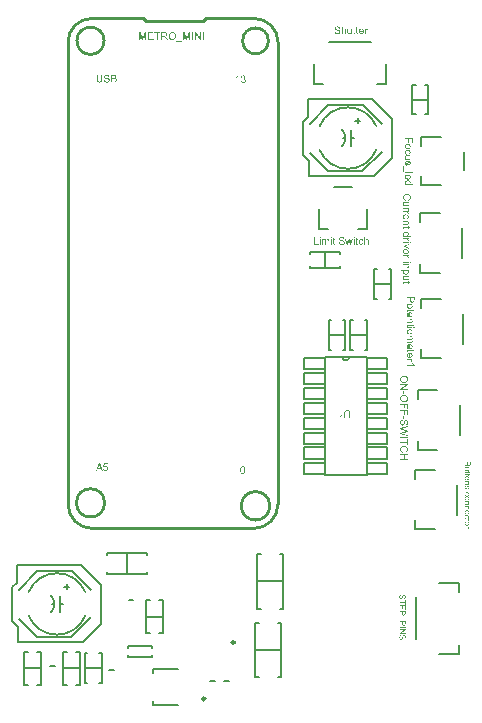
<source format=gto>
G04*
G04 #@! TF.GenerationSoftware,Altium Limited,Altium Designer,20.2.5 (213)*
G04*
G04 Layer_Color=65535*
%FSLAX43Y43*%
%MOMM*%
G71*
G04*
G04 #@! TF.SameCoordinates,5171A944-556C-47A8-97AE-1EF1437A18D6*
G04*
G04*
G04 #@! TF.FilePolarity,Positive*
G04*
G01*
G75*
%ADD10C,0.127*%
%ADD11C,0.250*%
%ADD12C,0.217*%
%ADD13C,0.150*%
%ADD14C,0.200*%
G36*
X20357Y55695D02*
X20361D01*
X20367Y55694D01*
X20373Y55694D01*
X20379Y55693D01*
X20387Y55691D01*
X20394Y55690D01*
X20410Y55686D01*
X20419Y55683D01*
X20427Y55680D01*
X20436Y55677D01*
X20444Y55673D01*
X20444Y55672D01*
X20446Y55672D01*
X20448Y55671D01*
X20451Y55669D01*
X20455Y55666D01*
X20459Y55664D01*
X20464Y55660D01*
X20469Y55657D01*
X20480Y55648D01*
X20491Y55637D01*
X20502Y55625D01*
X20507Y55618D01*
X20512Y55611D01*
X20512Y55611D01*
X20512Y55609D01*
X20514Y55608D01*
X20515Y55604D01*
X20517Y55601D01*
X20519Y55597D01*
X20521Y55592D01*
X20524Y55586D01*
X20525Y55580D01*
X20528Y55574D01*
X20531Y55560D01*
X20534Y55545D01*
X20535Y55537D01*
X20535Y55529D01*
Y55529D01*
Y55527D01*
Y55525D01*
X20535Y55522D01*
Y55518D01*
X20534Y55514D01*
X20533Y55509D01*
X20532Y55504D01*
X20530Y55492D01*
X20525Y55480D01*
X20523Y55473D01*
X20520Y55466D01*
X20517Y55460D01*
X20512Y55453D01*
X20512Y55453D01*
X20512Y55452D01*
X20510Y55450D01*
X20508Y55448D01*
X20506Y55445D01*
X20503Y55442D01*
X20500Y55438D01*
X20496Y55434D01*
X20492Y55430D01*
X20487Y55425D01*
X20481Y55421D01*
X20475Y55416D01*
X20469Y55412D01*
X20462Y55407D01*
X20455Y55403D01*
X20447Y55400D01*
X20447D01*
X20449Y55399D01*
X20452Y55398D01*
X20456Y55397D01*
X20461Y55395D01*
X20467Y55393D01*
X20473Y55391D01*
X20479Y55388D01*
X20486Y55384D01*
X20493Y55380D01*
X20501Y55376D01*
X20508Y55371D01*
X20515Y55365D01*
X20522Y55359D01*
X20529Y55352D01*
X20535Y55345D01*
X20536Y55345D01*
X20536Y55343D01*
X20538Y55341D01*
X20540Y55338D01*
X20542Y55333D01*
X20545Y55329D01*
X20548Y55323D01*
X20551Y55317D01*
X20554Y55309D01*
X20557Y55302D01*
X20559Y55293D01*
X20561Y55284D01*
X20564Y55274D01*
X20565Y55264D01*
X20566Y55254D01*
X20567Y55242D01*
Y55241D01*
Y55238D01*
X20566Y55234D01*
X20566Y55228D01*
X20565Y55221D01*
X20563Y55212D01*
X20561Y55203D01*
X20559Y55193D01*
X20555Y55182D01*
X20552Y55171D01*
X20547Y55159D01*
X20541Y55147D01*
X20534Y55135D01*
X20525Y55123D01*
X20516Y55111D01*
X20505Y55100D01*
X20504Y55100D01*
X20502Y55098D01*
X20499Y55095D01*
X20494Y55091D01*
X20488Y55087D01*
X20481Y55082D01*
X20472Y55076D01*
X20463Y55071D01*
X20452Y55065D01*
X20440Y55060D01*
X20428Y55055D01*
X20414Y55051D01*
X20400Y55047D01*
X20384Y55044D01*
X20368Y55042D01*
X20351Y55042D01*
X20347D01*
X20342Y55042D01*
X20337Y55043D01*
X20329Y55043D01*
X20321Y55045D01*
X20312Y55046D01*
X20302Y55048D01*
X20291Y55051D01*
X20279Y55054D01*
X20268Y55058D01*
X20256Y55063D01*
X20244Y55069D01*
X20233Y55075D01*
X20221Y55083D01*
X20211Y55092D01*
X20210Y55092D01*
X20208Y55094D01*
X20205Y55097D01*
X20202Y55101D01*
X20198Y55106D01*
X20193Y55112D01*
X20187Y55119D01*
X20182Y55127D01*
X20176Y55136D01*
X20171Y55146D01*
X20166Y55156D01*
X20161Y55168D01*
X20156Y55180D01*
X20152Y55193D01*
X20150Y55207D01*
X20148Y55222D01*
X20226Y55233D01*
Y55232D01*
X20227Y55230D01*
X20228Y55226D01*
X20229Y55222D01*
X20230Y55216D01*
X20232Y55210D01*
X20235Y55203D01*
X20237Y55196D01*
X20243Y55180D01*
X20251Y55164D01*
X20256Y55156D01*
X20261Y55149D01*
X20266Y55142D01*
X20272Y55136D01*
X20273Y55136D01*
X20273Y55135D01*
X20275Y55133D01*
X20278Y55131D01*
X20281Y55129D01*
X20285Y55127D01*
X20289Y55124D01*
X20294Y55122D01*
X20300Y55119D01*
X20306Y55116D01*
X20312Y55114D01*
X20319Y55112D01*
X20327Y55110D01*
X20334Y55108D01*
X20342Y55107D01*
X20351Y55107D01*
X20353D01*
X20357Y55107D01*
X20360D01*
X20365Y55108D01*
X20371Y55109D01*
X20377Y55110D01*
X20384Y55112D01*
X20391Y55114D01*
X20399Y55116D01*
X20407Y55119D01*
X20414Y55123D01*
X20422Y55128D01*
X20430Y55133D01*
X20438Y55138D01*
X20445Y55145D01*
X20445Y55146D01*
X20447Y55147D01*
X20449Y55149D01*
X20451Y55152D01*
X20454Y55156D01*
X20457Y55161D01*
X20461Y55166D01*
X20464Y55172D01*
X20468Y55178D01*
X20471Y55186D01*
X20475Y55193D01*
X20477Y55202D01*
X20480Y55211D01*
X20481Y55220D01*
X20483Y55230D01*
X20483Y55240D01*
Y55241D01*
Y55242D01*
Y55245D01*
X20483Y55249D01*
X20482Y55254D01*
X20481Y55259D01*
X20481Y55265D01*
X20479Y55272D01*
X20477Y55278D01*
X20475Y55286D01*
X20472Y55293D01*
X20469Y55301D01*
X20464Y55308D01*
X20459Y55315D01*
X20454Y55322D01*
X20448Y55329D01*
X20447Y55330D01*
X20446Y55331D01*
X20444Y55333D01*
X20441Y55335D01*
X20438Y55338D01*
X20434Y55340D01*
X20429Y55344D01*
X20423Y55347D01*
X20417Y55350D01*
X20410Y55353D01*
X20403Y55356D01*
X20395Y55359D01*
X20387Y55361D01*
X20377Y55363D01*
X20368Y55364D01*
X20358Y55364D01*
X20354D01*
X20349Y55364D01*
X20343Y55364D01*
X20334Y55363D01*
X20325Y55361D01*
X20315Y55359D01*
X20303Y55356D01*
X20311Y55425D01*
X20313D01*
X20314Y55425D01*
X20316D01*
X20320Y55424D01*
X20329D01*
X20332Y55425D01*
X20337Y55425D01*
X20342Y55425D01*
X20347Y55426D01*
X20354Y55427D01*
X20361Y55429D01*
X20368Y55431D01*
X20383Y55435D01*
X20391Y55438D01*
X20399Y55442D01*
X20407Y55445D01*
X20414Y55450D01*
X20414Y55450D01*
X20416Y55451D01*
X20418Y55453D01*
X20420Y55455D01*
X20423Y55458D01*
X20427Y55461D01*
X20430Y55465D01*
X20434Y55470D01*
X20438Y55475D01*
X20442Y55481D01*
X20445Y55488D01*
X20448Y55495D01*
X20451Y55503D01*
X20452Y55512D01*
X20454Y55521D01*
X20454Y55531D01*
Y55531D01*
Y55533D01*
Y55535D01*
X20454Y55538D01*
X20453Y55542D01*
X20453Y55546D01*
X20452Y55551D01*
X20451Y55556D01*
X20447Y55567D01*
X20444Y55573D01*
X20442Y55579D01*
X20438Y55585D01*
X20434Y55591D01*
X20430Y55597D01*
X20425Y55602D01*
X20424Y55603D01*
X20423Y55603D01*
X20422Y55605D01*
X20420Y55607D01*
X20416Y55609D01*
X20413Y55611D01*
X20409Y55614D01*
X20404Y55616D01*
X20399Y55619D01*
X20394Y55621D01*
X20387Y55624D01*
X20381Y55626D01*
X20373Y55628D01*
X20366Y55629D01*
X20358Y55630D01*
X20349Y55631D01*
X20345D01*
X20342Y55630D01*
X20338Y55630D01*
X20333Y55629D01*
X20328Y55628D01*
X20322Y55627D01*
X20310Y55624D01*
X20304Y55621D01*
X20298Y55618D01*
X20291Y55615D01*
X20285Y55611D01*
X20279Y55607D01*
X20273Y55602D01*
X20273Y55601D01*
X20272Y55600D01*
X20270Y55598D01*
X20268Y55596D01*
X20266Y55593D01*
X20263Y55590D01*
X20260Y55585D01*
X20257Y55580D01*
X20254Y55574D01*
X20250Y55568D01*
X20247Y55561D01*
X20244Y55553D01*
X20241Y55545D01*
X20238Y55536D01*
X20236Y55526D01*
X20234Y55516D01*
X20156Y55530D01*
Y55530D01*
Y55530D01*
X20156Y55533D01*
X20157Y55537D01*
X20159Y55542D01*
X20161Y55549D01*
X20163Y55557D01*
X20166Y55565D01*
X20169Y55574D01*
X20173Y55584D01*
X20178Y55594D01*
X20183Y55604D01*
X20189Y55615D01*
X20196Y55625D01*
X20203Y55634D01*
X20212Y55644D01*
X20221Y55652D01*
X20221Y55652D01*
X20223Y55654D01*
X20226Y55656D01*
X20230Y55659D01*
X20235Y55662D01*
X20241Y55666D01*
X20248Y55670D01*
X20256Y55674D01*
X20265Y55678D01*
X20274Y55682D01*
X20285Y55685D01*
X20296Y55689D01*
X20308Y55691D01*
X20321Y55694D01*
X20334Y55695D01*
X20348Y55695D01*
X20353D01*
X20357Y55695D01*
D02*
G37*
G36*
X19946Y55053D02*
X19868D01*
Y55554D01*
X19867Y55553D01*
X19866Y55552D01*
X19865Y55551D01*
X19862Y55549D01*
X19860Y55547D01*
X19856Y55543D01*
X19852Y55540D01*
X19848Y55536D01*
X19842Y55533D01*
X19837Y55528D01*
X19831Y55524D01*
X19824Y55519D01*
X19817Y55514D01*
X19809Y55509D01*
X19793Y55499D01*
X19792Y55499D01*
X19791Y55498D01*
X19788Y55496D01*
X19785Y55495D01*
X19781Y55493D01*
X19777Y55490D01*
X19771Y55487D01*
X19765Y55484D01*
X19752Y55477D01*
X19739Y55471D01*
X19724Y55464D01*
X19710Y55459D01*
Y55535D01*
X19711Y55535D01*
X19713Y55536D01*
X19717Y55538D01*
X19721Y55540D01*
X19727Y55543D01*
X19734Y55547D01*
X19741Y55551D01*
X19749Y55555D01*
X19758Y55561D01*
X19767Y55566D01*
X19787Y55579D01*
X19807Y55594D01*
X19826Y55609D01*
X19826Y55610D01*
X19828Y55611D01*
X19830Y55614D01*
X19833Y55617D01*
X19838Y55621D01*
X19842Y55626D01*
X19847Y55631D01*
X19853Y55637D01*
X19858Y55643D01*
X19864Y55650D01*
X19876Y55664D01*
X19887Y55680D01*
X19891Y55688D01*
X19895Y55695D01*
X19946D01*
Y55053D01*
D02*
G37*
G36*
X20309Y22598D02*
X20313D01*
X20318Y22597D01*
X20324Y22596D01*
X20330Y22596D01*
X20344Y22593D01*
X20360Y22590D01*
X20375Y22584D01*
X20383Y22581D01*
X20390Y22578D01*
X20390D01*
X20392Y22577D01*
X20394Y22575D01*
X20396Y22574D01*
X20400Y22572D01*
X20403Y22569D01*
X20408Y22566D01*
X20413Y22562D01*
X20423Y22554D01*
X20433Y22543D01*
X20444Y22531D01*
X20454Y22517D01*
X20454Y22517D01*
X20455Y22516D01*
X20456Y22513D01*
X20458Y22511D01*
X20460Y22507D01*
X20463Y22502D01*
X20465Y22497D01*
X20468Y22491D01*
X20471Y22485D01*
X20475Y22477D01*
X20478Y22469D01*
X20482Y22461D01*
X20485Y22452D01*
X20488Y22443D01*
X20491Y22433D01*
X20494Y22423D01*
Y22422D01*
X20494Y22420D01*
X20495Y22417D01*
X20496Y22413D01*
X20497Y22407D01*
X20498Y22400D01*
X20500Y22392D01*
X20501Y22383D01*
X20502Y22373D01*
X20504Y22361D01*
X20505Y22349D01*
X20506Y22335D01*
X20507Y22321D01*
X20508Y22305D01*
X20508Y22289D01*
Y22272D01*
Y22271D01*
Y22270D01*
Y22269D01*
Y22266D01*
Y22264D01*
Y22261D01*
X20508Y22257D01*
Y22253D01*
X20507Y22243D01*
X20507Y22232D01*
X20507Y22220D01*
X20506Y22207D01*
X20504Y22192D01*
X20503Y22178D01*
X20499Y22148D01*
X20496Y22132D01*
X20493Y22118D01*
X20489Y22103D01*
X20485Y22090D01*
X20484Y22089D01*
X20484Y22087D01*
X20482Y22083D01*
X20481Y22078D01*
X20478Y22073D01*
X20475Y22066D01*
X20471Y22058D01*
X20468Y22051D01*
X20463Y22042D01*
X20458Y22033D01*
X20452Y22025D01*
X20446Y22015D01*
X20439Y22007D01*
X20432Y21998D01*
X20424Y21990D01*
X20415Y21983D01*
X20415Y21983D01*
X20413Y21982D01*
X20411Y21980D01*
X20407Y21977D01*
X20403Y21974D01*
X20397Y21971D01*
X20391Y21968D01*
X20384Y21965D01*
X20376Y21961D01*
X20367Y21958D01*
X20358Y21954D01*
X20347Y21952D01*
X20336Y21949D01*
X20325Y21947D01*
X20313Y21946D01*
X20300Y21946D01*
X20296D01*
X20291Y21946D01*
X20285Y21947D01*
X20277Y21947D01*
X20268Y21949D01*
X20258Y21951D01*
X20247Y21954D01*
X20235Y21957D01*
X20224Y21962D01*
X20212Y21967D01*
X20199Y21973D01*
X20187Y21981D01*
X20176Y21990D01*
X20164Y22000D01*
X20154Y22011D01*
Y22012D01*
X20154Y22012D01*
X20153Y22014D01*
X20152Y22015D01*
X20150Y22017D01*
X20148Y22020D01*
X20146Y22023D01*
X20145Y22027D01*
X20142Y22031D01*
X20139Y22035D01*
X20137Y22040D01*
X20134Y22046D01*
X20132Y22052D01*
X20129Y22059D01*
X20126Y22066D01*
X20123Y22074D01*
X20120Y22082D01*
X20117Y22091D01*
X20114Y22100D01*
X20111Y22110D01*
X20108Y22120D01*
X20106Y22131D01*
X20103Y22143D01*
X20101Y22155D01*
X20099Y22167D01*
X20097Y22180D01*
X20096Y22194D01*
X20094Y22209D01*
X20093Y22223D01*
X20092Y22239D01*
X20091Y22255D01*
Y22272D01*
Y22272D01*
Y22273D01*
Y22274D01*
Y22277D01*
Y22279D01*
Y22283D01*
X20092Y22286D01*
Y22290D01*
X20092Y22300D01*
X20093Y22311D01*
X20093Y22323D01*
X20094Y22337D01*
X20096Y22351D01*
X20097Y22366D01*
X20101Y22396D01*
X20104Y22412D01*
X20107Y22426D01*
X20110Y22441D01*
X20115Y22454D01*
X20115Y22455D01*
X20115Y22457D01*
X20117Y22461D01*
X20119Y22466D01*
X20121Y22471D01*
X20124Y22478D01*
X20128Y22486D01*
X20132Y22493D01*
X20136Y22502D01*
X20142Y22511D01*
X20147Y22520D01*
X20153Y22529D01*
X20160Y22537D01*
X20168Y22546D01*
X20176Y22553D01*
X20184Y22561D01*
X20184Y22561D01*
X20186Y22563D01*
X20188Y22565D01*
X20192Y22567D01*
X20197Y22570D01*
X20202Y22573D01*
X20208Y22576D01*
X20216Y22580D01*
X20224Y22583D01*
X20232Y22586D01*
X20242Y22590D01*
X20252Y22592D01*
X20263Y22595D01*
X20275Y22597D01*
X20287Y22598D01*
X20300Y22598D01*
X20305D01*
X20309Y22598D01*
D02*
G37*
G36*
X8877Y22767D02*
X8621D01*
X8586Y22594D01*
X8587Y22595D01*
X8589Y22596D01*
X8592Y22598D01*
X8597Y22601D01*
X8602Y22604D01*
X8608Y22607D01*
X8615Y22611D01*
X8623Y22615D01*
X8632Y22618D01*
X8641Y22622D01*
X8651Y22625D01*
X8661Y22628D01*
X8672Y22631D01*
X8683Y22633D01*
X8696Y22634D01*
X8707Y22635D01*
X8711D01*
X8715Y22634D01*
X8721Y22634D01*
X8728Y22633D01*
X8737Y22631D01*
X8746Y22630D01*
X8757Y22627D01*
X8767Y22624D01*
X8779Y22620D01*
X8790Y22616D01*
X8802Y22610D01*
X8814Y22603D01*
X8826Y22596D01*
X8838Y22587D01*
X8849Y22576D01*
X8849Y22576D01*
X8851Y22574D01*
X8855Y22570D01*
X8858Y22566D01*
X8862Y22560D01*
X8867Y22553D01*
X8873Y22545D01*
X8878Y22536D01*
X8883Y22526D01*
X8888Y22514D01*
X8893Y22502D01*
X8898Y22489D01*
X8901Y22475D01*
X8904Y22459D01*
X8906Y22444D01*
X8907Y22427D01*
Y22427D01*
Y22426D01*
Y22425D01*
Y22423D01*
X8906Y22419D01*
X8906Y22413D01*
X8905Y22405D01*
X8904Y22396D01*
X8903Y22386D01*
X8900Y22376D01*
X8898Y22364D01*
X8894Y22352D01*
X8890Y22340D01*
X8885Y22327D01*
X8879Y22314D01*
X8873Y22302D01*
X8865Y22289D01*
X8856Y22277D01*
X8855Y22276D01*
X8853Y22274D01*
X8849Y22270D01*
X8845Y22265D01*
X8838Y22259D01*
X8831Y22253D01*
X8822Y22246D01*
X8812Y22238D01*
X8800Y22231D01*
X8788Y22224D01*
X8774Y22218D01*
X8759Y22212D01*
X8743Y22207D01*
X8726Y22203D01*
X8707Y22201D01*
X8688Y22200D01*
X8684D01*
X8679Y22200D01*
X8673Y22201D01*
X8666Y22201D01*
X8657Y22202D01*
X8647Y22204D01*
X8637Y22206D01*
X8626Y22208D01*
X8615Y22212D01*
X8603Y22215D01*
X8591Y22220D01*
X8579Y22225D01*
X8567Y22232D01*
X8556Y22240D01*
X8545Y22248D01*
X8545Y22249D01*
X8543Y22250D01*
X8540Y22253D01*
X8536Y22257D01*
X8532Y22262D01*
X8527Y22268D01*
X8522Y22275D01*
X8517Y22283D01*
X8511Y22292D01*
X8506Y22301D01*
X8500Y22312D01*
X8495Y22323D01*
X8491Y22336D01*
X8487Y22349D01*
X8484Y22363D01*
X8482Y22378D01*
X8565Y22385D01*
Y22385D01*
X8565Y22382D01*
X8566Y22379D01*
X8567Y22375D01*
X8568Y22370D01*
X8569Y22364D01*
X8571Y22358D01*
X8573Y22351D01*
X8579Y22336D01*
X8582Y22329D01*
X8586Y22321D01*
X8591Y22314D01*
X8595Y22307D01*
X8601Y22300D01*
X8607Y22294D01*
X8607Y22294D01*
X8608Y22293D01*
X8610Y22292D01*
X8613Y22290D01*
X8616Y22287D01*
X8620Y22285D01*
X8624Y22282D01*
X8629Y22280D01*
X8635Y22276D01*
X8641Y22274D01*
X8648Y22271D01*
X8655Y22269D01*
X8663Y22267D01*
X8671Y22266D01*
X8679Y22265D01*
X8688Y22264D01*
X8690D01*
X8693Y22265D01*
X8697D01*
X8702Y22266D01*
X8708Y22267D01*
X8714Y22268D01*
X8721Y22270D01*
X8729Y22272D01*
X8737Y22274D01*
X8745Y22278D01*
X8753Y22282D01*
X8761Y22287D01*
X8769Y22293D01*
X8777Y22299D01*
X8784Y22307D01*
X8785Y22307D01*
X8786Y22309D01*
X8788Y22311D01*
X8790Y22315D01*
X8793Y22319D01*
X8797Y22324D01*
X8800Y22330D01*
X8804Y22337D01*
X8807Y22345D01*
X8811Y22353D01*
X8814Y22362D01*
X8818Y22372D01*
X8820Y22384D01*
X8822Y22395D01*
X8823Y22407D01*
X8824Y22420D01*
Y22421D01*
Y22423D01*
X8823Y22427D01*
Y22431D01*
X8823Y22437D01*
X8822Y22444D01*
X8820Y22451D01*
X8819Y22459D01*
X8817Y22467D01*
X8814Y22476D01*
X8811Y22484D01*
X8807Y22494D01*
X8803Y22502D01*
X8798Y22511D01*
X8792Y22519D01*
X8786Y22526D01*
X8785Y22527D01*
X8784Y22528D01*
X8782Y22530D01*
X8779Y22532D01*
X8775Y22536D01*
X8770Y22539D01*
X8765Y22542D01*
X8759Y22546D01*
X8752Y22550D01*
X8745Y22553D01*
X8737Y22556D01*
X8728Y22559D01*
X8719Y22562D01*
X8708Y22563D01*
X8698Y22565D01*
X8687Y22565D01*
X8683D01*
X8680Y22565D01*
X8677D01*
X8673Y22564D01*
X8669Y22564D01*
X8664Y22563D01*
X8653Y22561D01*
X8641Y22558D01*
X8629Y22554D01*
X8618Y22548D01*
X8617D01*
X8616Y22547D01*
X8615Y22546D01*
X8613Y22544D01*
X8607Y22541D01*
X8600Y22536D01*
X8593Y22529D01*
X8585Y22522D01*
X8577Y22513D01*
X8570Y22503D01*
X8496Y22513D01*
X8558Y22842D01*
X8877D01*
Y22767D01*
D02*
G37*
G36*
X8447Y22210D02*
X8351D01*
X8277Y22404D01*
X8008D01*
X7938Y22210D01*
X7849D01*
X8095Y22850D01*
X8185D01*
X8447Y22210D01*
D02*
G37*
G36*
X8801Y55754D02*
X8807D01*
X8815Y55753D01*
X8823Y55752D01*
X8832Y55751D01*
X8841Y55750D01*
X8851Y55749D01*
X8872Y55744D01*
X8883Y55742D01*
X8894Y55739D01*
X8904Y55735D01*
X8915Y55731D01*
X8915Y55731D01*
X8917Y55730D01*
X8920Y55729D01*
X8923Y55727D01*
X8928Y55725D01*
X8933Y55721D01*
X8939Y55718D01*
X8945Y55714D01*
X8952Y55710D01*
X8958Y55705D01*
X8965Y55699D01*
X8972Y55693D01*
X8979Y55687D01*
X8986Y55679D01*
X8992Y55672D01*
X8998Y55664D01*
X8998Y55663D01*
X8999Y55662D01*
X9001Y55659D01*
X9002Y55656D01*
X9005Y55652D01*
X9007Y55646D01*
X9010Y55641D01*
X9013Y55634D01*
X9016Y55627D01*
X9019Y55620D01*
X9021Y55611D01*
X9024Y55602D01*
X9026Y55593D01*
X9028Y55584D01*
X9029Y55573D01*
X9030Y55563D01*
X8948Y55557D01*
Y55558D01*
X8948Y55560D01*
X8947Y55563D01*
X8946Y55567D01*
X8946Y55572D01*
X8944Y55578D01*
X8942Y55584D01*
X8940Y55591D01*
X8938Y55599D01*
X8934Y55606D01*
X8931Y55614D01*
X8927Y55621D01*
X8922Y55629D01*
X8916Y55636D01*
X8910Y55643D01*
X8904Y55649D01*
X8903Y55649D01*
X8902Y55650D01*
X8900Y55652D01*
X8897Y55654D01*
X8893Y55656D01*
X8888Y55658D01*
X8883Y55661D01*
X8876Y55664D01*
X8869Y55667D01*
X8860Y55670D01*
X8851Y55672D01*
X8842Y55675D01*
X8830Y55677D01*
X8819Y55678D01*
X8806Y55679D01*
X8793Y55680D01*
X8786D01*
X8780Y55679D01*
X8774Y55679D01*
X8767Y55678D01*
X8759Y55677D01*
X8750Y55676D01*
X8732Y55673D01*
X8723Y55670D01*
X8713Y55668D01*
X8705Y55664D01*
X8696Y55661D01*
X8688Y55657D01*
X8681Y55652D01*
X8681Y55651D01*
X8680Y55650D01*
X8678Y55649D01*
X8676Y55646D01*
X8673Y55644D01*
X8670Y55640D01*
X8667Y55637D01*
X8664Y55633D01*
X8661Y55628D01*
X8658Y55622D01*
X8652Y55611D01*
X8650Y55605D01*
X8648Y55598D01*
X8647Y55591D01*
X8646Y55584D01*
Y55583D01*
Y55582D01*
Y55580D01*
X8647Y55578D01*
X8647Y55575D01*
X8648Y55572D01*
X8650Y55564D01*
X8652Y55554D01*
X8657Y55545D01*
X8659Y55540D01*
X8663Y55535D01*
X8667Y55531D01*
X8671Y55527D01*
X8671Y55526D01*
X8672Y55526D01*
X8674Y55524D01*
X8676Y55523D01*
X8680Y55521D01*
X8684Y55518D01*
X8689Y55516D01*
X8696Y55512D01*
X8704Y55509D01*
X8713Y55505D01*
X8723Y55502D01*
X8735Y55498D01*
X8748Y55493D01*
X8763Y55489D01*
X8780Y55485D01*
X8798Y55480D01*
X8799D01*
X8799Y55480D01*
X8801D01*
X8803Y55480D01*
X8805Y55479D01*
X8808Y55478D01*
X8815Y55477D01*
X8823Y55474D01*
X8833Y55472D01*
X8843Y55470D01*
X8854Y55467D01*
X8878Y55461D01*
X8890Y55457D01*
X8901Y55454D01*
X8912Y55450D01*
X8922Y55447D01*
X8932Y55443D01*
X8939Y55440D01*
X8940Y55440D01*
X8942Y55439D01*
X8945Y55437D01*
X8949Y55436D01*
X8953Y55433D01*
X8958Y55430D01*
X8964Y55426D01*
X8971Y55422D01*
X8977Y55418D01*
X8984Y55413D01*
X8998Y55402D01*
X9011Y55389D01*
X9017Y55382D01*
X9022Y55375D01*
X9023Y55374D01*
X9024Y55373D01*
X9025Y55370D01*
X9026Y55368D01*
X9028Y55364D01*
X9031Y55359D01*
X9033Y55354D01*
X9036Y55349D01*
X9038Y55342D01*
X9041Y55335D01*
X9043Y55328D01*
X9045Y55320D01*
X9047Y55311D01*
X9048Y55302D01*
X9049Y55294D01*
X9049Y55284D01*
Y55284D01*
Y55282D01*
Y55279D01*
X9049Y55275D01*
X9048Y55271D01*
X9048Y55265D01*
X9047Y55259D01*
X9045Y55253D01*
X9044Y55246D01*
X9042Y55238D01*
X9039Y55230D01*
X9037Y55222D01*
X9033Y55213D01*
X9029Y55204D01*
X9025Y55196D01*
X9019Y55187D01*
X9019Y55187D01*
X9018Y55186D01*
X9016Y55183D01*
X9014Y55180D01*
X9011Y55176D01*
X9007Y55172D01*
X9003Y55167D01*
X8998Y55162D01*
X8993Y55156D01*
X8986Y55151D01*
X8979Y55145D01*
X8972Y55139D01*
X8964Y55133D01*
X8955Y55128D01*
X8946Y55123D01*
X8936Y55118D01*
X8935Y55117D01*
X8933Y55117D01*
X8930Y55115D01*
X8926Y55114D01*
X8921Y55112D01*
X8915Y55110D01*
X8908Y55107D01*
X8900Y55105D01*
X8891Y55103D01*
X8882Y55100D01*
X8872Y55099D01*
X8861Y55096D01*
X8850Y55095D01*
X8838Y55094D01*
X8825Y55093D01*
X8813Y55093D01*
X8805D01*
X8799Y55093D01*
X8791Y55094D01*
X8782Y55094D01*
X8773Y55095D01*
X8762Y55096D01*
X8751Y55097D01*
X8739Y55099D01*
X8715Y55103D01*
X8702Y55106D01*
X8690Y55109D01*
X8678Y55113D01*
X8667Y55118D01*
X8667Y55118D01*
X8664Y55119D01*
X8662Y55120D01*
X8658Y55122D01*
X8652Y55125D01*
X8647Y55128D01*
X8640Y55132D01*
X8634Y55137D01*
X8627Y55142D01*
X8619Y55147D01*
X8611Y55154D01*
X8604Y55161D01*
X8596Y55168D01*
X8589Y55176D01*
X8582Y55185D01*
X8575Y55194D01*
X8575Y55194D01*
X8574Y55196D01*
X8572Y55199D01*
X8570Y55203D01*
X8567Y55208D01*
X8565Y55213D01*
X8561Y55220D01*
X8559Y55227D01*
X8555Y55235D01*
X8552Y55244D01*
X8549Y55254D01*
X8547Y55264D01*
X8544Y55274D01*
X8542Y55285D01*
X8541Y55297D01*
X8541Y55309D01*
X8621Y55316D01*
Y55315D01*
X8621Y55314D01*
Y55311D01*
X8622Y55308D01*
X8622Y55304D01*
X8623Y55299D01*
X8625Y55294D01*
X8626Y55288D01*
X8629Y55275D01*
X8634Y55262D01*
X8639Y55249D01*
X8646Y55236D01*
X8647Y55236D01*
X8647Y55235D01*
X8649Y55234D01*
X8651Y55231D01*
X8652Y55229D01*
X8655Y55226D01*
X8658Y55222D01*
X8662Y55219D01*
X8666Y55215D01*
X8671Y55211D01*
X8676Y55207D01*
X8682Y55203D01*
X8688Y55198D01*
X8695Y55194D01*
X8703Y55191D01*
X8711Y55187D01*
X8711D01*
X8713Y55186D01*
X8715Y55185D01*
X8719Y55184D01*
X8723Y55183D01*
X8727Y55181D01*
X8733Y55179D01*
X8739Y55178D01*
X8746Y55176D01*
X8754Y55174D01*
X8762Y55173D01*
X8771Y55171D01*
X8789Y55169D01*
X8809Y55168D01*
X8814D01*
X8817Y55168D01*
X8822D01*
X8826Y55169D01*
X8832Y55169D01*
X8838Y55170D01*
X8851Y55172D01*
X8866Y55174D01*
X8880Y55178D01*
X8894Y55182D01*
X8895D01*
X8896Y55183D01*
X8898Y55184D01*
X8900Y55185D01*
X8903Y55186D01*
X8907Y55188D01*
X8915Y55192D01*
X8924Y55198D01*
X8933Y55205D01*
X8942Y55213D01*
X8949Y55222D01*
Y55222D01*
X8950Y55223D01*
X8951Y55224D01*
X8952Y55226D01*
X8953Y55229D01*
X8955Y55231D01*
X8958Y55238D01*
X8962Y55246D01*
X8965Y55255D01*
X8967Y55266D01*
X8968Y55277D01*
Y55277D01*
Y55278D01*
Y55279D01*
X8967Y55282D01*
Y55284D01*
X8967Y55287D01*
X8965Y55295D01*
X8964Y55302D01*
X8960Y55311D01*
X8956Y55320D01*
X8950Y55329D01*
Y55329D01*
X8949Y55330D01*
X8946Y55333D01*
X8942Y55337D01*
X8939Y55339D01*
X8936Y55342D01*
X8932Y55345D01*
X8928Y55348D01*
X8923Y55351D01*
X8918Y55355D01*
X8912Y55358D01*
X8906Y55361D01*
X8899Y55364D01*
X8892Y55367D01*
X8891D01*
X8891Y55368D01*
X8889Y55368D01*
X8886Y55369D01*
X8883Y55370D01*
X8879Y55371D01*
X8874Y55373D01*
X8868Y55375D01*
X8861Y55377D01*
X8853Y55379D01*
X8844Y55382D01*
X8833Y55384D01*
X8822Y55388D01*
X8808Y55391D01*
X8794Y55394D01*
X8778Y55398D01*
X8778D01*
X8777Y55399D01*
X8776D01*
X8774Y55399D01*
X8770Y55400D01*
X8764Y55402D01*
X8757Y55404D01*
X8749Y55406D01*
X8739Y55408D01*
X8730Y55411D01*
X8710Y55417D01*
X8689Y55424D01*
X8680Y55428D01*
X8670Y55431D01*
X8663Y55435D01*
X8655Y55438D01*
X8655Y55439D01*
X8653Y55439D01*
X8651Y55441D01*
X8648Y55443D01*
X8644Y55445D01*
X8639Y55448D01*
X8635Y55451D01*
X8629Y55455D01*
X8618Y55463D01*
X8607Y55474D01*
X8596Y55485D01*
X8591Y55492D01*
X8587Y55498D01*
X8586Y55498D01*
X8586Y55500D01*
X8585Y55502D01*
X8584Y55504D01*
X8582Y55508D01*
X8580Y55511D01*
X8578Y55516D01*
X8576Y55521D01*
X8574Y55527D01*
X8572Y55533D01*
X8568Y55547D01*
X8566Y55561D01*
X8565Y55569D01*
X8565Y55578D01*
Y55578D01*
Y55580D01*
Y55582D01*
X8565Y55586D01*
X8566Y55590D01*
X8566Y55595D01*
X8567Y55601D01*
X8568Y55607D01*
X8570Y55614D01*
X8571Y55621D01*
X8573Y55628D01*
X8576Y55636D01*
X8579Y55644D01*
X8583Y55652D01*
X8587Y55660D01*
X8592Y55668D01*
X8592Y55669D01*
X8593Y55670D01*
X8595Y55672D01*
X8597Y55675D01*
X8600Y55679D01*
X8603Y55682D01*
X8608Y55687D01*
X8612Y55692D01*
X8617Y55697D01*
X8623Y55702D01*
X8630Y55707D01*
X8637Y55713D01*
X8645Y55718D01*
X8653Y55723D01*
X8662Y55728D01*
X8672Y55732D01*
X8672Y55732D01*
X8674Y55733D01*
X8677Y55734D01*
X8681Y55736D01*
X8686Y55737D01*
X8692Y55739D01*
X8699Y55741D01*
X8707Y55743D01*
X8715Y55745D01*
X8724Y55747D01*
X8733Y55749D01*
X8743Y55751D01*
X8755Y55752D01*
X8766Y55753D01*
X8777Y55754D01*
X8789Y55754D01*
X8796D01*
X8801Y55754D01*
D02*
G37*
G36*
X8428Y55373D02*
Y55373D01*
Y55372D01*
Y55371D01*
Y55369D01*
Y55367D01*
Y55364D01*
X8427Y55357D01*
Y55349D01*
X8427Y55340D01*
X8426Y55329D01*
X8425Y55318D01*
X8424Y55306D01*
X8422Y55294D01*
X8419Y55268D01*
X8416Y55255D01*
X8413Y55243D01*
X8409Y55231D01*
X8406Y55220D01*
X8405Y55220D01*
X8405Y55218D01*
X8403Y55215D01*
X8401Y55211D01*
X8399Y55206D01*
X8396Y55200D01*
X8392Y55194D01*
X8388Y55187D01*
X8382Y55180D01*
X8377Y55173D01*
X8370Y55165D01*
X8363Y55157D01*
X8355Y55149D01*
X8347Y55142D01*
X8337Y55135D01*
X8327Y55128D01*
X8327Y55127D01*
X8324Y55126D01*
X8321Y55125D01*
X8317Y55122D01*
X8311Y55119D01*
X8304Y55117D01*
X8296Y55113D01*
X8287Y55110D01*
X8277Y55107D01*
X8266Y55104D01*
X8253Y55101D01*
X8240Y55098D01*
X8226Y55096D01*
X8210Y55094D01*
X8195Y55093D01*
X8178Y55093D01*
X8169D01*
X8163Y55093D01*
X8155Y55094D01*
X8146Y55094D01*
X8136Y55095D01*
X8125Y55096D01*
X8114Y55098D01*
X8102Y55100D01*
X8090Y55103D01*
X8077Y55106D01*
X8065Y55109D01*
X8053Y55113D01*
X8041Y55118D01*
X8030Y55124D01*
X8030Y55124D01*
X8028Y55125D01*
X8025Y55127D01*
X8021Y55129D01*
X8016Y55132D01*
X8011Y55137D01*
X8005Y55141D01*
X7999Y55146D01*
X7992Y55152D01*
X7985Y55159D01*
X7978Y55166D01*
X7972Y55174D01*
X7965Y55183D01*
X7959Y55192D01*
X7954Y55202D01*
X7949Y55213D01*
X7948Y55214D01*
X7948Y55216D01*
X7947Y55219D01*
X7945Y55223D01*
X7943Y55229D01*
X7941Y55237D01*
X7939Y55245D01*
X7937Y55255D01*
X7935Y55266D01*
X7932Y55278D01*
X7930Y55291D01*
X7929Y55305D01*
X7927Y55320D01*
X7926Y55337D01*
X7925Y55355D01*
X7925Y55373D01*
Y55743D01*
X8009D01*
Y55374D01*
Y55373D01*
Y55370D01*
Y55366D01*
X8010Y55360D01*
Y55353D01*
X8010Y55345D01*
X8011Y55337D01*
X8011Y55327D01*
X8012Y55317D01*
X8013Y55307D01*
X8016Y55287D01*
X8018Y55277D01*
X8020Y55267D01*
X8022Y55259D01*
X8025Y55251D01*
Y55250D01*
X8026Y55249D01*
X8026Y55247D01*
X8028Y55244D01*
X8029Y55241D01*
X8032Y55237D01*
X8037Y55229D01*
X8045Y55219D01*
X8049Y55214D01*
X8054Y55209D01*
X8059Y55204D01*
X8065Y55199D01*
X8071Y55194D01*
X8078Y55190D01*
X8078D01*
X8080Y55189D01*
X8082Y55188D01*
X8085Y55187D01*
X8088Y55185D01*
X8093Y55183D01*
X8098Y55181D01*
X8104Y55180D01*
X8110Y55178D01*
X8117Y55176D01*
X8125Y55174D01*
X8133Y55172D01*
X8142Y55171D01*
X8151Y55170D01*
X8160Y55169D01*
X8170Y55169D01*
X8174D01*
X8179Y55169D01*
X8186D01*
X8193Y55170D01*
X8202Y55171D01*
X8211Y55173D01*
X8222Y55174D01*
X8233Y55176D01*
X8244Y55179D01*
X8255Y55183D01*
X8266Y55186D01*
X8277Y55192D01*
X8286Y55197D01*
X8296Y55204D01*
X8303Y55211D01*
X8304Y55211D01*
X8305Y55213D01*
X8307Y55216D01*
X8309Y55219D01*
X8313Y55224D01*
X8316Y55231D01*
X8320Y55238D01*
X8323Y55247D01*
X8327Y55258D01*
X8331Y55269D01*
X8334Y55283D01*
X8337Y55297D01*
X8339Y55314D01*
X8341Y55332D01*
X8343Y55352D01*
X8343Y55374D01*
Y55743D01*
X8428D01*
Y55373D01*
D02*
G37*
G36*
X9413Y55743D02*
X9419D01*
X9426Y55742D01*
X9435Y55741D01*
X9443Y55741D01*
X9452Y55739D01*
X9462Y55738D01*
X9481Y55735D01*
X9501Y55730D01*
X9510Y55727D01*
X9518Y55723D01*
X9519D01*
X9520Y55722D01*
X9522Y55721D01*
X9526Y55719D01*
X9529Y55718D01*
X9534Y55715D01*
X9539Y55712D01*
X9544Y55708D01*
X9549Y55705D01*
X9555Y55700D01*
X9560Y55695D01*
X9566Y55690D01*
X9572Y55684D01*
X9577Y55678D01*
X9583Y55671D01*
X9588Y55664D01*
X9588Y55663D01*
X9589Y55662D01*
X9590Y55659D01*
X9592Y55657D01*
X9594Y55653D01*
X9595Y55648D01*
X9598Y55644D01*
X9601Y55638D01*
X9603Y55632D01*
X9605Y55625D01*
X9609Y55611D01*
X9612Y55595D01*
X9613Y55587D01*
X9613Y55579D01*
Y55578D01*
Y55577D01*
Y55575D01*
X9613Y55572D01*
Y55568D01*
X9612Y55564D01*
X9611Y55559D01*
X9610Y55554D01*
X9608Y55542D01*
X9603Y55529D01*
X9601Y55522D01*
X9598Y55516D01*
X9595Y55509D01*
X9590Y55502D01*
X9590Y55501D01*
X9589Y55500D01*
X9588Y55498D01*
X9586Y55496D01*
X9584Y55492D01*
X9581Y55489D01*
X9577Y55485D01*
X9574Y55481D01*
X9569Y55476D01*
X9565Y55472D01*
X9559Y55467D01*
X9553Y55462D01*
X9546Y55457D01*
X9539Y55452D01*
X9532Y55448D01*
X9523Y55443D01*
X9524D01*
X9526Y55443D01*
X9529Y55442D01*
X9533Y55440D01*
X9538Y55438D01*
X9543Y55436D01*
X9550Y55433D01*
X9556Y55430D01*
X9564Y55426D01*
X9571Y55422D01*
X9578Y55417D01*
X9586Y55412D01*
X9593Y55406D01*
X9600Y55400D01*
X9607Y55393D01*
X9613Y55385D01*
X9613Y55385D01*
X9614Y55383D01*
X9615Y55381D01*
X9618Y55378D01*
X9620Y55374D01*
X9623Y55370D01*
X9626Y55364D01*
X9628Y55358D01*
X9631Y55351D01*
X9634Y55344D01*
X9637Y55336D01*
X9639Y55327D01*
X9641Y55318D01*
X9643Y55308D01*
X9644Y55299D01*
X9644Y55289D01*
Y55288D01*
Y55287D01*
Y55284D01*
X9644Y55281D01*
Y55277D01*
X9643Y55272D01*
X9643Y55267D01*
X9642Y55261D01*
X9639Y55248D01*
X9636Y55234D01*
X9631Y55219D01*
X9625Y55204D01*
Y55204D01*
X9624Y55203D01*
X9623Y55201D01*
X9621Y55198D01*
X9620Y55195D01*
X9617Y55191D01*
X9612Y55183D01*
X9605Y55173D01*
X9597Y55163D01*
X9588Y55154D01*
X9578Y55145D01*
X9577D01*
X9577Y55144D01*
X9575Y55143D01*
X9573Y55142D01*
X9570Y55140D01*
X9567Y55138D01*
X9563Y55136D01*
X9559Y55134D01*
X9554Y55131D01*
X9549Y55129D01*
X9537Y55123D01*
X9523Y55118D01*
X9508Y55114D01*
X9508D01*
X9506Y55113D01*
X9504Y55113D01*
X9501Y55112D01*
X9497Y55112D01*
X9491Y55111D01*
X9486Y55110D01*
X9479Y55109D01*
X9473Y55107D01*
X9465Y55106D01*
X9456Y55106D01*
X9447Y55105D01*
X9437Y55104D01*
X9427Y55104D01*
X9416Y55103D01*
X9161D01*
Y55743D01*
X9408D01*
X9413Y55743D01*
D02*
G37*
G36*
X33748Y11696D02*
X33748D01*
X33746Y11696D01*
X33745D01*
X33742Y11695D01*
X33739Y11695D01*
X33735Y11694D01*
X33731Y11693D01*
X33726Y11692D01*
X33716Y11689D01*
X33705Y11686D01*
X33695Y11681D01*
X33685Y11676D01*
X33685Y11675D01*
X33684Y11675D01*
X33683Y11674D01*
X33681Y11673D01*
X33679Y11671D01*
X33676Y11669D01*
X33674Y11666D01*
X33671Y11663D01*
X33668Y11660D01*
X33665Y11656D01*
X33661Y11652D01*
X33658Y11647D01*
X33655Y11642D01*
X33651Y11637D01*
X33648Y11631D01*
X33645Y11625D01*
Y11624D01*
X33645Y11623D01*
X33644Y11621D01*
X33643Y11618D01*
X33642Y11615D01*
X33641Y11611D01*
X33639Y11607D01*
X33638Y11602D01*
X33637Y11596D01*
X33635Y11590D01*
X33634Y11584D01*
X33633Y11577D01*
X33631Y11562D01*
X33630Y11546D01*
Y11543D01*
X33631Y11540D01*
Y11536D01*
X33631Y11533D01*
X33631Y11528D01*
X33632Y11523D01*
X33633Y11513D01*
X33635Y11501D01*
X33638Y11490D01*
X33642Y11478D01*
Y11478D01*
X33642Y11477D01*
X33643Y11476D01*
X33644Y11474D01*
X33645Y11471D01*
X33647Y11469D01*
X33650Y11462D01*
X33654Y11455D01*
X33660Y11448D01*
X33666Y11441D01*
X33673Y11435D01*
X33673D01*
X33674Y11434D01*
X33675Y11433D01*
X33677Y11432D01*
X33679Y11431D01*
X33681Y11430D01*
X33686Y11427D01*
X33693Y11425D01*
X33700Y11422D01*
X33708Y11421D01*
X33717Y11420D01*
X33717D01*
X33718D01*
X33719D01*
X33721Y11420D01*
X33723D01*
X33725Y11421D01*
X33731Y11422D01*
X33738Y11423D01*
X33745Y11426D01*
X33752Y11429D01*
X33759Y11434D01*
X33759D01*
X33759Y11435D01*
X33761Y11437D01*
X33765Y11441D01*
X33767Y11443D01*
X33769Y11445D01*
X33771Y11448D01*
X33774Y11452D01*
X33777Y11455D01*
X33779Y11460D01*
X33782Y11464D01*
X33784Y11469D01*
X33787Y11474D01*
X33789Y11480D01*
Y11481D01*
X33789Y11481D01*
X33790Y11483D01*
X33791Y11485D01*
X33791Y11487D01*
X33792Y11490D01*
X33794Y11494D01*
X33795Y11499D01*
X33797Y11505D01*
X33799Y11511D01*
X33801Y11519D01*
X33803Y11527D01*
X33805Y11536D01*
X33808Y11547D01*
X33811Y11558D01*
X33814Y11571D01*
Y11571D01*
X33814Y11572D01*
Y11573D01*
X33815Y11574D01*
X33816Y11578D01*
X33817Y11582D01*
X33818Y11588D01*
X33820Y11594D01*
X33822Y11602D01*
X33824Y11609D01*
X33829Y11625D01*
X33834Y11642D01*
X33837Y11649D01*
X33840Y11657D01*
X33843Y11663D01*
X33846Y11669D01*
X33846Y11669D01*
X33847Y11670D01*
X33848Y11672D01*
X33849Y11675D01*
X33851Y11678D01*
X33854Y11681D01*
X33856Y11685D01*
X33859Y11689D01*
X33866Y11698D01*
X33874Y11707D01*
X33883Y11716D01*
X33888Y11720D01*
X33893Y11723D01*
X33894Y11724D01*
X33895Y11724D01*
X33896Y11725D01*
X33898Y11726D01*
X33901Y11727D01*
X33904Y11729D01*
X33908Y11730D01*
X33912Y11732D01*
X33917Y11734D01*
X33921Y11736D01*
X33932Y11738D01*
X33944Y11740D01*
X33950Y11741D01*
X33957Y11741D01*
X33957D01*
X33959D01*
X33960D01*
X33963Y11741D01*
X33967Y11740D01*
X33971Y11740D01*
X33975Y11739D01*
X33980Y11738D01*
X33986Y11737D01*
X33991Y11736D01*
X33997Y11734D01*
X34003Y11732D01*
X34010Y11729D01*
X34016Y11726D01*
X34023Y11723D01*
X34029Y11719D01*
X34029Y11719D01*
X34030Y11718D01*
X34032Y11717D01*
X34034Y11715D01*
X34037Y11713D01*
X34040Y11710D01*
X34044Y11707D01*
X34048Y11703D01*
X34052Y11699D01*
X34056Y11694D01*
X34060Y11689D01*
X34065Y11683D01*
X34069Y11677D01*
X34073Y11670D01*
X34076Y11663D01*
X34080Y11656D01*
X34080Y11655D01*
X34080Y11654D01*
X34081Y11652D01*
X34083Y11648D01*
X34084Y11644D01*
X34085Y11640D01*
X34087Y11634D01*
X34089Y11628D01*
X34090Y11621D01*
X34092Y11614D01*
X34093Y11607D01*
X34095Y11599D01*
X34096Y11590D01*
X34097Y11581D01*
X34097Y11572D01*
X34097Y11562D01*
Y11557D01*
X34097Y11552D01*
Y11548D01*
X34096Y11542D01*
X34096Y11536D01*
X34095Y11528D01*
X34094Y11521D01*
X34093Y11513D01*
X34090Y11496D01*
X34087Y11487D01*
X34085Y11479D01*
X34082Y11470D01*
X34079Y11462D01*
X34079Y11462D01*
X34078Y11460D01*
X34077Y11458D01*
X34076Y11455D01*
X34074Y11452D01*
X34071Y11448D01*
X34069Y11443D01*
X34065Y11438D01*
X34062Y11432D01*
X34058Y11427D01*
X34054Y11422D01*
X34049Y11416D01*
X34044Y11411D01*
X34038Y11406D01*
X34032Y11400D01*
X34025Y11396D01*
X34025Y11396D01*
X34024Y11395D01*
X34021Y11394D01*
X34019Y11392D01*
X34016Y11390D01*
X34012Y11388D01*
X34007Y11386D01*
X34002Y11384D01*
X33996Y11382D01*
X33990Y11379D01*
X33984Y11377D01*
X33977Y11375D01*
X33969Y11373D01*
X33961Y11372D01*
X33953Y11371D01*
X33945Y11371D01*
X33940Y11435D01*
X33941D01*
X33943Y11436D01*
X33945Y11436D01*
X33949Y11437D01*
X33952Y11438D01*
X33957Y11439D01*
X33962Y11440D01*
X33968Y11442D01*
X33974Y11444D01*
X33980Y11446D01*
X33985Y11449D01*
X33992Y11453D01*
X33998Y11456D01*
X34003Y11461D01*
X34009Y11466D01*
X34013Y11471D01*
X34014Y11471D01*
X34014Y11472D01*
X34016Y11474D01*
X34017Y11476D01*
X34019Y11480D01*
X34021Y11483D01*
X34023Y11488D01*
X34026Y11493D01*
X34028Y11499D01*
X34030Y11505D01*
X34032Y11513D01*
X34034Y11520D01*
X34036Y11529D01*
X34037Y11538D01*
X34038Y11548D01*
X34038Y11559D01*
Y11565D01*
X34038Y11569D01*
X34037Y11574D01*
X34037Y11580D01*
X34036Y11586D01*
X34035Y11593D01*
X34033Y11608D01*
X34031Y11615D01*
X34028Y11622D01*
X34026Y11629D01*
X34023Y11636D01*
X34020Y11643D01*
X34016Y11648D01*
X34015Y11649D01*
X34014Y11649D01*
X34013Y11651D01*
X34012Y11653D01*
X34009Y11655D01*
X34007Y11657D01*
X34004Y11659D01*
X34000Y11662D01*
X33997Y11664D01*
X33992Y11667D01*
X33983Y11671D01*
X33978Y11673D01*
X33973Y11675D01*
X33967Y11675D01*
X33961Y11676D01*
X33961D01*
X33960D01*
X33959D01*
X33957Y11675D01*
X33954Y11675D01*
X33952Y11675D01*
X33946Y11673D01*
X33938Y11671D01*
X33931Y11668D01*
X33927Y11666D01*
X33923Y11663D01*
X33919Y11660D01*
X33916Y11656D01*
X33916Y11656D01*
X33915Y11655D01*
X33914Y11654D01*
X33913Y11652D01*
X33911Y11649D01*
X33910Y11646D01*
X33907Y11642D01*
X33905Y11636D01*
X33902Y11630D01*
X33899Y11623D01*
X33896Y11615D01*
X33893Y11606D01*
X33890Y11595D01*
X33886Y11583D01*
X33883Y11570D01*
X33879Y11555D01*
Y11555D01*
X33879Y11554D01*
Y11553D01*
X33879Y11551D01*
X33878Y11550D01*
X33877Y11547D01*
X33876Y11542D01*
X33875Y11535D01*
X33873Y11527D01*
X33871Y11519D01*
X33868Y11510D01*
X33863Y11491D01*
X33861Y11482D01*
X33858Y11473D01*
X33855Y11464D01*
X33852Y11456D01*
X33850Y11449D01*
X33847Y11442D01*
X33847Y11442D01*
X33846Y11441D01*
X33845Y11438D01*
X33844Y11435D01*
X33841Y11431D01*
X33839Y11427D01*
X33836Y11422D01*
X33833Y11417D01*
X33830Y11412D01*
X33826Y11407D01*
X33817Y11396D01*
X33806Y11385D01*
X33801Y11381D01*
X33795Y11376D01*
X33795Y11376D01*
X33794Y11375D01*
X33792Y11375D01*
X33789Y11373D01*
X33787Y11372D01*
X33783Y11370D01*
X33779Y11368D01*
X33774Y11366D01*
X33769Y11364D01*
X33764Y11362D01*
X33758Y11360D01*
X33751Y11358D01*
X33745Y11357D01*
X33738Y11356D01*
X33731Y11355D01*
X33723Y11355D01*
X33722D01*
X33721D01*
X33719D01*
X33716Y11355D01*
X33712Y11356D01*
X33708Y11356D01*
X33703Y11357D01*
X33698Y11358D01*
X33692Y11359D01*
X33686Y11361D01*
X33680Y11363D01*
X33673Y11365D01*
X33666Y11368D01*
X33659Y11371D01*
X33653Y11375D01*
X33646Y11379D01*
X33645Y11379D01*
X33644Y11380D01*
X33643Y11381D01*
X33640Y11383D01*
X33637Y11385D01*
X33633Y11388D01*
X33630Y11392D01*
X33626Y11396D01*
X33621Y11400D01*
X33617Y11405D01*
X33612Y11411D01*
X33607Y11417D01*
X33603Y11423D01*
X33598Y11430D01*
X33594Y11437D01*
X33590Y11445D01*
X33590Y11446D01*
X33589Y11447D01*
X33588Y11450D01*
X33587Y11453D01*
X33586Y11457D01*
X33584Y11462D01*
X33582Y11467D01*
X33580Y11474D01*
X33578Y11481D01*
X33577Y11488D01*
X33575Y11497D01*
X33573Y11505D01*
X33572Y11514D01*
X33571Y11523D01*
X33571Y11533D01*
X33570Y11543D01*
Y11550D01*
X33571Y11555D01*
X33571Y11561D01*
X33571Y11568D01*
X33572Y11575D01*
X33573Y11584D01*
X33574Y11593D01*
X33575Y11602D01*
X33579Y11621D01*
X33581Y11631D01*
X33584Y11641D01*
X33587Y11650D01*
X33590Y11659D01*
X33591Y11660D01*
X33591Y11661D01*
X33592Y11664D01*
X33594Y11667D01*
X33596Y11671D01*
X33599Y11675D01*
X33602Y11681D01*
X33605Y11686D01*
X33609Y11692D01*
X33614Y11698D01*
X33619Y11704D01*
X33624Y11710D01*
X33630Y11716D01*
X33637Y11722D01*
X33644Y11727D01*
X33651Y11733D01*
X33651Y11733D01*
X33653Y11734D01*
X33655Y11735D01*
X33658Y11737D01*
X33662Y11739D01*
X33666Y11741D01*
X33672Y11744D01*
X33678Y11746D01*
X33684Y11748D01*
X33691Y11751D01*
X33699Y11753D01*
X33707Y11755D01*
X33715Y11757D01*
X33724Y11759D01*
X33733Y11760D01*
X33743Y11760D01*
X33748Y11696D01*
D02*
G37*
G36*
X34089Y10897D02*
X34028D01*
Y11066D01*
X33579D01*
Y11133D01*
X34028D01*
Y11301D01*
X34089D01*
Y10897D01*
D02*
G37*
G36*
Y10458D02*
X34028D01*
Y10759D01*
X33872D01*
Y10477D01*
X33812D01*
Y10759D01*
X33639D01*
Y10446D01*
X33579D01*
Y10827D01*
X34089D01*
Y10458D01*
D02*
G37*
G36*
Y10149D02*
X34088Y10144D01*
Y10139D01*
X34088Y10133D01*
X34087Y10120D01*
X34086Y10107D01*
X34085Y10095D01*
X34084Y10089D01*
X34083Y10084D01*
Y10083D01*
X34083Y10082D01*
X34083Y10080D01*
X34082Y10077D01*
X34082Y10074D01*
X34080Y10070D01*
X34079Y10066D01*
X34078Y10062D01*
X34075Y10052D01*
X34070Y10041D01*
X34066Y10031D01*
X34059Y10021D01*
X34059Y10020D01*
X34059Y10020D01*
X34058Y10018D01*
X34056Y10017D01*
X34055Y10014D01*
X34052Y10012D01*
X34050Y10009D01*
X34047Y10006D01*
X34044Y10003D01*
X34040Y10000D01*
X34031Y9993D01*
X34021Y9986D01*
X34010Y9980D01*
X34010Y9979D01*
X34009Y9979D01*
X34007Y9978D01*
X34005Y9977D01*
X34002Y9976D01*
X33998Y9975D01*
X33994Y9974D01*
X33990Y9972D01*
X33985Y9971D01*
X33980Y9969D01*
X33974Y9968D01*
X33968Y9967D01*
X33955Y9965D01*
X33941Y9964D01*
X33940D01*
X33938D01*
X33935Y9965D01*
X33930Y9965D01*
X33924Y9965D01*
X33918Y9967D01*
X33911Y9968D01*
X33903Y9970D01*
X33894Y9972D01*
X33886Y9975D01*
X33876Y9978D01*
X33867Y9982D01*
X33858Y9987D01*
X33849Y9992D01*
X33840Y9999D01*
X33831Y10006D01*
X33831Y10006D01*
X33829Y10008D01*
X33827Y10010D01*
X33824Y10014D01*
X33821Y10019D01*
X33817Y10025D01*
X33813Y10032D01*
X33809Y10040D01*
X33805Y10050D01*
X33801Y10061D01*
X33796Y10073D01*
X33793Y10086D01*
X33790Y10101D01*
X33789Y10109D01*
X33788Y10118D01*
X33787Y10127D01*
X33787Y10136D01*
X33786Y10146D01*
Y10286D01*
X33579D01*
Y10353D01*
X34089D01*
Y10149D01*
D02*
G37*
G36*
X33483Y9529D02*
X33437D01*
Y9944D01*
X33483D01*
Y9529D01*
D02*
G37*
G36*
X34089Y9278D02*
X34088Y9273D01*
Y9268D01*
X34088Y9262D01*
X34087Y9250D01*
X34086Y9237D01*
X34085Y9224D01*
X34084Y9218D01*
X34083Y9213D01*
Y9213D01*
X34083Y9211D01*
X34083Y9209D01*
X34082Y9207D01*
X34082Y9203D01*
X34080Y9200D01*
X34079Y9196D01*
X34078Y9191D01*
X34075Y9181D01*
X34070Y9171D01*
X34066Y9160D01*
X34059Y9150D01*
X34059Y9150D01*
X34059Y9149D01*
X34058Y9147D01*
X34056Y9146D01*
X34055Y9144D01*
X34052Y9141D01*
X34050Y9138D01*
X34047Y9135D01*
X34044Y9132D01*
X34040Y9129D01*
X34031Y9122D01*
X34021Y9115D01*
X34010Y9109D01*
X34010Y9109D01*
X34009Y9108D01*
X34007Y9108D01*
X34005Y9107D01*
X34002Y9105D01*
X33998Y9104D01*
X33994Y9103D01*
X33990Y9101D01*
X33985Y9100D01*
X33980Y9099D01*
X33974Y9097D01*
X33968Y9096D01*
X33955Y9094D01*
X33941Y9094D01*
X33940D01*
X33938D01*
X33935Y9094D01*
X33930Y9094D01*
X33924Y9095D01*
X33918Y9096D01*
X33911Y9097D01*
X33903Y9099D01*
X33894Y9101D01*
X33886Y9104D01*
X33876Y9107D01*
X33867Y9111D01*
X33858Y9116D01*
X33849Y9122D01*
X33840Y9128D01*
X33831Y9135D01*
X33831Y9136D01*
X33829Y9137D01*
X33827Y9140D01*
X33824Y9143D01*
X33821Y9148D01*
X33817Y9154D01*
X33813Y9161D01*
X33809Y9170D01*
X33805Y9179D01*
X33801Y9190D01*
X33796Y9202D01*
X33793Y9216D01*
X33790Y9231D01*
X33789Y9239D01*
X33788Y9247D01*
X33787Y9256D01*
X33787Y9265D01*
X33786Y9275D01*
Y9415D01*
X33579D01*
Y9483D01*
X34089D01*
Y9278D01*
D02*
G37*
G36*
Y8929D02*
X33579D01*
Y8996D01*
X34089D01*
Y8929D01*
D02*
G37*
G36*
Y8742D02*
X33688Y8474D01*
X34089D01*
Y8409D01*
X33579D01*
Y8479D01*
X33979Y8746D01*
X33579D01*
Y8811D01*
X34089D01*
Y8742D01*
D02*
G37*
G36*
X33748Y8255D02*
X33748D01*
X33746Y8254D01*
X33745D01*
X33742Y8254D01*
X33739Y8253D01*
X33735Y8253D01*
X33731Y8251D01*
X33726Y8250D01*
X33716Y8248D01*
X33705Y8244D01*
X33695Y8240D01*
X33685Y8234D01*
X33685Y8234D01*
X33684Y8233D01*
X33683Y8232D01*
X33681Y8231D01*
X33679Y8229D01*
X33676Y8227D01*
X33674Y8225D01*
X33671Y8222D01*
X33668Y8218D01*
X33665Y8214D01*
X33661Y8210D01*
X33658Y8205D01*
X33655Y8201D01*
X33651Y8195D01*
X33648Y8189D01*
X33645Y8183D01*
Y8183D01*
X33645Y8181D01*
X33644Y8179D01*
X33643Y8177D01*
X33642Y8173D01*
X33641Y8170D01*
X33639Y8165D01*
X33638Y8160D01*
X33637Y8155D01*
X33635Y8148D01*
X33634Y8142D01*
X33633Y8135D01*
X33631Y8120D01*
X33630Y8104D01*
Y8101D01*
X33631Y8098D01*
Y8095D01*
X33631Y8091D01*
X33631Y8086D01*
X33632Y8082D01*
X33633Y8071D01*
X33635Y8060D01*
X33638Y8048D01*
X33642Y8037D01*
Y8036D01*
X33642Y8035D01*
X33643Y8034D01*
X33644Y8032D01*
X33645Y8029D01*
X33647Y8027D01*
X33650Y8020D01*
X33654Y8013D01*
X33660Y8006D01*
X33666Y7999D01*
X33673Y7993D01*
X33673D01*
X33674Y7992D01*
X33675Y7991D01*
X33677Y7991D01*
X33679Y7990D01*
X33681Y7988D01*
X33686Y7985D01*
X33693Y7983D01*
X33700Y7980D01*
X33708Y7979D01*
X33717Y7978D01*
X33717D01*
X33718D01*
X33719D01*
X33721Y7978D01*
X33723D01*
X33725Y7979D01*
X33731Y7980D01*
X33738Y7981D01*
X33745Y7984D01*
X33752Y7988D01*
X33759Y7992D01*
X33759D01*
X33759Y7993D01*
X33761Y7995D01*
X33765Y7999D01*
X33767Y8001D01*
X33769Y8004D01*
X33771Y8006D01*
X33774Y8010D01*
X33777Y8013D01*
X33779Y8018D01*
X33782Y8022D01*
X33784Y8027D01*
X33787Y8033D01*
X33789Y8039D01*
Y8039D01*
X33789Y8040D01*
X33790Y8041D01*
X33791Y8043D01*
X33791Y8046D01*
X33792Y8048D01*
X33794Y8053D01*
X33795Y8057D01*
X33797Y8063D01*
X33799Y8069D01*
X33801Y8077D01*
X33803Y8085D01*
X33805Y8095D01*
X33808Y8105D01*
X33811Y8117D01*
X33814Y8129D01*
Y8130D01*
X33814Y8130D01*
Y8131D01*
X33815Y8132D01*
X33816Y8136D01*
X33817Y8141D01*
X33818Y8146D01*
X33820Y8153D01*
X33822Y8160D01*
X33824Y8167D01*
X33829Y8184D01*
X33834Y8200D01*
X33837Y8208D01*
X33840Y8215D01*
X33843Y8221D01*
X33846Y8227D01*
X33846Y8227D01*
X33847Y8229D01*
X33848Y8230D01*
X33849Y8233D01*
X33851Y8236D01*
X33854Y8240D01*
X33856Y8243D01*
X33859Y8248D01*
X33866Y8257D01*
X33874Y8265D01*
X33883Y8274D01*
X33888Y8278D01*
X33893Y8282D01*
X33894Y8282D01*
X33895Y8282D01*
X33896Y8283D01*
X33898Y8284D01*
X33901Y8286D01*
X33904Y8287D01*
X33908Y8289D01*
X33912Y8290D01*
X33917Y8292D01*
X33921Y8294D01*
X33932Y8296D01*
X33944Y8299D01*
X33950Y8299D01*
X33957Y8299D01*
X33957D01*
X33959D01*
X33960D01*
X33963Y8299D01*
X33967Y8299D01*
X33971Y8298D01*
X33975Y8297D01*
X33980Y8297D01*
X33986Y8295D01*
X33991Y8294D01*
X33997Y8292D01*
X34003Y8290D01*
X34010Y8288D01*
X34016Y8285D01*
X34023Y8281D01*
X34029Y8278D01*
X34029Y8277D01*
X34030Y8276D01*
X34032Y8275D01*
X34034Y8274D01*
X34037Y8271D01*
X34040Y8268D01*
X34044Y8265D01*
X34048Y8261D01*
X34052Y8257D01*
X34056Y8253D01*
X34060Y8247D01*
X34065Y8241D01*
X34069Y8235D01*
X34073Y8229D01*
X34076Y8222D01*
X34080Y8214D01*
X34080Y8213D01*
X34080Y8212D01*
X34081Y8210D01*
X34083Y8206D01*
X34084Y8202D01*
X34085Y8198D01*
X34087Y8192D01*
X34089Y8186D01*
X34090Y8180D01*
X34092Y8173D01*
X34093Y8165D01*
X34095Y8157D01*
X34096Y8148D01*
X34097Y8139D01*
X34097Y8130D01*
X34097Y8120D01*
Y8115D01*
X34097Y8111D01*
Y8106D01*
X34096Y8100D01*
X34096Y8094D01*
X34095Y8086D01*
X34094Y8079D01*
X34093Y8071D01*
X34090Y8054D01*
X34087Y8046D01*
X34085Y8037D01*
X34082Y8029D01*
X34079Y8020D01*
X34079Y8020D01*
X34078Y8019D01*
X34077Y8016D01*
X34076Y8013D01*
X34074Y8010D01*
X34071Y8006D01*
X34069Y8001D01*
X34065Y7996D01*
X34062Y7991D01*
X34058Y7985D01*
X34054Y7980D01*
X34049Y7974D01*
X34044Y7969D01*
X34038Y7964D01*
X34032Y7959D01*
X34025Y7954D01*
X34025Y7954D01*
X34024Y7953D01*
X34021Y7952D01*
X34019Y7951D01*
X34016Y7949D01*
X34012Y7946D01*
X34007Y7945D01*
X34002Y7942D01*
X33996Y7940D01*
X33990Y7938D01*
X33984Y7935D01*
X33977Y7934D01*
X33969Y7932D01*
X33961Y7930D01*
X33953Y7930D01*
X33945Y7929D01*
X33940Y7994D01*
X33941D01*
X33943Y7994D01*
X33945Y7994D01*
X33949Y7995D01*
X33952Y7996D01*
X33957Y7997D01*
X33962Y7998D01*
X33968Y8000D01*
X33974Y8002D01*
X33980Y8005D01*
X33985Y8008D01*
X33992Y8011D01*
X33998Y8015D01*
X34003Y8019D01*
X34009Y8024D01*
X34013Y8029D01*
X34014Y8029D01*
X34014Y8030D01*
X34016Y8032D01*
X34017Y8034D01*
X34019Y8038D01*
X34021Y8041D01*
X34023Y8046D01*
X34026Y8051D01*
X34028Y8057D01*
X34030Y8064D01*
X34032Y8071D01*
X34034Y8079D01*
X34036Y8088D01*
X34037Y8097D01*
X34038Y8107D01*
X34038Y8117D01*
Y8123D01*
X34038Y8127D01*
X34037Y8132D01*
X34037Y8138D01*
X34036Y8145D01*
X34035Y8151D01*
X34033Y8166D01*
X34031Y8173D01*
X34028Y8181D01*
X34026Y8188D01*
X34023Y8195D01*
X34020Y8201D01*
X34016Y8206D01*
X34015Y8207D01*
X34014Y8208D01*
X34013Y8209D01*
X34012Y8211D01*
X34009Y8213D01*
X34007Y8215D01*
X34004Y8218D01*
X34000Y8220D01*
X33997Y8223D01*
X33992Y8225D01*
X33983Y8230D01*
X33978Y8232D01*
X33973Y8233D01*
X33967Y8234D01*
X33961Y8234D01*
X33961D01*
X33960D01*
X33959D01*
X33957Y8234D01*
X33954Y8233D01*
X33952Y8233D01*
X33946Y8232D01*
X33938Y8229D01*
X33931Y8226D01*
X33927Y8224D01*
X33923Y8221D01*
X33919Y8218D01*
X33916Y8215D01*
X33916Y8214D01*
X33915Y8213D01*
X33914Y8212D01*
X33913Y8210D01*
X33911Y8208D01*
X33910Y8204D01*
X33907Y8200D01*
X33905Y8195D01*
X33902Y8188D01*
X33899Y8181D01*
X33896Y8173D01*
X33893Y8164D01*
X33890Y8153D01*
X33886Y8141D01*
X33883Y8128D01*
X33879Y8113D01*
Y8113D01*
X33879Y8112D01*
Y8111D01*
X33879Y8110D01*
X33878Y8108D01*
X33877Y8106D01*
X33876Y8100D01*
X33875Y8093D01*
X33873Y8086D01*
X33871Y8077D01*
X33868Y8068D01*
X33863Y8050D01*
X33861Y8040D01*
X33858Y8031D01*
X33855Y8022D01*
X33852Y8014D01*
X33850Y8007D01*
X33847Y8001D01*
X33847Y8000D01*
X33846Y7999D01*
X33845Y7996D01*
X33844Y7993D01*
X33841Y7990D01*
X33839Y7985D01*
X33836Y7981D01*
X33833Y7976D01*
X33830Y7970D01*
X33826Y7965D01*
X33817Y7954D01*
X33806Y7944D01*
X33801Y7939D01*
X33795Y7935D01*
X33795Y7934D01*
X33794Y7934D01*
X33792Y7933D01*
X33789Y7931D01*
X33787Y7930D01*
X33783Y7928D01*
X33779Y7926D01*
X33774Y7924D01*
X33769Y7922D01*
X33764Y7920D01*
X33758Y7918D01*
X33751Y7917D01*
X33745Y7915D01*
X33738Y7914D01*
X33731Y7914D01*
X33723Y7913D01*
X33722D01*
X33721D01*
X33719D01*
X33716Y7914D01*
X33712Y7914D01*
X33708Y7914D01*
X33703Y7915D01*
X33698Y7916D01*
X33692Y7917D01*
X33686Y7919D01*
X33680Y7921D01*
X33673Y7923D01*
X33666Y7926D01*
X33659Y7929D01*
X33653Y7933D01*
X33646Y7937D01*
X33645Y7937D01*
X33644Y7938D01*
X33643Y7939D01*
X33640Y7941D01*
X33637Y7944D01*
X33633Y7946D01*
X33630Y7950D01*
X33626Y7954D01*
X33621Y7958D01*
X33617Y7963D01*
X33612Y7969D01*
X33607Y7975D01*
X33603Y7981D01*
X33598Y7988D01*
X33594Y7995D01*
X33590Y8004D01*
X33590Y8004D01*
X33589Y8005D01*
X33588Y8008D01*
X33587Y8011D01*
X33586Y8015D01*
X33584Y8020D01*
X33582Y8026D01*
X33580Y8032D01*
X33578Y8039D01*
X33577Y8047D01*
X33575Y8055D01*
X33573Y8063D01*
X33572Y8072D01*
X33571Y8082D01*
X33571Y8092D01*
X33570Y8102D01*
Y8108D01*
X33571Y8113D01*
X33571Y8119D01*
X33571Y8126D01*
X33572Y8134D01*
X33573Y8142D01*
X33574Y8151D01*
X33575Y8160D01*
X33579Y8180D01*
X33581Y8190D01*
X33584Y8199D01*
X33587Y8209D01*
X33590Y8218D01*
X33591Y8218D01*
X33591Y8220D01*
X33592Y8222D01*
X33594Y8225D01*
X33596Y8229D01*
X33599Y8234D01*
X33602Y8239D01*
X33605Y8244D01*
X33609Y8250D01*
X33614Y8256D01*
X33619Y8262D01*
X33624Y8268D01*
X33630Y8274D01*
X33637Y8280D01*
X33644Y8286D01*
X33651Y8291D01*
X33651Y8291D01*
X33653Y8292D01*
X33655Y8293D01*
X33658Y8295D01*
X33662Y8297D01*
X33666Y8299D01*
X33672Y8302D01*
X33678Y8304D01*
X33684Y8307D01*
X33691Y8309D01*
X33699Y8311D01*
X33707Y8314D01*
X33715Y8315D01*
X33724Y8317D01*
X33733Y8318D01*
X33743Y8318D01*
X33748Y8255D01*
D02*
G37*
G36*
X28324Y59842D02*
X28330D01*
X28337Y59842D01*
X28345Y59841D01*
X28354Y59840D01*
X28364Y59839D01*
X28374Y59837D01*
X28395Y59833D01*
X28406Y59830D01*
X28416Y59828D01*
X28427Y59824D01*
X28437Y59820D01*
X28438Y59819D01*
X28440Y59819D01*
X28442Y59818D01*
X28446Y59816D01*
X28451Y59813D01*
X28456Y59810D01*
X28462Y59807D01*
X28468Y59803D01*
X28475Y59799D01*
X28481Y59793D01*
X28488Y59788D01*
X28495Y59782D01*
X28502Y59775D01*
X28508Y59768D01*
X28515Y59761D01*
X28520Y59752D01*
X28521Y59752D01*
X28522Y59751D01*
X28523Y59748D01*
X28525Y59744D01*
X28527Y59740D01*
X28530Y59735D01*
X28532Y59730D01*
X28536Y59723D01*
X28538Y59716D01*
X28541Y59708D01*
X28544Y59700D01*
X28546Y59691D01*
X28549Y59682D01*
X28551Y59672D01*
X28551Y59662D01*
X28552Y59652D01*
X28471Y59646D01*
Y59647D01*
X28471Y59649D01*
X28470Y59652D01*
X28469Y59656D01*
X28468Y59661D01*
X28467Y59667D01*
X28465Y59673D01*
X28463Y59680D01*
X28460Y59688D01*
X28457Y59695D01*
X28453Y59702D01*
X28449Y59710D01*
X28445Y59718D01*
X28439Y59725D01*
X28433Y59732D01*
X28427Y59738D01*
X28426Y59738D01*
X28425Y59739D01*
X28423Y59740D01*
X28420Y59743D01*
X28416Y59745D01*
X28411Y59747D01*
X28405Y59750D01*
X28399Y59753D01*
X28391Y59756D01*
X28383Y59759D01*
X28374Y59761D01*
X28364Y59764D01*
X28353Y59766D01*
X28342Y59767D01*
X28329Y59768D01*
X28316Y59769D01*
X28308D01*
X28303Y59768D01*
X28297Y59768D01*
X28290Y59767D01*
X28281Y59766D01*
X28273Y59765D01*
X28255Y59762D01*
X28245Y59759D01*
X28236Y59757D01*
X28227Y59753D01*
X28219Y59750D01*
X28211Y59745D01*
X28204Y59740D01*
X28203Y59740D01*
X28202Y59739D01*
X28201Y59738D01*
X28198Y59735D01*
X28196Y59732D01*
X28193Y59729D01*
X28190Y59726D01*
X28187Y59721D01*
X28183Y59717D01*
X28180Y59711D01*
X28175Y59700D01*
X28172Y59694D01*
X28171Y59687D01*
X28170Y59680D01*
X28169Y59672D01*
Y59672D01*
Y59671D01*
Y59669D01*
X28170Y59667D01*
X28170Y59664D01*
X28171Y59660D01*
X28172Y59653D01*
X28175Y59643D01*
X28179Y59634D01*
X28182Y59629D01*
X28186Y59624D01*
X28189Y59620D01*
X28194Y59616D01*
X28194Y59615D01*
X28195Y59615D01*
X28196Y59613D01*
X28199Y59612D01*
X28202Y59610D01*
X28207Y59607D01*
X28212Y59604D01*
X28219Y59601D01*
X28226Y59598D01*
X28235Y59594D01*
X28246Y59591D01*
X28257Y59586D01*
X28271Y59582D01*
X28286Y59578D01*
X28302Y59574D01*
X28321Y59569D01*
X28321D01*
X28322Y59569D01*
X28324D01*
X28325Y59568D01*
X28328Y59568D01*
X28330Y59567D01*
X28337Y59566D01*
X28346Y59563D01*
X28355Y59561D01*
X28366Y59559D01*
X28377Y59555D01*
X28401Y59549D01*
X28412Y59546D01*
X28424Y59542D01*
X28435Y59539D01*
X28445Y59536D01*
X28454Y59532D01*
X28462Y59529D01*
X28463Y59529D01*
X28465Y59528D01*
X28468Y59526D01*
X28471Y59524D01*
X28476Y59522D01*
X28481Y59519D01*
X28487Y59515D01*
X28494Y59511D01*
X28500Y59507D01*
X28507Y59502D01*
X28521Y59491D01*
X28534Y59478D01*
X28539Y59471D01*
X28545Y59463D01*
X28545Y59463D01*
X28546Y59462D01*
X28547Y59459D01*
X28549Y59457D01*
X28551Y59453D01*
X28553Y59448D01*
X28556Y59443D01*
X28558Y59438D01*
X28561Y59431D01*
X28563Y59424D01*
X28566Y59417D01*
X28568Y59408D01*
X28569Y59400D01*
X28571Y59391D01*
X28571Y59383D01*
X28572Y59373D01*
Y59372D01*
Y59371D01*
Y59368D01*
X28571Y59364D01*
X28571Y59359D01*
X28570Y59354D01*
X28569Y59348D01*
X28568Y59341D01*
X28567Y59334D01*
X28564Y59327D01*
X28562Y59319D01*
X28559Y59310D01*
X28556Y59302D01*
X28552Y59293D01*
X28547Y59285D01*
X28542Y59276D01*
X28542Y59276D01*
X28541Y59274D01*
X28539Y59272D01*
X28537Y59269D01*
X28534Y59265D01*
X28530Y59260D01*
X28526Y59256D01*
X28521Y59251D01*
X28515Y59245D01*
X28509Y59240D01*
X28502Y59234D01*
X28495Y59228D01*
X28487Y59222D01*
X28478Y59217D01*
X28469Y59211D01*
X28459Y59206D01*
X28458Y59206D01*
X28456Y59205D01*
X28453Y59204D01*
X28449Y59203D01*
X28444Y59201D01*
X28438Y59199D01*
X28431Y59196D01*
X28423Y59194D01*
X28414Y59192D01*
X28404Y59189D01*
X28394Y59187D01*
X28384Y59185D01*
X28373Y59184D01*
X28361Y59182D01*
X28348Y59182D01*
X28336Y59181D01*
X28327D01*
X28321Y59182D01*
X28314Y59182D01*
X28305Y59183D01*
X28295Y59184D01*
X28285Y59185D01*
X28274Y59186D01*
X28262Y59187D01*
X28238Y59192D01*
X28225Y59195D01*
X28213Y59198D01*
X28201Y59202D01*
X28190Y59206D01*
X28189Y59207D01*
X28187Y59208D01*
X28184Y59209D01*
X28180Y59211D01*
X28175Y59214D01*
X28170Y59217D01*
X28163Y59221D01*
X28157Y59225D01*
X28149Y59230D01*
X28142Y59236D01*
X28134Y59242D01*
X28127Y59249D01*
X28119Y59257D01*
X28111Y59265D01*
X28104Y59273D01*
X28098Y59283D01*
X28097Y59283D01*
X28097Y59285D01*
X28095Y59288D01*
X28093Y59291D01*
X28090Y59297D01*
X28087Y59302D01*
X28084Y59309D01*
X28081Y59316D01*
X28078Y59324D01*
X28075Y59333D01*
X28072Y59343D01*
X28069Y59352D01*
X28067Y59363D01*
X28065Y59374D01*
X28064Y59386D01*
X28063Y59398D01*
X28143Y59405D01*
Y59404D01*
X28144Y59402D01*
Y59400D01*
X28145Y59397D01*
X28145Y59393D01*
X28146Y59388D01*
X28147Y59383D01*
X28149Y59377D01*
X28152Y59364D01*
X28157Y59351D01*
X28162Y59338D01*
X28169Y59325D01*
X28170Y59325D01*
X28170Y59324D01*
X28171Y59322D01*
X28173Y59320D01*
X28175Y59317D01*
X28178Y59315D01*
X28181Y59311D01*
X28185Y59308D01*
X28189Y59304D01*
X28194Y59300D01*
X28199Y59296D01*
X28205Y59291D01*
X28211Y59287D01*
X28218Y59283D01*
X28226Y59279D01*
X28233Y59276D01*
X28234D01*
X28235Y59275D01*
X28238Y59274D01*
X28241Y59273D01*
X28245Y59272D01*
X28250Y59270D01*
X28256Y59268D01*
X28262Y59266D01*
X28269Y59265D01*
X28277Y59263D01*
X28285Y59261D01*
X28293Y59260D01*
X28312Y59258D01*
X28332Y59257D01*
X28336D01*
X28340Y59257D01*
X28344D01*
X28349Y59258D01*
X28354Y59258D01*
X28361Y59259D01*
X28374Y59260D01*
X28388Y59263D01*
X28403Y59266D01*
X28417Y59271D01*
X28417D01*
X28419Y59272D01*
X28421Y59273D01*
X28423Y59274D01*
X28426Y59275D01*
X28429Y59277D01*
X28438Y59281D01*
X28447Y59287D01*
X28456Y59294D01*
X28465Y59302D01*
X28472Y59310D01*
Y59311D01*
X28473Y59312D01*
X28474Y59313D01*
X28475Y59315D01*
X28476Y59317D01*
X28478Y59320D01*
X28481Y59327D01*
X28484Y59335D01*
X28488Y59344D01*
X28489Y59355D01*
X28490Y59365D01*
Y59366D01*
Y59367D01*
Y59368D01*
X28490Y59371D01*
Y59373D01*
X28489Y59376D01*
X28488Y59383D01*
X28486Y59391D01*
X28483Y59400D01*
X28478Y59409D01*
X28472Y59418D01*
Y59418D01*
X28471Y59419D01*
X28469Y59421D01*
X28465Y59426D01*
X28462Y59428D01*
X28459Y59431D01*
X28455Y59434D01*
X28451Y59437D01*
X28446Y59440D01*
X28440Y59444D01*
X28435Y59447D01*
X28428Y59450D01*
X28422Y59453D01*
X28415Y59456D01*
X28414D01*
X28413Y59457D01*
X28412Y59457D01*
X28409Y59458D01*
X28406Y59459D01*
X28402Y59460D01*
X28397Y59462D01*
X28391Y59463D01*
X28384Y59466D01*
X28376Y59468D01*
X28367Y59470D01*
X28356Y59473D01*
X28344Y59476D01*
X28331Y59480D01*
X28317Y59483D01*
X28301Y59487D01*
X28300D01*
X28300Y59487D01*
X28299D01*
X28297Y59488D01*
X28293Y59489D01*
X28287Y59491D01*
X28280Y59493D01*
X28271Y59495D01*
X28262Y59497D01*
X28253Y59500D01*
X28232Y59506D01*
X28212Y59513D01*
X28202Y59517D01*
X28193Y59520D01*
X28185Y59524D01*
X28178Y59527D01*
X28177Y59528D01*
X28176Y59528D01*
X28174Y59530D01*
X28171Y59531D01*
X28167Y59534D01*
X28162Y59537D01*
X28158Y59540D01*
X28152Y59544D01*
X28141Y59552D01*
X28130Y59562D01*
X28119Y59574D01*
X28114Y59580D01*
X28109Y59587D01*
X28109Y59587D01*
X28109Y59589D01*
X28108Y59591D01*
X28106Y59593D01*
X28104Y59597D01*
X28103Y59600D01*
X28101Y59605D01*
X28098Y59610D01*
X28097Y59616D01*
X28094Y59622D01*
X28091Y59635D01*
X28088Y59650D01*
X28088Y59658D01*
X28087Y59666D01*
Y59667D01*
Y59669D01*
Y59671D01*
X28088Y59675D01*
X28088Y59679D01*
X28089Y59684D01*
X28090Y59689D01*
X28091Y59696D01*
X28092Y59703D01*
X28094Y59710D01*
X28096Y59717D01*
X28099Y59725D01*
X28102Y59733D01*
X28106Y59741D01*
X28110Y59749D01*
X28115Y59757D01*
X28115Y59757D01*
X28116Y59759D01*
X28117Y59761D01*
X28120Y59764D01*
X28122Y59768D01*
X28126Y59771D01*
X28130Y59776D01*
X28135Y59781D01*
X28140Y59786D01*
X28146Y59791D01*
X28152Y59796D01*
X28160Y59802D01*
X28168Y59807D01*
X28176Y59812D01*
X28185Y59817D01*
X28195Y59821D01*
X28195Y59821D01*
X28197Y59822D01*
X28200Y59823D01*
X28204Y59824D01*
X28209Y59826D01*
X28214Y59828D01*
X28221Y59830D01*
X28229Y59832D01*
X28238Y59834D01*
X28246Y59836D01*
X28256Y59838D01*
X28266Y59840D01*
X28277Y59841D01*
X28288Y59842D01*
X28300Y59842D01*
X28312Y59843D01*
X28319D01*
X28324Y59842D01*
D02*
G37*
G36*
X30842Y59665D02*
X30845Y59665D01*
X30849Y59665D01*
X30854Y59664D01*
X30860Y59663D01*
X30866Y59661D01*
X30872Y59660D01*
X30885Y59655D01*
X30893Y59653D01*
X30900Y59649D01*
X30908Y59645D01*
X30916Y59640D01*
X30888Y59568D01*
X30887D01*
X30886Y59569D01*
X30885Y59569D01*
X30883Y59571D01*
X30880Y59572D01*
X30877Y59573D01*
X30870Y59576D01*
X30861Y59579D01*
X30852Y59582D01*
X30841Y59584D01*
X30830Y59585D01*
X30826D01*
X30821Y59584D01*
X30815Y59583D01*
X30808Y59581D01*
X30800Y59578D01*
X30793Y59574D01*
X30785Y59569D01*
X30784Y59568D01*
X30781Y59566D01*
X30778Y59562D01*
X30774Y59558D01*
X30769Y59552D01*
X30764Y59544D01*
X30759Y59536D01*
X30756Y59526D01*
Y59525D01*
X30755Y59524D01*
X30754Y59522D01*
X30754Y59518D01*
X30753Y59515D01*
X30751Y59510D01*
X30750Y59505D01*
X30749Y59499D01*
X30748Y59492D01*
X30747Y59485D01*
X30746Y59478D01*
X30744Y59470D01*
X30743Y59453D01*
X30743Y59434D01*
Y59192D01*
X30664D01*
Y59656D01*
X30735D01*
Y59585D01*
X30735Y59585D01*
X30736Y59587D01*
X30738Y59589D01*
X30739Y59592D01*
X30742Y59597D01*
X30744Y59601D01*
X30751Y59611D01*
X30759Y59622D01*
X30767Y59633D01*
X30771Y59638D01*
X30775Y59642D01*
X30780Y59646D01*
X30784Y59650D01*
X30785D01*
X30785Y59651D01*
X30787Y59651D01*
X30788Y59653D01*
X30793Y59655D01*
X30799Y59658D01*
X30807Y59661D01*
X30815Y59664D01*
X30824Y59665D01*
X30835Y59666D01*
X30839D01*
X30842Y59665D01*
D02*
G37*
G36*
X29548Y59192D02*
X29478D01*
Y59260D01*
X29477Y59259D01*
X29476Y59257D01*
X29472Y59253D01*
X29468Y59248D01*
X29463Y59242D01*
X29456Y59236D01*
X29448Y59228D01*
X29439Y59221D01*
X29429Y59214D01*
X29418Y59207D01*
X29406Y59200D01*
X29393Y59194D01*
X29379Y59189D01*
X29364Y59185D01*
X29348Y59183D01*
X29331Y59182D01*
X29327D01*
X29324Y59182D01*
X29320D01*
X29316Y59183D01*
X29311Y59183D01*
X29306Y59184D01*
X29294Y59186D01*
X29281Y59188D01*
X29268Y59192D01*
X29254Y59197D01*
X29254D01*
X29253Y59198D01*
X29251Y59199D01*
X29248Y59200D01*
X29245Y59201D01*
X29242Y59203D01*
X29234Y59208D01*
X29225Y59214D01*
X29217Y59220D01*
X29209Y59228D01*
X29201Y59236D01*
Y59237D01*
X29200Y59237D01*
X29200Y59239D01*
X29199Y59241D01*
X29197Y59243D01*
X29196Y59246D01*
X29192Y59253D01*
X29188Y59261D01*
X29184Y59272D01*
X29181Y59283D01*
X29177Y59295D01*
Y59296D01*
Y59296D01*
X29177Y59297D01*
X29176Y59300D01*
Y59302D01*
X29176Y59305D01*
X29176Y59309D01*
X29175Y59313D01*
X29175Y59318D01*
X29174Y59323D01*
X29174Y59329D01*
Y59336D01*
X29173Y59343D01*
X29173Y59351D01*
Y59359D01*
Y59368D01*
Y59656D01*
X29251D01*
Y59398D01*
Y59398D01*
Y59395D01*
Y59392D01*
Y59389D01*
Y59383D01*
X29252Y59378D01*
Y59371D01*
Y59365D01*
X29252Y59351D01*
X29253Y59337D01*
X29254Y59331D01*
X29255Y59325D01*
X29255Y59320D01*
X29256Y59315D01*
Y59315D01*
X29256Y59314D01*
X29257Y59313D01*
X29257Y59310D01*
X29258Y59308D01*
X29260Y59305D01*
X29263Y59298D01*
X29267Y59290D01*
X29272Y59282D01*
X29279Y59274D01*
X29287Y59267D01*
X29288D01*
X29288Y59266D01*
X29290Y59266D01*
X29292Y59264D01*
X29294Y59263D01*
X29297Y59261D01*
X29304Y59258D01*
X29312Y59255D01*
X29323Y59252D01*
X29334Y59250D01*
X29347Y59249D01*
X29350D01*
X29353Y59250D01*
X29356D01*
X29360Y59250D01*
X29364Y59251D01*
X29368Y59252D01*
X29378Y59254D01*
X29389Y59257D01*
X29401Y59261D01*
X29413Y59267D01*
X29413D01*
X29414Y59268D01*
X29415Y59269D01*
X29418Y59271D01*
X29423Y59275D01*
X29430Y59280D01*
X29437Y59287D01*
X29444Y59296D01*
X29451Y59305D01*
X29457Y59316D01*
Y59317D01*
X29457Y59318D01*
X29458Y59320D01*
X29458Y59322D01*
X29460Y59326D01*
X29461Y59329D01*
X29462Y59334D01*
X29463Y59340D01*
X29464Y59346D01*
X29465Y59352D01*
X29467Y59360D01*
X29468Y59368D01*
X29468Y59377D01*
X29469Y59386D01*
X29470Y59396D01*
Y59407D01*
Y59656D01*
X29548D01*
Y59192D01*
D02*
G37*
G36*
X28756Y59602D02*
X28756Y59603D01*
X28758Y59605D01*
X28761Y59608D01*
X28765Y59612D01*
X28771Y59617D01*
X28777Y59622D01*
X28785Y59628D01*
X28794Y59634D01*
X28803Y59640D01*
X28814Y59646D01*
X28825Y59651D01*
X28838Y59656D01*
X28851Y59660D01*
X28864Y59663D01*
X28879Y59665D01*
X28894Y59666D01*
X28900D01*
X28903Y59665D01*
X28907D01*
X28912Y59665D01*
X28918Y59664D01*
X28925Y59664D01*
X28939Y59661D01*
X28954Y59657D01*
X28969Y59653D01*
X28976Y59649D01*
X28984Y59646D01*
X28984D01*
X28986Y59645D01*
X28987Y59643D01*
X28990Y59642D01*
X28993Y59640D01*
X28997Y59637D01*
X29005Y59631D01*
X29014Y59623D01*
X29023Y59613D01*
X29031Y59602D01*
X29035Y59596D01*
X29038Y59589D01*
Y59589D01*
X29039Y59587D01*
X29040Y59585D01*
X29041Y59583D01*
X29042Y59579D01*
X29043Y59574D01*
X29045Y59569D01*
X29047Y59563D01*
X29048Y59556D01*
X29050Y59548D01*
X29051Y59540D01*
X29052Y59530D01*
X29053Y59520D01*
X29054Y59510D01*
X29055Y59498D01*
Y59486D01*
Y59192D01*
X28976D01*
Y59486D01*
Y59486D01*
Y59488D01*
Y59491D01*
X28976Y59495D01*
X28975Y59500D01*
X28975Y59506D01*
X28974Y59512D01*
X28973Y59518D01*
X28970Y59532D01*
X28965Y59547D01*
X28962Y59553D01*
X28959Y59560D01*
X28955Y59566D01*
X28950Y59571D01*
X28950Y59572D01*
X28949Y59573D01*
X28948Y59573D01*
X28946Y59575D01*
X28943Y59578D01*
X28940Y59580D01*
X28936Y59582D01*
X28932Y59585D01*
X28927Y59587D01*
X28922Y59590D01*
X28916Y59592D01*
X28909Y59594D01*
X28902Y59596D01*
X28895Y59597D01*
X28887Y59598D01*
X28878Y59598D01*
X28875D01*
X28872Y59598D01*
X28869D01*
X28865Y59597D01*
X28862Y59597D01*
X28857Y59596D01*
X28847Y59594D01*
X28836Y59591D01*
X28824Y59586D01*
X28812Y59580D01*
X28812D01*
X28811Y59579D01*
X28809Y59578D01*
X28807Y59577D01*
X28802Y59573D01*
X28796Y59567D01*
X28788Y59560D01*
X28781Y59552D01*
X28774Y59542D01*
X28769Y59531D01*
Y59530D01*
X28768Y59530D01*
X28767Y59528D01*
X28767Y59525D01*
X28766Y59522D01*
X28765Y59518D01*
X28764Y59514D01*
X28762Y59509D01*
X28761Y59503D01*
X28760Y59496D01*
X28759Y59489D01*
X28758Y59482D01*
X28757Y59474D01*
X28756Y59465D01*
X28756Y59456D01*
Y59445D01*
Y59192D01*
X28677D01*
Y59832D01*
X28756D01*
Y59602D01*
D02*
G37*
G36*
X30013Y59656D02*
X30091D01*
Y59595D01*
X30013D01*
Y59323D01*
Y59323D01*
Y59322D01*
Y59320D01*
Y59318D01*
Y59312D01*
X30013Y59305D01*
X30014Y59298D01*
X30014Y59291D01*
X30015Y59285D01*
X30016Y59283D01*
X30016Y59280D01*
Y59280D01*
X30017Y59279D01*
X30018Y59277D01*
X30020Y59275D01*
X30024Y59270D01*
X30027Y59267D01*
X30030Y59265D01*
X30030D01*
X30032Y59264D01*
X30034Y59263D01*
X30037Y59262D01*
X30040Y59261D01*
X30045Y59260D01*
X30051Y59260D01*
X30057Y59260D01*
X30062D01*
X30066Y59260D01*
X30070D01*
X30076Y59261D01*
X30083Y59261D01*
X30091Y59262D01*
X30102Y59193D01*
X30102D01*
X30101Y59193D01*
X30099D01*
X30097Y59192D01*
X30094Y59192D01*
X30090Y59191D01*
X30083Y59190D01*
X30073Y59188D01*
X30063Y59187D01*
X30053Y59187D01*
X30043Y59186D01*
X30036D01*
X30032Y59187D01*
X30028Y59187D01*
X30019Y59188D01*
X30008Y59189D01*
X29997Y59192D01*
X29986Y59195D01*
X29977Y59199D01*
X29976D01*
X29976Y59200D01*
X29973Y59202D01*
X29969Y59205D01*
X29964Y59209D01*
X29958Y59214D01*
X29953Y59220D01*
X29948Y59227D01*
X29943Y59235D01*
Y59235D01*
X29943Y59236D01*
X29942Y59237D01*
X29942Y59239D01*
X29941Y59242D01*
X29941Y59245D01*
X29940Y59249D01*
X29939Y59254D01*
X29938Y59260D01*
X29937Y59267D01*
X29936Y59275D01*
X29935Y59283D01*
X29935Y59293D01*
X29935Y59303D01*
X29934Y59315D01*
Y59328D01*
Y59595D01*
X29876D01*
Y59656D01*
X29934D01*
Y59770D01*
X30013Y59818D01*
Y59656D01*
D02*
G37*
G36*
X29764D02*
X29843D01*
Y59595D01*
X29764D01*
Y59323D01*
Y59323D01*
Y59322D01*
Y59320D01*
Y59318D01*
Y59312D01*
X29765Y59305D01*
X29765Y59298D01*
X29766Y59291D01*
X29767Y59285D01*
X29768Y59283D01*
X29768Y59280D01*
Y59280D01*
X29769Y59279D01*
X29770Y59277D01*
X29771Y59275D01*
X29776Y59270D01*
X29778Y59267D01*
X29782Y59265D01*
X29782D01*
X29783Y59264D01*
X29785Y59263D01*
X29788Y59262D01*
X29792Y59261D01*
X29797Y59260D01*
X29802Y59260D01*
X29808Y59260D01*
X29813D01*
X29818Y59260D01*
X29822D01*
X29828Y59261D01*
X29835Y59261D01*
X29843Y59262D01*
X29854Y59193D01*
X29854D01*
X29853Y59193D01*
X29851D01*
X29849Y59192D01*
X29846Y59192D01*
X29842Y59191D01*
X29834Y59190D01*
X29825Y59188D01*
X29815Y59187D01*
X29805Y59187D01*
X29795Y59186D01*
X29788D01*
X29784Y59187D01*
X29780Y59187D01*
X29770Y59188D01*
X29760Y59189D01*
X29749Y59192D01*
X29738Y59195D01*
X29728Y59199D01*
X29728D01*
X29727Y59200D01*
X29725Y59202D01*
X29721Y59205D01*
X29715Y59209D01*
X29710Y59214D01*
X29704Y59220D01*
X29699Y59227D01*
X29695Y59235D01*
Y59235D01*
X29695Y59236D01*
X29694Y59237D01*
X29694Y59239D01*
X29693Y59242D01*
X29692Y59245D01*
X29691Y59249D01*
X29690Y59254D01*
X29690Y59260D01*
X29689Y59267D01*
X29688Y59275D01*
X29687Y59283D01*
X29687Y59293D01*
X29686Y59303D01*
X29686Y59315D01*
Y59328D01*
Y59595D01*
X29628D01*
Y59656D01*
X29686D01*
Y59770D01*
X29764Y59818D01*
Y59656D01*
D02*
G37*
G36*
X30367Y59665D02*
X30373Y59665D01*
X30382Y59664D01*
X30390Y59663D01*
X30401Y59661D01*
X30412Y59658D01*
X30424Y59655D01*
X30436Y59651D01*
X30449Y59646D01*
X30461Y59639D01*
X30474Y59632D01*
X30486Y59623D01*
X30498Y59614D01*
X30510Y59603D01*
X30510Y59602D01*
X30512Y59600D01*
X30515Y59596D01*
X30519Y59591D01*
X30524Y59585D01*
X30529Y59577D01*
X30534Y59567D01*
X30539Y59557D01*
X30545Y59545D01*
X30550Y59531D01*
X30555Y59517D01*
X30560Y59501D01*
X30563Y59484D01*
X30567Y59465D01*
X30568Y59445D01*
X30569Y59425D01*
Y59424D01*
Y59423D01*
Y59422D01*
Y59420D01*
Y59416D01*
Y59413D01*
X30568Y59409D01*
Y59404D01*
X30223D01*
Y59403D01*
X30223Y59401D01*
Y59396D01*
X30224Y59391D01*
X30225Y59385D01*
X30226Y59377D01*
X30228Y59370D01*
X30230Y59361D01*
X30232Y59351D01*
X30235Y59342D01*
X30238Y59332D01*
X30242Y59322D01*
X30247Y59313D01*
X30253Y59303D01*
X30259Y59295D01*
X30266Y59287D01*
X30266Y59286D01*
X30267Y59285D01*
X30270Y59283D01*
X30272Y59280D01*
X30276Y59278D01*
X30281Y59274D01*
X30286Y59271D01*
X30292Y59267D01*
X30299Y59263D01*
X30306Y59260D01*
X30314Y59256D01*
X30323Y59253D01*
X30332Y59250D01*
X30342Y59248D01*
X30352Y59247D01*
X30363Y59247D01*
X30367D01*
X30370Y59247D01*
X30374Y59248D01*
X30378Y59248D01*
X30383Y59248D01*
X30388Y59249D01*
X30400Y59252D01*
X30412Y59256D01*
X30419Y59259D01*
X30425Y59262D01*
X30431Y59265D01*
X30437Y59269D01*
X30437Y59270D01*
X30438Y59270D01*
X30439Y59272D01*
X30442Y59273D01*
X30444Y59276D01*
X30447Y59279D01*
X30450Y59283D01*
X30454Y59287D01*
X30458Y59292D01*
X30462Y59297D01*
X30466Y59303D01*
X30470Y59309D01*
X30474Y59317D01*
X30478Y59325D01*
X30481Y59333D01*
X30485Y59342D01*
X30566Y59332D01*
Y59331D01*
X30565Y59328D01*
X30564Y59325D01*
X30562Y59320D01*
X30560Y59314D01*
X30557Y59307D01*
X30554Y59299D01*
X30550Y59291D01*
X30545Y59283D01*
X30540Y59273D01*
X30534Y59264D01*
X30528Y59255D01*
X30521Y59246D01*
X30513Y59237D01*
X30504Y59229D01*
X30495Y59221D01*
X30494Y59221D01*
X30493Y59219D01*
X30490Y59217D01*
X30486Y59215D01*
X30481Y59212D01*
X30474Y59209D01*
X30467Y59205D01*
X30459Y59202D01*
X30450Y59198D01*
X30440Y59194D01*
X30429Y59191D01*
X30417Y59188D01*
X30405Y59186D01*
X30391Y59184D01*
X30377Y59182D01*
X30362Y59182D01*
X30358D01*
X30355Y59182D01*
X30352D01*
X30346Y59183D01*
X30337Y59184D01*
X30327Y59185D01*
X30316Y59187D01*
X30304Y59190D01*
X30291Y59193D01*
X30278Y59197D01*
X30265Y59202D01*
X30251Y59208D01*
X30238Y59215D01*
X30225Y59224D01*
X30212Y59233D01*
X30201Y59244D01*
X30200Y59245D01*
X30199Y59247D01*
X30195Y59251D01*
X30192Y59256D01*
X30187Y59262D01*
X30182Y59270D01*
X30177Y59279D01*
X30171Y59290D01*
X30166Y59302D01*
X30161Y59315D01*
X30156Y59329D01*
X30151Y59345D01*
X30147Y59362D01*
X30144Y59380D01*
X30142Y59399D01*
X30142Y59420D01*
Y59420D01*
Y59421D01*
Y59423D01*
Y59425D01*
X30142Y59428D01*
Y59431D01*
Y59435D01*
X30143Y59439D01*
X30144Y59449D01*
X30145Y59460D01*
X30147Y59473D01*
X30149Y59487D01*
X30152Y59500D01*
X30156Y59515D01*
X30161Y59530D01*
X30167Y59546D01*
X30174Y59561D01*
X30182Y59575D01*
X30191Y59589D01*
X30202Y59601D01*
X30203Y59602D01*
X30205Y59604D01*
X30208Y59607D01*
X30213Y59611D01*
X30219Y59616D01*
X30226Y59622D01*
X30234Y59628D01*
X30244Y59634D01*
X30254Y59640D01*
X30266Y59646D01*
X30279Y59651D01*
X30293Y59656D01*
X30308Y59660D01*
X30324Y59663D01*
X30340Y59665D01*
X30358Y59666D01*
X30362D01*
X30367Y59665D01*
D02*
G37*
G36*
X34219Y45648D02*
X34226D01*
X34235Y45647D01*
X34245Y45647D01*
X34256Y45646D01*
X34269Y45644D01*
X34282Y45642D01*
X34296Y45640D01*
X34310Y45636D01*
X34325Y45633D01*
X34340Y45629D01*
X34355Y45623D01*
X34369Y45617D01*
X34383Y45611D01*
X34384Y45610D01*
X34387Y45609D01*
X34390Y45607D01*
X34396Y45604D01*
X34402Y45600D01*
X34409Y45595D01*
X34417Y45589D01*
X34425Y45583D01*
X34434Y45576D01*
X34444Y45568D01*
X34453Y45559D01*
X34462Y45549D01*
X34472Y45538D01*
X34481Y45527D01*
X34489Y45515D01*
X34497Y45502D01*
X34497Y45501D01*
X34499Y45499D01*
X34500Y45495D01*
X34503Y45490D01*
X34506Y45483D01*
X34509Y45475D01*
X34512Y45466D01*
X34516Y45457D01*
X34520Y45445D01*
X34523Y45433D01*
X34527Y45420D01*
X34530Y45407D01*
X34532Y45393D01*
X34534Y45378D01*
X34535Y45363D01*
X34536Y45347D01*
Y45341D01*
X34535Y45338D01*
X34535Y45331D01*
X34534Y45322D01*
X34533Y45313D01*
X34531Y45303D01*
X34530Y45291D01*
X34527Y45278D01*
X34523Y45265D01*
X34520Y45252D01*
X34515Y45238D01*
X34509Y45225D01*
X34503Y45211D01*
X34495Y45198D01*
X34487Y45186D01*
X34486Y45185D01*
X34484Y45183D01*
X34481Y45179D01*
X34477Y45175D01*
X34473Y45169D01*
X34466Y45163D01*
X34459Y45157D01*
X34451Y45150D01*
X34442Y45142D01*
X34432Y45134D01*
X34420Y45127D01*
X34408Y45120D01*
X34395Y45112D01*
X34380Y45106D01*
X34365Y45099D01*
X34349Y45094D01*
X34329Y45177D01*
X34330Y45178D01*
X34333Y45178D01*
X34336Y45180D01*
X34341Y45181D01*
X34346Y45184D01*
X34353Y45187D01*
X34360Y45190D01*
X34368Y45194D01*
X34376Y45198D01*
X34385Y45203D01*
X34393Y45208D01*
X34402Y45214D01*
X34410Y45221D01*
X34418Y45227D01*
X34425Y45235D01*
X34431Y45243D01*
X34432Y45243D01*
X34432Y45244D01*
X34434Y45247D01*
X34436Y45250D01*
X34438Y45254D01*
X34441Y45259D01*
X34444Y45265D01*
X34447Y45272D01*
X34450Y45279D01*
X34453Y45287D01*
X34456Y45296D01*
X34458Y45305D01*
X34460Y45315D01*
X34462Y45326D01*
X34462Y45337D01*
X34463Y45349D01*
Y45356D01*
X34462Y45361D01*
X34462Y45367D01*
X34461Y45375D01*
X34460Y45383D01*
X34458Y45392D01*
X34456Y45402D01*
X34454Y45411D01*
X34451Y45421D01*
X34448Y45432D01*
X34444Y45442D01*
X34439Y45452D01*
X34434Y45463D01*
X34427Y45472D01*
X34427Y45473D01*
X34426Y45475D01*
X34424Y45477D01*
X34421Y45480D01*
X34417Y45484D01*
X34413Y45489D01*
X34408Y45494D01*
X34402Y45500D01*
X34396Y45505D01*
X34389Y45511D01*
X34381Y45517D01*
X34372Y45522D01*
X34364Y45528D01*
X34354Y45533D01*
X34344Y45537D01*
X34333Y45542D01*
X34332D01*
X34330Y45543D01*
X34327Y45543D01*
X34322Y45545D01*
X34317Y45546D01*
X34310Y45548D01*
X34303Y45549D01*
X34295Y45551D01*
X34286Y45553D01*
X34276Y45555D01*
X34266Y45557D01*
X34255Y45558D01*
X34233Y45561D01*
X34222Y45561D01*
X34210Y45561D01*
X34209D01*
X34206D01*
X34202D01*
X34196Y45561D01*
X34189Y45561D01*
X34180Y45560D01*
X34171Y45560D01*
X34162Y45559D01*
X34150Y45557D01*
X34139Y45556D01*
X34115Y45551D01*
X34103Y45549D01*
X34091Y45546D01*
X34079Y45542D01*
X34067Y45538D01*
X34067Y45537D01*
X34064Y45537D01*
X34062Y45536D01*
X34058Y45533D01*
X34052Y45531D01*
X34046Y45528D01*
X34040Y45524D01*
X34033Y45520D01*
X34026Y45515D01*
X34019Y45509D01*
X34011Y45503D01*
X34003Y45497D01*
X33996Y45489D01*
X33989Y45482D01*
X33983Y45473D01*
X33977Y45464D01*
X33976Y45463D01*
X33975Y45462D01*
X33974Y45459D01*
X33972Y45455D01*
X33970Y45451D01*
X33967Y45445D01*
X33965Y45439D01*
X33962Y45432D01*
X33959Y45424D01*
X33956Y45415D01*
X33954Y45406D01*
X33951Y45397D01*
X33949Y45387D01*
X33948Y45377D01*
X33947Y45366D01*
X33947Y45355D01*
Y45352D01*
X33947Y45348D01*
Y45343D01*
X33948Y45337D01*
X33949Y45330D01*
X33950Y45322D01*
X33952Y45314D01*
X33954Y45304D01*
X33957Y45295D01*
X33960Y45285D01*
X33964Y45274D01*
X33968Y45264D01*
X33974Y45254D01*
X33980Y45244D01*
X33987Y45235D01*
X33988Y45234D01*
X33989Y45232D01*
X33991Y45230D01*
X33995Y45227D01*
X33999Y45223D01*
X34004Y45218D01*
X34011Y45213D01*
X34018Y45208D01*
X34026Y45202D01*
X34035Y45197D01*
X34045Y45191D01*
X34056Y45186D01*
X34068Y45180D01*
X34081Y45175D01*
X34094Y45171D01*
X34109Y45168D01*
X34088Y45083D01*
X34087D01*
X34086Y45083D01*
X34085Y45084D01*
X34083Y45084D01*
X34081Y45085D01*
X34077Y45086D01*
X34070Y45088D01*
X34062Y45091D01*
X34052Y45095D01*
X34041Y45100D01*
X34029Y45105D01*
X34016Y45111D01*
X34003Y45118D01*
X33990Y45126D01*
X33977Y45135D01*
X33964Y45145D01*
X33951Y45155D01*
X33940Y45167D01*
X33929Y45179D01*
X33928Y45180D01*
X33926Y45182D01*
X33923Y45186D01*
X33920Y45192D01*
X33916Y45198D01*
X33911Y45206D01*
X33906Y45216D01*
X33901Y45226D01*
X33896Y45238D01*
X33891Y45251D01*
X33886Y45265D01*
X33882Y45279D01*
X33879Y45296D01*
X33876Y45312D01*
X33874Y45330D01*
X33874Y45348D01*
Y45355D01*
X33874Y45359D01*
Y45365D01*
X33875Y45374D01*
X33876Y45384D01*
X33878Y45396D01*
X33879Y45408D01*
X33881Y45421D01*
X33884Y45435D01*
X33888Y45449D01*
X33892Y45463D01*
X33897Y45477D01*
X33902Y45491D01*
X33909Y45504D01*
X33916Y45517D01*
X33917Y45518D01*
X33918Y45519D01*
X33921Y45523D01*
X33924Y45527D01*
X33928Y45533D01*
X33934Y45539D01*
X33940Y45546D01*
X33947Y45553D01*
X33955Y45561D01*
X33964Y45569D01*
X33974Y45577D01*
X33985Y45586D01*
X33997Y45593D01*
X34009Y45601D01*
X34023Y45609D01*
X34038Y45615D01*
X34038D01*
X34039Y45616D01*
X34041Y45617D01*
X34046Y45618D01*
X34052Y45620D01*
X34059Y45623D01*
X34068Y45626D01*
X34078Y45629D01*
X34089Y45632D01*
X34101Y45635D01*
X34115Y45638D01*
X34129Y45641D01*
X34144Y45644D01*
X34159Y45646D01*
X34175Y45647D01*
X34192Y45648D01*
X34209Y45649D01*
X34210D01*
X34211D01*
X34212D01*
X34214D01*
X34216D01*
X34219Y45648D01*
D02*
G37*
G36*
X34348Y44912D02*
X34091D01*
X34090D01*
X34088D01*
X34085D01*
X34081D01*
X34076D01*
X34070Y44912D01*
X34064D01*
X34058D01*
X34044Y44911D01*
X34030Y44910D01*
X34024Y44910D01*
X34018Y44909D01*
X34013Y44908D01*
X34008Y44907D01*
X34008D01*
X34007Y44907D01*
X34005Y44906D01*
X34003Y44906D01*
X34000Y44905D01*
X33997Y44904D01*
X33991Y44900D01*
X33983Y44896D01*
X33974Y44891D01*
X33966Y44884D01*
X33960Y44876D01*
Y44875D01*
X33959Y44875D01*
X33958Y44874D01*
X33957Y44872D01*
X33955Y44869D01*
X33954Y44867D01*
X33951Y44859D01*
X33947Y44851D01*
X33945Y44841D01*
X33943Y44829D01*
X33942Y44817D01*
Y44814D01*
X33942Y44811D01*
Y44808D01*
X33943Y44804D01*
X33943Y44800D01*
X33944Y44795D01*
X33947Y44785D01*
X33949Y44774D01*
X33954Y44762D01*
X33960Y44751D01*
Y44750D01*
X33961Y44749D01*
X33962Y44748D01*
X33963Y44746D01*
X33967Y44740D01*
X33973Y44734D01*
X33980Y44726D01*
X33988Y44719D01*
X33998Y44712D01*
X34009Y44707D01*
X34009D01*
X34010Y44706D01*
X34012Y44705D01*
X34015Y44705D01*
X34018Y44703D01*
X34022Y44703D01*
X34027Y44702D01*
X34032Y44700D01*
X34038Y44699D01*
X34045Y44698D01*
X34052Y44697D01*
X34060Y44696D01*
X34069Y44695D01*
X34079Y44694D01*
X34089Y44694D01*
X34100D01*
X34348D01*
Y44615D01*
X33885D01*
Y44685D01*
X33953D01*
X33952Y44686D01*
X33949Y44688D01*
X33945Y44691D01*
X33941Y44695D01*
X33935Y44701D01*
X33928Y44708D01*
X33921Y44715D01*
X33914Y44724D01*
X33906Y44734D01*
X33899Y44745D01*
X33892Y44757D01*
X33886Y44770D01*
X33882Y44784D01*
X33878Y44800D01*
X33875Y44815D01*
X33874Y44832D01*
Y44837D01*
X33875Y44839D01*
Y44843D01*
X33875Y44847D01*
X33876Y44852D01*
X33876Y44857D01*
X33878Y44869D01*
X33881Y44882D01*
X33885Y44896D01*
X33890Y44909D01*
Y44910D01*
X33891Y44911D01*
X33892Y44912D01*
X33892Y44915D01*
X33894Y44918D01*
X33896Y44921D01*
X33900Y44929D01*
X33906Y44938D01*
X33913Y44947D01*
X33921Y44955D01*
X33929Y44962D01*
X33929D01*
X33930Y44963D01*
X33931Y44963D01*
X33933Y44965D01*
X33935Y44966D01*
X33938Y44967D01*
X33945Y44971D01*
X33954Y44975D01*
X33964Y44979D01*
X33975Y44983D01*
X33988Y44986D01*
X33988D01*
X33989D01*
X33990Y44986D01*
X33992Y44987D01*
X33995D01*
X33998Y44987D01*
X34001Y44988D01*
X34006Y44988D01*
X34010Y44989D01*
X34016Y44989D01*
X34022Y44990D01*
X34028D01*
X34035Y44990D01*
X34043Y44991D01*
X34052D01*
X34061D01*
X34348D01*
Y44912D01*
D02*
G37*
G36*
Y44422D02*
X34277D01*
X34278Y44422D01*
X34279Y44421D01*
X34282Y44419D01*
X34285Y44417D01*
X34289Y44415D01*
X34294Y44412D01*
X34304Y44406D01*
X34315Y44398D01*
X34326Y44390D01*
X34330Y44385D01*
X34335Y44381D01*
X34339Y44377D01*
X34342Y44373D01*
Y44372D01*
X34343Y44372D01*
X34344Y44370D01*
X34345Y44368D01*
X34347Y44364D01*
X34351Y44358D01*
X34353Y44350D01*
X34356Y44342D01*
X34358Y44332D01*
X34358Y44322D01*
Y44318D01*
X34358Y44315D01*
X34358Y44311D01*
X34357Y44307D01*
X34356Y44303D01*
X34355Y44297D01*
X34354Y44291D01*
X34352Y44285D01*
X34348Y44271D01*
X34345Y44264D01*
X34341Y44256D01*
X34338Y44249D01*
X34333Y44241D01*
X34260Y44269D01*
Y44269D01*
X34261Y44270D01*
X34262Y44272D01*
X34263Y44274D01*
X34264Y44276D01*
X34266Y44280D01*
X34269Y44287D01*
X34272Y44295D01*
X34274Y44305D01*
X34276Y44316D01*
X34277Y44326D01*
Y44330D01*
X34276Y44336D01*
X34275Y44342D01*
X34273Y44348D01*
X34271Y44356D01*
X34266Y44364D01*
X34261Y44372D01*
X34260Y44373D01*
X34259Y44375D01*
X34255Y44379D01*
X34250Y44383D01*
X34244Y44388D01*
X34237Y44393D01*
X34228Y44397D01*
X34218Y44401D01*
X34218D01*
X34217Y44402D01*
X34214Y44403D01*
X34211Y44403D01*
X34207Y44404D01*
X34203Y44405D01*
X34197Y44406D01*
X34192Y44408D01*
X34185Y44409D01*
X34178Y44410D01*
X34170Y44411D01*
X34162Y44412D01*
X34145Y44414D01*
X34127Y44414D01*
X33885D01*
Y44493D01*
X34348D01*
Y44422D01*
D02*
G37*
G36*
Y44124D02*
X34277D01*
X34278Y44124D01*
X34279Y44123D01*
X34282Y44121D01*
X34285Y44120D01*
X34289Y44117D01*
X34294Y44115D01*
X34304Y44108D01*
X34315Y44100D01*
X34326Y44092D01*
X34330Y44088D01*
X34335Y44084D01*
X34339Y44079D01*
X34342Y44075D01*
Y44074D01*
X34343Y44074D01*
X34344Y44072D01*
X34345Y44071D01*
X34347Y44066D01*
X34351Y44060D01*
X34353Y44052D01*
X34356Y44044D01*
X34358Y44035D01*
X34358Y44024D01*
Y44020D01*
X34358Y44017D01*
X34358Y44014D01*
X34357Y44010D01*
X34356Y44005D01*
X34355Y43999D01*
X34354Y43993D01*
X34352Y43987D01*
X34348Y43974D01*
X34345Y43966D01*
X34341Y43959D01*
X34338Y43951D01*
X34333Y43944D01*
X34260Y43971D01*
Y43972D01*
X34261Y43973D01*
X34262Y43974D01*
X34263Y43976D01*
X34264Y43979D01*
X34266Y43982D01*
X34269Y43989D01*
X34272Y43998D01*
X34274Y44007D01*
X34276Y44018D01*
X34277Y44029D01*
Y44033D01*
X34276Y44038D01*
X34275Y44044D01*
X34273Y44051D01*
X34271Y44059D01*
X34266Y44066D01*
X34261Y44074D01*
X34260Y44075D01*
X34259Y44078D01*
X34255Y44081D01*
X34250Y44085D01*
X34244Y44091D01*
X34237Y44095D01*
X34228Y44100D01*
X34218Y44103D01*
X34218D01*
X34217Y44104D01*
X34214Y44105D01*
X34211Y44105D01*
X34207Y44106D01*
X34203Y44108D01*
X34197Y44109D01*
X34192Y44110D01*
X34185Y44111D01*
X34178Y44112D01*
X34170Y44113D01*
X34162Y44115D01*
X34145Y44116D01*
X34127Y44116D01*
X33885D01*
Y44195D01*
X34348D01*
Y44124D01*
D02*
G37*
G36*
X34120Y43922D02*
X34124D01*
X34127D01*
X34132Y43922D01*
X34142Y43921D01*
X34153Y43919D01*
X34165Y43918D01*
X34179Y43915D01*
X34193Y43912D01*
X34208Y43908D01*
X34223Y43903D01*
X34238Y43897D01*
X34253Y43890D01*
X34267Y43882D01*
X34281Y43873D01*
X34294Y43863D01*
X34295Y43862D01*
X34297Y43860D01*
X34300Y43857D01*
X34304Y43852D01*
X34309Y43846D01*
X34314Y43839D01*
X34320Y43830D01*
X34326Y43821D01*
X34332Y43810D01*
X34338Y43798D01*
X34344Y43785D01*
X34348Y43772D01*
X34352Y43756D01*
X34356Y43741D01*
X34358Y43724D01*
X34358Y43706D01*
Y43702D01*
X34358Y43698D01*
X34358Y43691D01*
X34357Y43683D01*
X34355Y43674D01*
X34353Y43664D01*
X34351Y43653D01*
X34347Y43641D01*
X34343Y43629D01*
X34338Y43616D01*
X34332Y43603D01*
X34325Y43590D01*
X34316Y43578D01*
X34306Y43566D01*
X34295Y43555D01*
X34294Y43554D01*
X34292Y43552D01*
X34289Y43549D01*
X34284Y43545D01*
X34277Y43541D01*
X34269Y43536D01*
X34260Y43531D01*
X34249Y43525D01*
X34237Y43520D01*
X34224Y43514D01*
X34209Y43509D01*
X34193Y43505D01*
X34176Y43501D01*
X34158Y43498D01*
X34138Y43496D01*
X34117Y43496D01*
X34117D01*
X34116D01*
X34114D01*
X34112D01*
X34109D01*
X34106D01*
X34101Y43496D01*
X34096D01*
Y43842D01*
X34095D01*
X34093Y43841D01*
X34089D01*
X34084Y43840D01*
X34077Y43840D01*
X34070Y43839D01*
X34062Y43837D01*
X34053Y43835D01*
X34044Y43833D01*
X34034Y43829D01*
X34025Y43826D01*
X34015Y43822D01*
X34005Y43817D01*
X33996Y43812D01*
X33987Y43806D01*
X33979Y43799D01*
X33979Y43798D01*
X33978Y43797D01*
X33976Y43795D01*
X33973Y43792D01*
X33970Y43788D01*
X33967Y43784D01*
X33963Y43778D01*
X33960Y43772D01*
X33955Y43766D01*
X33952Y43758D01*
X33948Y43750D01*
X33946Y43741D01*
X33943Y43732D01*
X33941Y43723D01*
X33940Y43712D01*
X33939Y43702D01*
Y43698D01*
X33940Y43694D01*
X33940Y43691D01*
X33941Y43686D01*
X33941Y43681D01*
X33942Y43676D01*
X33945Y43665D01*
X33949Y43652D01*
X33951Y43646D01*
X33954Y43640D01*
X33958Y43634D01*
X33962Y43628D01*
X33962Y43627D01*
X33963Y43626D01*
X33964Y43625D01*
X33966Y43623D01*
X33969Y43620D01*
X33972Y43617D01*
X33975Y43614D01*
X33979Y43610D01*
X33984Y43607D01*
X33990Y43602D01*
X33996Y43599D01*
X34002Y43594D01*
X34009Y43590D01*
X34017Y43587D01*
X34026Y43583D01*
X34035Y43579D01*
X34024Y43498D01*
X34023D01*
X34021Y43499D01*
X34017Y43501D01*
X34013Y43502D01*
X34007Y43504D01*
X34000Y43507D01*
X33992Y43510D01*
X33984Y43515D01*
X33975Y43519D01*
X33966Y43524D01*
X33957Y43530D01*
X33947Y43537D01*
X33939Y43544D01*
X33930Y43551D01*
X33922Y43560D01*
X33914Y43570D01*
X33913Y43570D01*
X33912Y43572D01*
X33910Y43575D01*
X33908Y43579D01*
X33905Y43584D01*
X33901Y43590D01*
X33898Y43597D01*
X33894Y43606D01*
X33891Y43615D01*
X33887Y43625D01*
X33884Y43636D01*
X33880Y43647D01*
X33878Y43660D01*
X33876Y43673D01*
X33875Y43687D01*
X33874Y43702D01*
Y43707D01*
X33875Y43709D01*
Y43712D01*
X33875Y43719D01*
X33876Y43728D01*
X33878Y43737D01*
X33880Y43748D01*
X33882Y43760D01*
X33886Y43773D01*
X33890Y43786D01*
X33895Y43800D01*
X33901Y43813D01*
X33908Y43827D01*
X33916Y43840D01*
X33926Y43852D01*
X33937Y43864D01*
X33938Y43864D01*
X33940Y43866D01*
X33943Y43869D01*
X33948Y43873D01*
X33955Y43877D01*
X33963Y43882D01*
X33972Y43888D01*
X33982Y43893D01*
X33994Y43899D01*
X34007Y43904D01*
X34021Y43909D01*
X34037Y43913D01*
X34054Y43917D01*
X34072Y43920D01*
X34092Y43922D01*
X34113Y43923D01*
X34113D01*
X34114D01*
X34115D01*
X34118D01*
X34120Y43922D01*
D02*
G37*
G36*
X34348Y43329D02*
X34282D01*
X34283Y43329D01*
X34285Y43327D01*
X34289Y43324D01*
X34294Y43320D01*
X34300Y43314D01*
X34306Y43308D01*
X34313Y43300D01*
X34321Y43292D01*
X34327Y43282D01*
X34334Y43271D01*
X34341Y43259D01*
X34346Y43245D01*
X34352Y43231D01*
X34355Y43216D01*
X34358Y43199D01*
X34358Y43182D01*
Y43175D01*
X34358Y43171D01*
X34358Y43166D01*
X34357Y43162D01*
X34357Y43156D01*
X34355Y43145D01*
X34352Y43132D01*
X34348Y43118D01*
X34343Y43105D01*
Y43104D01*
X34343Y43104D01*
X34342Y43102D01*
X34340Y43099D01*
X34339Y43096D01*
X34337Y43093D01*
X34333Y43085D01*
X34327Y43077D01*
X34320Y43068D01*
X34312Y43060D01*
X34303Y43052D01*
X34303D01*
X34303Y43051D01*
X34301Y43050D01*
X34299Y43049D01*
X34297Y43048D01*
X34294Y43046D01*
X34287Y43043D01*
X34279Y43038D01*
X34269Y43035D01*
X34258Y43031D01*
X34246Y43028D01*
X34245D01*
X34245D01*
X34243Y43027D01*
X34242Y43027D01*
X34239D01*
X34236Y43026D01*
X34232Y43026D01*
X34228Y43025D01*
X34223Y43025D01*
X34217Y43025D01*
X34211Y43024D01*
X34205D01*
X34197Y43024D01*
X34188Y43023D01*
X34179D01*
X34169D01*
X33885D01*
Y43102D01*
X34166D01*
X34167D01*
X34168D01*
X34171D01*
X34174D01*
X34178Y43102D01*
X34183D01*
X34188Y43103D01*
X34193D01*
X34205Y43104D01*
X34217Y43105D01*
X34228Y43108D01*
X34233Y43109D01*
X34238Y43111D01*
X34238D01*
X34239Y43111D01*
X34240Y43112D01*
X34242Y43113D01*
X34246Y43115D01*
X34252Y43118D01*
X34258Y43123D01*
X34264Y43129D01*
X34271Y43135D01*
X34276Y43144D01*
Y43144D01*
X34277Y43145D01*
X34278Y43146D01*
X34278Y43148D01*
X34281Y43153D01*
X34284Y43159D01*
X34286Y43167D01*
X34288Y43177D01*
X34290Y43187D01*
X34291Y43198D01*
Y43203D01*
X34290Y43207D01*
X34290Y43211D01*
X34289Y43216D01*
X34288Y43222D01*
X34286Y43228D01*
X34285Y43235D01*
X34283Y43242D01*
X34280Y43249D01*
X34277Y43256D01*
X34273Y43263D01*
X34269Y43271D01*
X34264Y43278D01*
X34259Y43285D01*
X34258Y43286D01*
X34257Y43287D01*
X34255Y43288D01*
X34252Y43291D01*
X34248Y43294D01*
X34244Y43297D01*
X34238Y43300D01*
X34231Y43303D01*
X34224Y43306D01*
X34215Y43310D01*
X34205Y43313D01*
X34194Y43316D01*
X34182Y43318D01*
X34168Y43320D01*
X34154Y43321D01*
X34138Y43321D01*
X33885D01*
Y43400D01*
X34348D01*
Y43329D01*
D02*
G37*
G36*
Y42888D02*
X34463D01*
X34510Y42810D01*
X34348D01*
Y42731D01*
X34287D01*
Y42810D01*
X34016D01*
X34015D01*
X34015D01*
X34013D01*
X34010D01*
X34005D01*
X33998Y42809D01*
X33991Y42809D01*
X33984Y42808D01*
X33978Y42807D01*
X33975Y42806D01*
X33973Y42806D01*
X33972D01*
X33972Y42805D01*
X33970Y42804D01*
X33967Y42803D01*
X33962Y42798D01*
X33960Y42796D01*
X33958Y42792D01*
Y42792D01*
X33957Y42791D01*
X33956Y42789D01*
X33955Y42785D01*
X33954Y42782D01*
X33953Y42777D01*
X33953Y42772D01*
X33952Y42766D01*
Y42761D01*
X33953Y42756D01*
Y42752D01*
X33954Y42746D01*
X33954Y42739D01*
X33955Y42731D01*
X33886Y42720D01*
Y42720D01*
X33885Y42721D01*
Y42723D01*
X33885Y42725D01*
X33884Y42728D01*
X33883Y42732D01*
X33882Y42740D01*
X33881Y42749D01*
X33880Y42759D01*
X33879Y42769D01*
X33879Y42779D01*
Y42786D01*
X33879Y42790D01*
X33880Y42794D01*
X33880Y42804D01*
X33882Y42814D01*
X33884Y42825D01*
X33887Y42836D01*
X33892Y42846D01*
Y42846D01*
X33892Y42847D01*
X33894Y42849D01*
X33898Y42853D01*
X33901Y42859D01*
X33906Y42864D01*
X33912Y42870D01*
X33919Y42875D01*
X33927Y42879D01*
X33928D01*
X33928Y42879D01*
X33929Y42880D01*
X33932Y42880D01*
X33935Y42881D01*
X33938Y42882D01*
X33942Y42883D01*
X33947Y42883D01*
X33953Y42884D01*
X33960Y42885D01*
X33967Y42886D01*
X33976Y42887D01*
X33985Y42887D01*
X33996Y42888D01*
X34008Y42888D01*
X34020D01*
X34287D01*
Y42946D01*
X34348D01*
Y42888D01*
D02*
G37*
G36*
X34127Y42435D02*
X34134Y42434D01*
X34141Y42434D01*
X34149Y42433D01*
X34157Y42432D01*
X34167Y42431D01*
X34177Y42430D01*
X34198Y42425D01*
X34209Y42423D01*
X34220Y42420D01*
X34231Y42417D01*
X34242Y42412D01*
X34242Y42412D01*
X34244Y42412D01*
X34247Y42410D01*
X34251Y42408D01*
X34255Y42405D01*
X34261Y42403D01*
X34267Y42399D01*
X34273Y42395D01*
X34280Y42391D01*
X34287Y42385D01*
X34295Y42380D01*
X34302Y42374D01*
X34309Y42367D01*
X34315Y42359D01*
X34322Y42351D01*
X34328Y42343D01*
X34328Y42343D01*
X34329Y42341D01*
X34331Y42338D01*
X34333Y42335D01*
X34335Y42331D01*
X34338Y42326D01*
X34340Y42320D01*
X34343Y42313D01*
X34346Y42306D01*
X34349Y42298D01*
X34352Y42289D01*
X34354Y42280D01*
X34356Y42271D01*
X34357Y42261D01*
X34358Y42251D01*
X34358Y42240D01*
Y42236D01*
X34358Y42233D01*
Y42229D01*
X34358Y42225D01*
X34357Y42220D01*
X34356Y42215D01*
X34354Y42203D01*
X34351Y42191D01*
X34346Y42178D01*
X34340Y42166D01*
Y42165D01*
X34340Y42164D01*
X34339Y42162D01*
X34337Y42160D01*
X34335Y42157D01*
X34334Y42154D01*
X34328Y42147D01*
X34321Y42138D01*
X34314Y42129D01*
X34304Y42120D01*
X34294Y42112D01*
X34524D01*
Y42033D01*
X33885D01*
Y42106D01*
X33943D01*
X33942Y42107D01*
X33941Y42108D01*
X33937Y42111D01*
X33933Y42115D01*
X33927Y42119D01*
X33922Y42125D01*
X33915Y42132D01*
X33909Y42139D01*
X33903Y42148D01*
X33896Y42158D01*
X33891Y42168D01*
X33885Y42180D01*
X33881Y42192D01*
X33877Y42206D01*
X33875Y42221D01*
X33874Y42236D01*
Y42242D01*
X33875Y42246D01*
X33875Y42251D01*
X33876Y42256D01*
X33877Y42263D01*
X33878Y42270D01*
X33880Y42277D01*
X33882Y42285D01*
X33884Y42294D01*
X33887Y42302D01*
X33891Y42311D01*
X33895Y42320D01*
X33899Y42329D01*
X33905Y42338D01*
X33905Y42338D01*
X33906Y42340D01*
X33908Y42343D01*
X33911Y42345D01*
X33914Y42350D01*
X33917Y42354D01*
X33922Y42359D01*
X33927Y42364D01*
X33933Y42370D01*
X33939Y42376D01*
X33946Y42382D01*
X33954Y42388D01*
X33962Y42393D01*
X33971Y42399D01*
X33980Y42405D01*
X33990Y42410D01*
X33991Y42410D01*
X33992Y42411D01*
X33996Y42412D01*
X34000Y42414D01*
X34005Y42416D01*
X34011Y42418D01*
X34018Y42420D01*
X34026Y42422D01*
X34035Y42425D01*
X34045Y42427D01*
X34055Y42429D01*
X34066Y42431D01*
X34078Y42433D01*
X34090Y42434D01*
X34103Y42435D01*
X34116Y42435D01*
X34117D01*
X34119D01*
X34123D01*
X34127Y42435D01*
D02*
G37*
G36*
X34348Y41839D02*
X34277D01*
X34278Y41839D01*
X34279Y41838D01*
X34282Y41836D01*
X34285Y41835D01*
X34289Y41832D01*
X34294Y41829D01*
X34304Y41823D01*
X34315Y41815D01*
X34326Y41807D01*
X34330Y41803D01*
X34335Y41799D01*
X34339Y41794D01*
X34342Y41790D01*
Y41789D01*
X34343Y41789D01*
X34344Y41787D01*
X34345Y41786D01*
X34347Y41781D01*
X34351Y41775D01*
X34353Y41767D01*
X34356Y41759D01*
X34358Y41750D01*
X34358Y41739D01*
Y41735D01*
X34358Y41732D01*
X34358Y41729D01*
X34357Y41725D01*
X34356Y41720D01*
X34355Y41714D01*
X34354Y41708D01*
X34352Y41702D01*
X34348Y41689D01*
X34345Y41681D01*
X34341Y41674D01*
X34338Y41666D01*
X34333Y41658D01*
X34260Y41686D01*
Y41687D01*
X34261Y41688D01*
X34262Y41689D01*
X34263Y41691D01*
X34264Y41694D01*
X34266Y41697D01*
X34269Y41704D01*
X34272Y41713D01*
X34274Y41722D01*
X34276Y41733D01*
X34277Y41744D01*
Y41748D01*
X34276Y41753D01*
X34275Y41759D01*
X34273Y41766D01*
X34271Y41774D01*
X34266Y41781D01*
X34261Y41789D01*
X34260Y41790D01*
X34259Y41793D01*
X34255Y41796D01*
X34250Y41800D01*
X34244Y41805D01*
X34237Y41810D01*
X34228Y41815D01*
X34218Y41818D01*
X34218D01*
X34217Y41819D01*
X34214Y41820D01*
X34211Y41820D01*
X34207Y41821D01*
X34203Y41823D01*
X34197Y41823D01*
X34192Y41825D01*
X34185Y41826D01*
X34178Y41827D01*
X34170Y41828D01*
X34162Y41829D01*
X34145Y41831D01*
X34127Y41831D01*
X33885D01*
Y41910D01*
X34348D01*
Y41839D01*
D02*
G37*
G36*
X34524Y41533D02*
X34434D01*
Y41611D01*
X34524D01*
Y41533D01*
D02*
G37*
G36*
X34348D02*
X33885D01*
Y41611D01*
X34348D01*
Y41533D01*
D02*
G37*
G36*
Y41378D02*
X34070Y41278D01*
X34070D01*
X34069Y41278D01*
X34066Y41277D01*
X34063Y41276D01*
X34058Y41274D01*
X34054Y41272D01*
X34048Y41271D01*
X34042Y41269D01*
X34035Y41266D01*
X34028Y41264D01*
X34012Y41259D01*
X33995Y41254D01*
X33977Y41249D01*
X33978D01*
X33979Y41248D01*
X33981Y41248D01*
X33984Y41247D01*
X33987Y41246D01*
X33991Y41245D01*
X33997Y41243D01*
X34002Y41241D01*
X34008Y41239D01*
X34015Y41237D01*
X34022Y41235D01*
X34030Y41232D01*
X34038Y41229D01*
X34047Y41226D01*
X34065Y41220D01*
X34348Y41117D01*
Y41036D01*
X33885Y41211D01*
Y41285D01*
X34348Y41461D01*
Y41378D01*
D02*
G37*
G36*
X34120Y40992D02*
X34124D01*
X34127D01*
X34132Y40991D01*
X34142Y40990D01*
X34153Y40989D01*
X34165Y40987D01*
X34179Y40985D01*
X34193Y40982D01*
X34208Y40978D01*
X34223Y40973D01*
X34238Y40967D01*
X34253Y40960D01*
X34267Y40952D01*
X34281Y40943D01*
X34294Y40932D01*
X34295Y40931D01*
X34297Y40929D01*
X34300Y40926D01*
X34304Y40921D01*
X34309Y40915D01*
X34314Y40908D01*
X34320Y40900D01*
X34326Y40890D01*
X34332Y40880D01*
X34338Y40868D01*
X34344Y40855D01*
X34348Y40841D01*
X34352Y40826D01*
X34356Y40810D01*
X34358Y40794D01*
X34358Y40776D01*
Y40772D01*
X34358Y40767D01*
X34358Y40761D01*
X34357Y40752D01*
X34355Y40744D01*
X34353Y40733D01*
X34351Y40722D01*
X34347Y40710D01*
X34343Y40698D01*
X34338Y40685D01*
X34332Y40673D01*
X34325Y40660D01*
X34316Y40648D01*
X34306Y40636D01*
X34295Y40624D01*
X34294Y40624D01*
X34292Y40622D01*
X34289Y40619D01*
X34284Y40615D01*
X34277Y40610D01*
X34269Y40605D01*
X34260Y40600D01*
X34249Y40595D01*
X34237Y40589D01*
X34224Y40584D01*
X34209Y40579D01*
X34193Y40574D01*
X34176Y40571D01*
X34158Y40567D01*
X34138Y40566D01*
X34117Y40565D01*
X34117D01*
X34116D01*
X34114D01*
X34112D01*
X34109D01*
X34106D01*
X34101Y40566D01*
X34096D01*
Y40911D01*
X34095D01*
X34093Y40911D01*
X34089D01*
X34084Y40910D01*
X34077Y40909D01*
X34070Y40908D01*
X34062Y40906D01*
X34053Y40904D01*
X34044Y40902D01*
X34034Y40899D01*
X34025Y40896D01*
X34015Y40892D01*
X34005Y40887D01*
X33996Y40881D01*
X33987Y40875D01*
X33979Y40868D01*
X33979Y40868D01*
X33978Y40867D01*
X33976Y40864D01*
X33973Y40861D01*
X33970Y40858D01*
X33967Y40853D01*
X33963Y40848D01*
X33960Y40842D01*
X33955Y40835D01*
X33952Y40828D01*
X33948Y40820D01*
X33946Y40811D01*
X33943Y40802D01*
X33941Y40792D01*
X33940Y40782D01*
X33939Y40771D01*
Y40767D01*
X33940Y40764D01*
X33940Y40760D01*
X33941Y40756D01*
X33941Y40751D01*
X33942Y40746D01*
X33945Y40734D01*
X33949Y40722D01*
X33951Y40715D01*
X33954Y40709D01*
X33958Y40703D01*
X33962Y40697D01*
X33962Y40697D01*
X33963Y40696D01*
X33964Y40695D01*
X33966Y40692D01*
X33969Y40690D01*
X33972Y40687D01*
X33975Y40684D01*
X33979Y40680D01*
X33984Y40676D01*
X33990Y40672D01*
X33996Y40668D01*
X34002Y40664D01*
X34009Y40660D01*
X34017Y40656D01*
X34026Y40653D01*
X34035Y40649D01*
X34024Y40568D01*
X34023D01*
X34021Y40569D01*
X34017Y40570D01*
X34013Y40572D01*
X34007Y40574D01*
X34000Y40577D01*
X33992Y40580D01*
X33984Y40584D01*
X33975Y40589D01*
X33966Y40594D01*
X33957Y40600D01*
X33947Y40606D01*
X33939Y40613D01*
X33930Y40621D01*
X33922Y40630D01*
X33914Y40639D01*
X33913Y40640D01*
X33912Y40641D01*
X33910Y40644D01*
X33908Y40648D01*
X33905Y40653D01*
X33901Y40660D01*
X33898Y40667D01*
X33894Y40675D01*
X33891Y40684D01*
X33887Y40694D01*
X33884Y40705D01*
X33880Y40717D01*
X33878Y40729D01*
X33876Y40743D01*
X33875Y40757D01*
X33874Y40772D01*
Y40776D01*
X33875Y40779D01*
Y40782D01*
X33875Y40788D01*
X33876Y40797D01*
X33878Y40807D01*
X33880Y40818D01*
X33882Y40830D01*
X33886Y40843D01*
X33890Y40856D01*
X33895Y40869D01*
X33901Y40883D01*
X33908Y40896D01*
X33916Y40909D01*
X33926Y40922D01*
X33937Y40933D01*
X33938Y40934D01*
X33940Y40935D01*
X33943Y40939D01*
X33948Y40942D01*
X33955Y40947D01*
X33963Y40952D01*
X33972Y40957D01*
X33982Y40963D01*
X33994Y40968D01*
X34007Y40973D01*
X34021Y40978D01*
X34037Y40983D01*
X34054Y40987D01*
X34072Y40990D01*
X34092Y40992D01*
X34113Y40992D01*
X34113D01*
X34114D01*
X34115D01*
X34118D01*
X34120Y40992D01*
D02*
G37*
G36*
X34348Y40399D02*
X34277D01*
X34278Y40399D01*
X34279Y40398D01*
X34282Y40396D01*
X34285Y40395D01*
X34289Y40392D01*
X34294Y40389D01*
X34304Y40383D01*
X34315Y40375D01*
X34326Y40367D01*
X34330Y40363D01*
X34335Y40359D01*
X34339Y40354D01*
X34342Y40350D01*
Y40349D01*
X34343Y40349D01*
X34344Y40347D01*
X34345Y40346D01*
X34347Y40341D01*
X34351Y40335D01*
X34353Y40327D01*
X34356Y40319D01*
X34358Y40310D01*
X34358Y40299D01*
Y40295D01*
X34358Y40292D01*
X34358Y40289D01*
X34357Y40285D01*
X34356Y40280D01*
X34355Y40274D01*
X34354Y40268D01*
X34352Y40262D01*
X34348Y40249D01*
X34345Y40241D01*
X34341Y40234D01*
X34338Y40226D01*
X34333Y40218D01*
X34260Y40246D01*
Y40247D01*
X34261Y40248D01*
X34262Y40249D01*
X34263Y40251D01*
X34264Y40254D01*
X34266Y40257D01*
X34269Y40264D01*
X34272Y40273D01*
X34274Y40282D01*
X34276Y40293D01*
X34277Y40304D01*
Y40308D01*
X34276Y40313D01*
X34275Y40319D01*
X34273Y40326D01*
X34271Y40334D01*
X34266Y40341D01*
X34261Y40349D01*
X34260Y40350D01*
X34259Y40353D01*
X34255Y40356D01*
X34250Y40360D01*
X34244Y40365D01*
X34237Y40370D01*
X34228Y40375D01*
X34218Y40378D01*
X34218D01*
X34217Y40379D01*
X34214Y40380D01*
X34211Y40380D01*
X34207Y40381D01*
X34203Y40383D01*
X34197Y40383D01*
X34192Y40385D01*
X34185Y40386D01*
X34178Y40387D01*
X34170Y40388D01*
X34162Y40389D01*
X34145Y40391D01*
X34127Y40391D01*
X33885D01*
Y40470D01*
X34348D01*
Y40399D01*
D02*
G37*
G36*
X34524Y39844D02*
X34434D01*
Y39923D01*
X34524D01*
Y39844D01*
D02*
G37*
G36*
X34348D02*
X33885D01*
Y39923D01*
X34348D01*
Y39844D01*
D02*
G37*
G36*
Y39654D02*
X34282D01*
X34283Y39654D01*
X34285Y39652D01*
X34289Y39649D01*
X34294Y39645D01*
X34300Y39640D01*
X34306Y39633D01*
X34313Y39626D01*
X34321Y39617D01*
X34327Y39607D01*
X34334Y39596D01*
X34341Y39584D01*
X34346Y39571D01*
X34352Y39556D01*
X34355Y39541D01*
X34358Y39525D01*
X34358Y39507D01*
Y39500D01*
X34358Y39496D01*
X34358Y39492D01*
X34357Y39487D01*
X34357Y39482D01*
X34355Y39470D01*
X34352Y39457D01*
X34348Y39444D01*
X34343Y39430D01*
Y39430D01*
X34343Y39429D01*
X34342Y39427D01*
X34340Y39424D01*
X34339Y39421D01*
X34337Y39418D01*
X34333Y39410D01*
X34327Y39402D01*
X34320Y39393D01*
X34312Y39385D01*
X34303Y39378D01*
X34303D01*
X34303Y39377D01*
X34301Y39376D01*
X34299Y39375D01*
X34297Y39373D01*
X34294Y39372D01*
X34287Y39368D01*
X34279Y39364D01*
X34269Y39360D01*
X34258Y39356D01*
X34246Y39353D01*
X34245D01*
X34245D01*
X34243Y39353D01*
X34242Y39352D01*
X34239D01*
X34236Y39352D01*
X34232Y39351D01*
X34228Y39351D01*
X34223Y39350D01*
X34217Y39350D01*
X34211Y39349D01*
X34205D01*
X34197Y39349D01*
X34188Y39348D01*
X34179D01*
X34169D01*
X33885D01*
Y39427D01*
X34166D01*
X34167D01*
X34168D01*
X34171D01*
X34174D01*
X34178Y39428D01*
X34183D01*
X34188Y39428D01*
X34193D01*
X34205Y39429D01*
X34217Y39431D01*
X34228Y39433D01*
X34233Y39434D01*
X34238Y39436D01*
X34238D01*
X34239Y39437D01*
X34240Y39437D01*
X34242Y39438D01*
X34246Y39440D01*
X34252Y39444D01*
X34258Y39448D01*
X34264Y39454D01*
X34271Y39461D01*
X34276Y39469D01*
Y39470D01*
X34277Y39470D01*
X34278Y39471D01*
X34278Y39473D01*
X34281Y39478D01*
X34284Y39484D01*
X34286Y39493D01*
X34288Y39502D01*
X34290Y39512D01*
X34291Y39524D01*
Y39529D01*
X34290Y39532D01*
X34290Y39537D01*
X34289Y39542D01*
X34288Y39547D01*
X34286Y39553D01*
X34285Y39560D01*
X34283Y39567D01*
X34280Y39574D01*
X34277Y39581D01*
X34273Y39589D01*
X34269Y39596D01*
X34264Y39604D01*
X34259Y39611D01*
X34258Y39611D01*
X34257Y39612D01*
X34255Y39614D01*
X34252Y39616D01*
X34248Y39619D01*
X34244Y39622D01*
X34238Y39625D01*
X34231Y39629D01*
X34224Y39632D01*
X34215Y39635D01*
X34205Y39638D01*
X34194Y39641D01*
X34182Y39643D01*
X34168Y39645D01*
X34154Y39646D01*
X34138Y39647D01*
X33885D01*
Y39725D01*
X34348D01*
Y39654D01*
D02*
G37*
G36*
Y39157D02*
X34288D01*
X34288Y39156D01*
X34289Y39156D01*
X34291Y39154D01*
X34294Y39152D01*
X34297Y39150D01*
X34300Y39147D01*
X34308Y39140D01*
X34316Y39132D01*
X34325Y39122D01*
X34333Y39111D01*
X34340Y39100D01*
Y39099D01*
X34341Y39098D01*
X34342Y39097D01*
X34343Y39094D01*
X34345Y39091D01*
X34346Y39087D01*
X34348Y39083D01*
X34350Y39078D01*
X34351Y39073D01*
X34353Y39067D01*
X34354Y39060D01*
X34356Y39054D01*
X34358Y39039D01*
X34358Y39023D01*
Y39017D01*
X34358Y39012D01*
X34358Y39007D01*
X34357Y39001D01*
X34356Y38995D01*
X34355Y38987D01*
X34353Y38980D01*
X34351Y38971D01*
X34348Y38962D01*
X34346Y38954D01*
X34342Y38944D01*
X34338Y38936D01*
X34333Y38927D01*
X34327Y38918D01*
X34327Y38918D01*
X34326Y38916D01*
X34324Y38914D01*
X34322Y38911D01*
X34319Y38907D01*
X34315Y38902D01*
X34310Y38898D01*
X34305Y38892D01*
X34300Y38887D01*
X34293Y38881D01*
X34286Y38876D01*
X34278Y38870D01*
X34270Y38864D01*
X34261Y38859D01*
X34252Y38854D01*
X34242Y38849D01*
X34241Y38849D01*
X34239Y38848D01*
X34236Y38847D01*
X34232Y38845D01*
X34227Y38844D01*
X34221Y38842D01*
X34213Y38840D01*
X34205Y38838D01*
X34197Y38835D01*
X34187Y38833D01*
X34177Y38832D01*
X34167Y38830D01*
X34156Y38828D01*
X34144Y38827D01*
X34132Y38827D01*
X34120Y38826D01*
X34119D01*
X34117D01*
X34113D01*
X34108Y38827D01*
X34102Y38827D01*
X34095Y38827D01*
X34086Y38828D01*
X34077Y38829D01*
X34068Y38831D01*
X34058Y38833D01*
X34036Y38837D01*
X34025Y38840D01*
X34014Y38843D01*
X34003Y38847D01*
X33992Y38852D01*
X33991Y38852D01*
X33990Y38853D01*
X33986Y38855D01*
X33983Y38857D01*
X33978Y38859D01*
X33972Y38863D01*
X33966Y38866D01*
X33960Y38871D01*
X33953Y38876D01*
X33946Y38881D01*
X33938Y38887D01*
X33931Y38894D01*
X33924Y38901D01*
X33917Y38909D01*
X33911Y38917D01*
X33905Y38926D01*
X33904Y38926D01*
X33903Y38928D01*
X33902Y38931D01*
X33900Y38934D01*
X33898Y38939D01*
X33895Y38944D01*
X33892Y38950D01*
X33890Y38957D01*
X33886Y38964D01*
X33884Y38972D01*
X33881Y38980D01*
X33879Y38989D01*
X33877Y38999D01*
X33876Y39008D01*
X33875Y39018D01*
X33874Y39028D01*
Y39032D01*
X33875Y39035D01*
Y39038D01*
X33875Y39042D01*
X33876Y39047D01*
X33876Y39052D01*
X33879Y39063D01*
X33881Y39074D01*
X33885Y39087D01*
X33891Y39099D01*
Y39099D01*
X33892Y39100D01*
X33892Y39102D01*
X33894Y39104D01*
X33895Y39107D01*
X33897Y39109D01*
X33902Y39117D01*
X33908Y39125D01*
X33916Y39133D01*
X33923Y39142D01*
X33933Y39150D01*
X33707D01*
Y39228D01*
X34348D01*
Y39157D01*
D02*
G37*
G36*
Y38654D02*
X34091D01*
X34090D01*
X34088D01*
X34085D01*
X34081D01*
X34076D01*
X34070Y38654D01*
X34064D01*
X34058D01*
X34044Y38653D01*
X34030Y38652D01*
X34024Y38652D01*
X34018Y38651D01*
X34013Y38650D01*
X34008Y38649D01*
X34008D01*
X34007Y38649D01*
X34005Y38649D01*
X34003Y38648D01*
X34000Y38647D01*
X33997Y38646D01*
X33991Y38643D01*
X33983Y38638D01*
X33974Y38633D01*
X33966Y38626D01*
X33960Y38618D01*
Y38618D01*
X33959Y38617D01*
X33958Y38616D01*
X33957Y38614D01*
X33955Y38612D01*
X33954Y38609D01*
X33951Y38601D01*
X33947Y38593D01*
X33945Y38583D01*
X33943Y38571D01*
X33942Y38559D01*
Y38556D01*
X33942Y38553D01*
Y38550D01*
X33943Y38546D01*
X33943Y38542D01*
X33944Y38538D01*
X33947Y38527D01*
X33949Y38516D01*
X33954Y38504D01*
X33960Y38493D01*
Y38492D01*
X33961Y38491D01*
X33962Y38490D01*
X33963Y38488D01*
X33967Y38482D01*
X33973Y38476D01*
X33980Y38468D01*
X33988Y38461D01*
X33998Y38454D01*
X34009Y38449D01*
X34009D01*
X34010Y38448D01*
X34012Y38447D01*
X34015Y38447D01*
X34018Y38446D01*
X34022Y38445D01*
X34027Y38444D01*
X34032Y38442D01*
X34038Y38441D01*
X34045Y38440D01*
X34052Y38439D01*
X34060Y38438D01*
X34069Y38437D01*
X34079Y38436D01*
X34089Y38436D01*
X34100D01*
X34348D01*
Y38357D01*
X33885D01*
Y38428D01*
X33953D01*
X33952Y38428D01*
X33949Y38430D01*
X33945Y38433D01*
X33941Y38437D01*
X33935Y38443D01*
X33928Y38450D01*
X33921Y38457D01*
X33914Y38466D01*
X33906Y38476D01*
X33899Y38487D01*
X33892Y38499D01*
X33886Y38512D01*
X33882Y38527D01*
X33878Y38542D01*
X33875Y38557D01*
X33874Y38575D01*
Y38579D01*
X33875Y38582D01*
Y38585D01*
X33875Y38589D01*
X33876Y38594D01*
X33876Y38600D01*
X33878Y38612D01*
X33881Y38625D01*
X33885Y38638D01*
X33890Y38651D01*
Y38652D01*
X33891Y38653D01*
X33892Y38655D01*
X33892Y38657D01*
X33894Y38660D01*
X33896Y38663D01*
X33900Y38671D01*
X33906Y38680D01*
X33913Y38689D01*
X33921Y38697D01*
X33929Y38704D01*
X33929D01*
X33930Y38705D01*
X33931Y38705D01*
X33933Y38707D01*
X33935Y38708D01*
X33938Y38710D01*
X33945Y38713D01*
X33954Y38717D01*
X33964Y38722D01*
X33975Y38725D01*
X33988Y38728D01*
X33988D01*
X33989D01*
X33990Y38729D01*
X33992Y38729D01*
X33995D01*
X33998Y38729D01*
X34001Y38730D01*
X34006Y38730D01*
X34010Y38731D01*
X34016Y38731D01*
X34022Y38732D01*
X34028D01*
X34035Y38732D01*
X34043Y38733D01*
X34052D01*
X34061D01*
X34348D01*
Y38654D01*
D02*
G37*
G36*
Y38220D02*
X34463D01*
X34510Y38141D01*
X34348D01*
Y38063D01*
X34287D01*
Y38141D01*
X34016D01*
X34015D01*
X34015D01*
X34013D01*
X34010D01*
X34005D01*
X33998Y38141D01*
X33991Y38140D01*
X33984Y38140D01*
X33978Y38139D01*
X33975Y38138D01*
X33973Y38137D01*
X33972D01*
X33972Y38136D01*
X33970Y38135D01*
X33967Y38134D01*
X33962Y38130D01*
X33960Y38127D01*
X33958Y38124D01*
Y38123D01*
X33957Y38122D01*
X33956Y38120D01*
X33955Y38117D01*
X33954Y38113D01*
X33953Y38109D01*
X33953Y38103D01*
X33952Y38097D01*
Y38092D01*
X33953Y38088D01*
Y38083D01*
X33954Y38077D01*
X33954Y38070D01*
X33955Y38063D01*
X33886Y38051D01*
Y38052D01*
X33885Y38053D01*
Y38055D01*
X33885Y38057D01*
X33884Y38060D01*
X33883Y38063D01*
X33882Y38071D01*
X33881Y38080D01*
X33880Y38091D01*
X33879Y38101D01*
X33879Y38111D01*
Y38118D01*
X33879Y38122D01*
X33880Y38126D01*
X33880Y38135D01*
X33882Y38146D01*
X33884Y38157D01*
X33887Y38167D01*
X33892Y38177D01*
Y38177D01*
X33892Y38178D01*
X33894Y38181D01*
X33898Y38185D01*
X33901Y38190D01*
X33906Y38196D01*
X33912Y38201D01*
X33919Y38206D01*
X33927Y38210D01*
X33928D01*
X33928Y38211D01*
X33929Y38211D01*
X33932Y38212D01*
X33935Y38213D01*
X33938Y38213D01*
X33942Y38214D01*
X33947Y38215D01*
X33953Y38216D01*
X33960Y38217D01*
X33967Y38217D01*
X33976Y38218D01*
X33985Y38219D01*
X33996Y38219D01*
X34008Y38220D01*
X34020D01*
X34287D01*
Y38278D01*
X34348D01*
Y38220D01*
D02*
G37*
G36*
X34684Y49961D02*
X34608D01*
Y50308D01*
X34410D01*
Y50008D01*
X34335D01*
Y50308D01*
X34044D01*
Y50392D01*
X34684D01*
Y49961D01*
D02*
G37*
G36*
X34284Y49890D02*
X34288D01*
X34292Y49889D01*
X34297D01*
X34302Y49889D01*
X34307Y49888D01*
X34319Y49886D01*
X34333Y49884D01*
X34348Y49881D01*
X34363Y49878D01*
X34379Y49873D01*
X34394Y49867D01*
X34410Y49860D01*
X34425Y49852D01*
X34440Y49843D01*
X34453Y49831D01*
X34466Y49819D01*
X34466Y49818D01*
X34468Y49816D01*
X34471Y49813D01*
X34474Y49808D01*
X34478Y49802D01*
X34482Y49795D01*
X34487Y49788D01*
X34492Y49778D01*
X34496Y49768D01*
X34502Y49757D01*
X34506Y49745D01*
X34510Y49732D01*
X34513Y49719D01*
X34515Y49704D01*
X34517Y49689D01*
X34518Y49673D01*
Y49667D01*
X34517Y49664D01*
X34517Y49658D01*
X34516Y49649D01*
X34514Y49640D01*
X34513Y49629D01*
X34510Y49618D01*
X34507Y49606D01*
X34502Y49593D01*
X34497Y49580D01*
X34491Y49567D01*
X34484Y49554D01*
X34476Y49541D01*
X34466Y49529D01*
X34455Y49517D01*
X34454Y49516D01*
X34452Y49514D01*
X34448Y49512D01*
X34443Y49507D01*
X34437Y49503D01*
X34429Y49498D01*
X34420Y49492D01*
X34410Y49487D01*
X34398Y49481D01*
X34385Y49475D01*
X34371Y49470D01*
X34355Y49466D01*
X34339Y49462D01*
X34321Y49459D01*
X34302Y49457D01*
X34282Y49456D01*
X34281D01*
X34281D01*
X34280D01*
X34278D01*
X34273D01*
X34267Y49457D01*
X34260Y49457D01*
X34251Y49457D01*
X34241Y49458D01*
X34231Y49459D01*
X34220Y49461D01*
X34208Y49463D01*
X34197Y49465D01*
X34185Y49468D01*
X34173Y49471D01*
X34162Y49474D01*
X34152Y49479D01*
X34141Y49483D01*
X34141Y49484D01*
X34139Y49485D01*
X34136Y49486D01*
X34133Y49488D01*
X34128Y49491D01*
X34124Y49494D01*
X34118Y49499D01*
X34112Y49503D01*
X34106Y49508D01*
X34099Y49514D01*
X34093Y49521D01*
X34086Y49528D01*
X34080Y49535D01*
X34073Y49543D01*
X34067Y49552D01*
X34062Y49561D01*
X34061Y49562D01*
X34061Y49564D01*
X34059Y49567D01*
X34058Y49570D01*
X34055Y49575D01*
X34053Y49581D01*
X34050Y49587D01*
X34048Y49594D01*
X34045Y49603D01*
X34042Y49611D01*
X34040Y49620D01*
X34038Y49630D01*
X34036Y49641D01*
X34035Y49651D01*
X34034Y49662D01*
X34034Y49673D01*
Y49678D01*
X34034Y49680D01*
Y49683D01*
X34035Y49690D01*
X34036Y49698D01*
X34037Y49707D01*
X34039Y49718D01*
X34042Y49729D01*
X34045Y49742D01*
X34049Y49754D01*
X34054Y49768D01*
X34060Y49781D01*
X34067Y49794D01*
X34075Y49806D01*
X34085Y49819D01*
X34096Y49831D01*
X34097Y49831D01*
X34098Y49833D01*
X34102Y49836D01*
X34107Y49840D01*
X34114Y49844D01*
X34122Y49849D01*
X34131Y49855D01*
X34141Y49860D01*
X34153Y49866D01*
X34167Y49871D01*
X34182Y49876D01*
X34198Y49881D01*
X34215Y49885D01*
X34234Y49887D01*
X34254Y49890D01*
X34275Y49890D01*
X34276D01*
X34277D01*
X34279D01*
X34281D01*
X34284Y49890D01*
D02*
G37*
G36*
X34286Y49387D02*
X34293Y49387D01*
X34300Y49386D01*
X34309Y49386D01*
X34318Y49384D01*
X34328Y49383D01*
X34339Y49382D01*
X34361Y49377D01*
X34372Y49375D01*
X34383Y49371D01*
X34394Y49367D01*
X34405Y49363D01*
X34405Y49363D01*
X34407Y49362D01*
X34410Y49360D01*
X34414Y49359D01*
X34419Y49356D01*
X34424Y49353D01*
X34430Y49349D01*
X34437Y49344D01*
X34443Y49339D01*
X34450Y49334D01*
X34458Y49328D01*
X34465Y49321D01*
X34471Y49313D01*
X34478Y49305D01*
X34484Y49297D01*
X34489Y49287D01*
X34490Y49287D01*
X34491Y49285D01*
X34492Y49282D01*
X34494Y49279D01*
X34496Y49274D01*
X34498Y49268D01*
X34501Y49261D01*
X34504Y49255D01*
X34506Y49247D01*
X34509Y49238D01*
X34511Y49229D01*
X34514Y49219D01*
X34515Y49209D01*
X34516Y49199D01*
X34517Y49188D01*
X34518Y49177D01*
Y49174D01*
X34517Y49169D01*
Y49164D01*
X34516Y49158D01*
X34516Y49151D01*
X34514Y49142D01*
X34513Y49133D01*
X34511Y49123D01*
X34508Y49114D01*
X34505Y49103D01*
X34502Y49093D01*
X34497Y49083D01*
X34492Y49072D01*
X34486Y49063D01*
X34479Y49053D01*
X34479Y49053D01*
X34477Y49051D01*
X34475Y49049D01*
X34472Y49046D01*
X34468Y49042D01*
X34464Y49037D01*
X34458Y49033D01*
X34452Y49028D01*
X34444Y49022D01*
X34436Y49017D01*
X34427Y49012D01*
X34417Y49007D01*
X34407Y49002D01*
X34396Y48998D01*
X34384Y48994D01*
X34371Y48991D01*
X34360Y49068D01*
X34360D01*
X34361Y49068D01*
X34364Y49069D01*
X34367Y49070D01*
X34371Y49071D01*
X34375Y49073D01*
X34380Y49075D01*
X34385Y49077D01*
X34397Y49082D01*
X34409Y49089D01*
X34420Y49097D01*
X34425Y49102D01*
X34429Y49107D01*
X34430Y49107D01*
X34430Y49108D01*
X34432Y49109D01*
X34433Y49112D01*
X34435Y49114D01*
X34437Y49117D01*
X34439Y49121D01*
X34441Y49126D01*
X34446Y49135D01*
X34449Y49146D01*
X34452Y49159D01*
X34453Y49166D01*
X34453Y49174D01*
Y49176D01*
X34453Y49179D01*
Y49183D01*
X34452Y49188D01*
X34451Y49194D01*
X34449Y49201D01*
X34448Y49208D01*
X34446Y49215D01*
X34443Y49223D01*
X34439Y49231D01*
X34435Y49239D01*
X34430Y49247D01*
X34424Y49255D01*
X34418Y49262D01*
X34410Y49270D01*
X34410Y49270D01*
X34409Y49271D01*
X34406Y49273D01*
X34403Y49275D01*
X34398Y49279D01*
X34392Y49281D01*
X34385Y49285D01*
X34378Y49288D01*
X34369Y49292D01*
X34359Y49295D01*
X34348Y49298D01*
X34336Y49301D01*
X34323Y49304D01*
X34308Y49305D01*
X34293Y49306D01*
X34276Y49307D01*
X34275D01*
X34275D01*
X34274D01*
X34272D01*
X34267Y49306D01*
X34261D01*
X34253Y49306D01*
X34244Y49305D01*
X34234Y49304D01*
X34224Y49302D01*
X34213Y49300D01*
X34202Y49298D01*
X34190Y49295D01*
X34179Y49292D01*
X34169Y49288D01*
X34159Y49283D01*
X34149Y49278D01*
X34140Y49271D01*
X34140Y49271D01*
X34139Y49269D01*
X34137Y49267D01*
X34134Y49265D01*
X34131Y49261D01*
X34127Y49257D01*
X34123Y49252D01*
X34120Y49246D01*
X34116Y49240D01*
X34112Y49233D01*
X34108Y49225D01*
X34105Y49217D01*
X34102Y49208D01*
X34100Y49199D01*
X34099Y49188D01*
X34098Y49178D01*
Y49173D01*
X34099Y49170D01*
X34099Y49166D01*
X34100Y49162D01*
X34101Y49157D01*
X34102Y49151D01*
X34105Y49138D01*
X34108Y49132D01*
X34110Y49126D01*
X34114Y49119D01*
X34117Y49113D01*
X34122Y49107D01*
X34127Y49101D01*
X34127Y49100D01*
X34128Y49099D01*
X34130Y49098D01*
X34132Y49096D01*
X34135Y49093D01*
X34139Y49090D01*
X34143Y49087D01*
X34148Y49084D01*
X34154Y49081D01*
X34160Y49077D01*
X34167Y49074D01*
X34176Y49071D01*
X34184Y49068D01*
X34193Y49065D01*
X34203Y49063D01*
X34214Y49061D01*
X34203Y48984D01*
X34202D01*
X34200Y48985D01*
X34195Y48985D01*
X34190Y48987D01*
X34183Y48989D01*
X34176Y48991D01*
X34167Y48994D01*
X34158Y48997D01*
X34148Y49001D01*
X34138Y49006D01*
X34128Y49011D01*
X34117Y49017D01*
X34107Y49024D01*
X34097Y49031D01*
X34087Y49040D01*
X34079Y49049D01*
X34078Y49050D01*
X34077Y49052D01*
X34074Y49054D01*
X34072Y49059D01*
X34068Y49064D01*
X34064Y49070D01*
X34061Y49077D01*
X34056Y49085D01*
X34052Y49094D01*
X34048Y49103D01*
X34044Y49114D01*
X34041Y49125D01*
X34038Y49137D01*
X34036Y49150D01*
X34034Y49163D01*
X34034Y49177D01*
Y49181D01*
X34034Y49187D01*
X34035Y49193D01*
X34036Y49201D01*
X34037Y49210D01*
X34039Y49221D01*
X34042Y49232D01*
X34045Y49244D01*
X34049Y49256D01*
X34054Y49269D01*
X34060Y49282D01*
X34067Y49294D01*
X34075Y49307D01*
X34085Y49319D01*
X34096Y49330D01*
X34097Y49330D01*
X34098Y49332D01*
X34102Y49335D01*
X34107Y49339D01*
X34114Y49343D01*
X34122Y49348D01*
X34131Y49353D01*
X34141Y49359D01*
X34153Y49364D01*
X34166Y49369D01*
X34181Y49374D01*
X34197Y49378D01*
X34214Y49382D01*
X34232Y49385D01*
X34252Y49387D01*
X34274Y49388D01*
X34275D01*
X34277D01*
X34281D01*
X34286Y49387D01*
D02*
G37*
G36*
X34508Y48840D02*
X34250D01*
X34250D01*
X34247D01*
X34244D01*
X34240D01*
X34235D01*
X34230Y48839D01*
X34223D01*
X34217D01*
X34203Y48839D01*
X34189Y48838D01*
X34183Y48838D01*
X34177Y48837D01*
X34172Y48836D01*
X34167Y48835D01*
X34167D01*
X34166Y48835D01*
X34165Y48834D01*
X34162Y48834D01*
X34159Y48833D01*
X34157Y48832D01*
X34150Y48828D01*
X34142Y48824D01*
X34134Y48819D01*
X34126Y48812D01*
X34119Y48804D01*
Y48803D01*
X34118Y48803D01*
X34117Y48801D01*
X34116Y48800D01*
X34115Y48797D01*
X34113Y48795D01*
X34110Y48787D01*
X34107Y48779D01*
X34104Y48769D01*
X34102Y48757D01*
X34101Y48745D01*
Y48741D01*
X34102Y48739D01*
Y48735D01*
X34102Y48732D01*
X34103Y48728D01*
X34103Y48723D01*
X34106Y48713D01*
X34109Y48702D01*
X34113Y48690D01*
X34119Y48679D01*
Y48678D01*
X34120Y48677D01*
X34121Y48676D01*
X34122Y48673D01*
X34127Y48668D01*
X34132Y48661D01*
X34139Y48654D01*
X34147Y48647D01*
X34157Y48640D01*
X34168Y48635D01*
X34169D01*
X34170Y48634D01*
X34171Y48633D01*
X34174Y48633D01*
X34177Y48631D01*
X34181Y48630D01*
X34186Y48630D01*
X34191Y48628D01*
X34197Y48627D01*
X34204Y48626D01*
X34212Y48624D01*
X34220Y48624D01*
X34228Y48623D01*
X34238Y48622D01*
X34248Y48622D01*
X34259D01*
X34508D01*
Y48543D01*
X34044D01*
Y48613D01*
X34112D01*
X34111Y48614D01*
X34109Y48616D01*
X34104Y48619D01*
X34100Y48623D01*
X34094Y48629D01*
X34087Y48636D01*
X34080Y48643D01*
X34073Y48652D01*
X34066Y48662D01*
X34059Y48673D01*
X34052Y48685D01*
X34046Y48698D01*
X34041Y48712D01*
X34037Y48728D01*
X34035Y48743D01*
X34034Y48760D01*
Y48764D01*
X34034Y48767D01*
Y48771D01*
X34035Y48775D01*
X34035Y48780D01*
X34036Y48785D01*
X34037Y48797D01*
X34040Y48810D01*
X34044Y48824D01*
X34049Y48837D01*
Y48838D01*
X34050Y48838D01*
X34051Y48840D01*
X34052Y48843D01*
X34053Y48846D01*
X34055Y48849D01*
X34060Y48857D01*
X34066Y48866D01*
X34072Y48875D01*
X34080Y48882D01*
X34088Y48890D01*
X34089D01*
X34089Y48891D01*
X34091Y48891D01*
X34092Y48893D01*
X34095Y48894D01*
X34097Y48895D01*
X34104Y48899D01*
X34113Y48903D01*
X34123Y48907D01*
X34134Y48911D01*
X34147Y48914D01*
X34147D01*
X34148D01*
X34149Y48914D01*
X34152Y48915D01*
X34154D01*
X34157Y48915D01*
X34160Y48916D01*
X34165Y48916D01*
X34170Y48917D01*
X34175Y48917D01*
X34181Y48918D01*
X34188D01*
X34195Y48918D01*
X34202Y48918D01*
X34211D01*
X34220D01*
X34508D01*
Y48840D01*
D02*
G37*
G36*
X34195Y48374D02*
X34194D01*
X34193Y48373D01*
X34190Y48373D01*
X34187Y48372D01*
X34183Y48372D01*
X34178Y48370D01*
X34173Y48369D01*
X34168Y48367D01*
X34157Y48362D01*
X34145Y48356D01*
X34139Y48352D01*
X34133Y48348D01*
X34128Y48343D01*
X34123Y48338D01*
X34122Y48337D01*
X34122Y48336D01*
X34121Y48335D01*
X34119Y48332D01*
X34117Y48329D01*
X34115Y48325D01*
X34113Y48321D01*
X34111Y48316D01*
X34109Y48311D01*
X34106Y48304D01*
X34104Y48297D01*
X34102Y48290D01*
X34101Y48281D01*
X34099Y48273D01*
X34099Y48263D01*
X34098Y48254D01*
Y48249D01*
X34099Y48245D01*
Y48240D01*
X34100Y48235D01*
X34100Y48230D01*
X34101Y48223D01*
X34104Y48210D01*
X34108Y48197D01*
X34113Y48184D01*
X34116Y48178D01*
X34120Y48173D01*
X34121Y48173D01*
X34121Y48172D01*
X34122Y48171D01*
X34124Y48169D01*
X34129Y48165D01*
X34135Y48160D01*
X34142Y48155D01*
X34152Y48151D01*
X34156Y48149D01*
X34161Y48148D01*
X34166Y48147D01*
X34172Y48147D01*
X34172D01*
X34173D01*
X34175D01*
X34176Y48147D01*
X34181Y48148D01*
X34187Y48150D01*
X34194Y48152D01*
X34201Y48157D01*
X34204Y48159D01*
X34208Y48163D01*
X34211Y48166D01*
X34214Y48170D01*
X34214Y48171D01*
X34214Y48172D01*
X34215Y48174D01*
X34216Y48176D01*
X34218Y48179D01*
X34219Y48182D01*
X34221Y48186D01*
X34223Y48191D01*
X34225Y48197D01*
X34227Y48204D01*
X34229Y48211D01*
X34232Y48219D01*
X34234Y48229D01*
X34237Y48239D01*
X34240Y48251D01*
Y48251D01*
X34240Y48252D01*
X34241Y48255D01*
X34242Y48259D01*
X34244Y48265D01*
X34245Y48272D01*
X34248Y48280D01*
X34250Y48289D01*
X34253Y48299D01*
X34259Y48318D01*
X34265Y48338D01*
X34269Y48348D01*
X34272Y48356D01*
X34275Y48364D01*
X34278Y48371D01*
Y48372D01*
X34279Y48372D01*
X34280Y48374D01*
X34281Y48377D01*
X34282Y48379D01*
X34284Y48383D01*
X34289Y48390D01*
X34295Y48398D01*
X34303Y48406D01*
X34312Y48415D01*
X34322Y48421D01*
X34322D01*
X34323Y48422D01*
X34324Y48423D01*
X34327Y48424D01*
X34329Y48426D01*
X34332Y48427D01*
X34336Y48428D01*
X34340Y48430D01*
X34349Y48433D01*
X34360Y48436D01*
X34372Y48438D01*
X34384Y48439D01*
X34385D01*
X34385D01*
X34387D01*
X34389Y48438D01*
X34392D01*
X34395Y48438D01*
X34403Y48437D01*
X34412Y48435D01*
X34422Y48433D01*
X34431Y48429D01*
X34441Y48425D01*
X34442D01*
X34443Y48424D01*
X34444Y48423D01*
X34446Y48422D01*
X34451Y48419D01*
X34457Y48415D01*
X34464Y48409D01*
X34471Y48402D01*
X34478Y48395D01*
X34485Y48386D01*
X34486Y48385D01*
X34488Y48383D01*
X34490Y48379D01*
X34493Y48372D01*
X34497Y48366D01*
X34501Y48357D01*
X34504Y48347D01*
X34508Y48336D01*
Y48336D01*
X34508Y48335D01*
X34509Y48333D01*
X34509Y48330D01*
X34510Y48328D01*
X34511Y48324D01*
X34512Y48320D01*
X34513Y48316D01*
X34514Y48305D01*
X34516Y48294D01*
X34517Y48281D01*
X34518Y48268D01*
Y48259D01*
X34517Y48254D01*
X34517Y48249D01*
X34516Y48242D01*
X34516Y48235D01*
X34515Y48228D01*
X34514Y48220D01*
X34511Y48204D01*
X34507Y48188D01*
X34502Y48172D01*
Y48171D01*
X34501Y48170D01*
X34501Y48168D01*
X34499Y48165D01*
X34497Y48162D01*
X34495Y48158D01*
X34491Y48149D01*
X34485Y48139D01*
X34477Y48129D01*
X34469Y48120D01*
X34465Y48115D01*
X34459Y48111D01*
X34459Y48111D01*
X34458Y48110D01*
X34457Y48109D01*
X34454Y48108D01*
X34452Y48106D01*
X34449Y48104D01*
X34445Y48103D01*
X34440Y48100D01*
X34435Y48098D01*
X34430Y48096D01*
X34424Y48093D01*
X34418Y48091D01*
X34411Y48089D01*
X34404Y48087D01*
X34388Y48084D01*
X34377Y48160D01*
X34378D01*
X34379Y48161D01*
X34380D01*
X34383Y48162D01*
X34386Y48162D01*
X34390Y48164D01*
X34397Y48166D01*
X34406Y48170D01*
X34416Y48176D01*
X34425Y48182D01*
X34429Y48187D01*
X34433Y48191D01*
X34433Y48192D01*
X34434Y48192D01*
X34434Y48194D01*
X34436Y48196D01*
X34437Y48199D01*
X34439Y48201D01*
X34441Y48205D01*
X34443Y48209D01*
X34445Y48214D01*
X34446Y48219D01*
X34448Y48225D01*
X34450Y48231D01*
X34451Y48238D01*
X34452Y48246D01*
X34453Y48254D01*
Y48267D01*
X34453Y48271D01*
Y48275D01*
X34452Y48280D01*
X34452Y48286D01*
X34451Y48292D01*
X34449Y48305D01*
X34446Y48318D01*
X34443Y48324D01*
X34441Y48329D01*
X34438Y48335D01*
X34435Y48340D01*
Y48340D01*
X34434Y48341D01*
X34432Y48343D01*
X34428Y48347D01*
X34423Y48351D01*
X34417Y48355D01*
X34410Y48359D01*
X34402Y48362D01*
X34397Y48362D01*
X34393Y48363D01*
X34393D01*
X34391D01*
X34388Y48362D01*
X34384Y48361D01*
X34380Y48360D01*
X34375Y48359D01*
X34370Y48357D01*
X34366Y48354D01*
X34365Y48353D01*
X34364Y48352D01*
X34361Y48349D01*
X34358Y48346D01*
X34355Y48342D01*
X34352Y48336D01*
X34348Y48330D01*
X34345Y48323D01*
Y48323D01*
X34344Y48322D01*
X34344Y48320D01*
X34343Y48318D01*
X34342Y48316D01*
X34342Y48313D01*
X34341Y48310D01*
X34340Y48306D01*
X34338Y48301D01*
X34336Y48295D01*
X34335Y48289D01*
X34333Y48281D01*
X34330Y48273D01*
X34328Y48263D01*
X34325Y48253D01*
Y48253D01*
X34324Y48252D01*
X34324Y48250D01*
X34323Y48245D01*
X34321Y48240D01*
X34319Y48233D01*
X34317Y48225D01*
X34315Y48216D01*
X34312Y48207D01*
X34306Y48188D01*
X34300Y48169D01*
X34297Y48160D01*
X34294Y48151D01*
X34291Y48144D01*
X34288Y48137D01*
Y48136D01*
X34288Y48135D01*
X34287Y48133D01*
X34286Y48131D01*
X34284Y48128D01*
X34282Y48125D01*
X34278Y48118D01*
X34272Y48109D01*
X34265Y48101D01*
X34257Y48093D01*
X34247Y48085D01*
X34246D01*
X34245Y48084D01*
X34244Y48083D01*
X34242Y48082D01*
X34239Y48080D01*
X34236Y48079D01*
X34232Y48077D01*
X34228Y48075D01*
X34224Y48074D01*
X34219Y48072D01*
X34208Y48069D01*
X34195Y48067D01*
X34180Y48066D01*
X34180D01*
X34178D01*
X34177D01*
X34174Y48066D01*
X34170D01*
X34166Y48067D01*
X34161Y48068D01*
X34156Y48069D01*
X34145Y48072D01*
X34133Y48076D01*
X34126Y48078D01*
X34119Y48081D01*
X34113Y48085D01*
X34106Y48089D01*
X34106Y48090D01*
X34105Y48090D01*
X34103Y48091D01*
X34101Y48093D01*
X34097Y48096D01*
X34094Y48099D01*
X34091Y48102D01*
X34086Y48106D01*
X34082Y48110D01*
X34078Y48115D01*
X34073Y48121D01*
X34069Y48127D01*
X34065Y48133D01*
X34061Y48140D01*
X34056Y48148D01*
X34053Y48156D01*
Y48156D01*
X34052Y48158D01*
X34051Y48160D01*
X34050Y48163D01*
X34048Y48167D01*
X34047Y48172D01*
X34045Y48178D01*
X34043Y48184D01*
X34042Y48191D01*
X34040Y48198D01*
X34038Y48207D01*
X34036Y48215D01*
X34035Y48233D01*
X34034Y48253D01*
Y48257D01*
X34034Y48262D01*
Y48268D01*
X34035Y48276D01*
X34036Y48284D01*
X34037Y48294D01*
X34038Y48305D01*
X34040Y48316D01*
X34043Y48327D01*
X34046Y48338D01*
X34049Y48350D01*
X34054Y48361D01*
X34059Y48372D01*
X34065Y48382D01*
X34071Y48391D01*
X34072Y48392D01*
X34073Y48393D01*
X34075Y48396D01*
X34078Y48399D01*
X34082Y48403D01*
X34087Y48407D01*
X34092Y48412D01*
X34099Y48416D01*
X34107Y48421D01*
X34115Y48427D01*
X34124Y48432D01*
X34134Y48437D01*
X34145Y48441D01*
X34157Y48445D01*
X34169Y48449D01*
X34183Y48452D01*
X34195Y48374D01*
D02*
G37*
G36*
X33923Y47525D02*
X33866D01*
Y48045D01*
X33923D01*
Y47525D01*
D02*
G37*
G36*
X34684Y47399D02*
X34044D01*
Y47478D01*
X34684D01*
Y47399D01*
D02*
G37*
G36*
X34280Y47303D02*
X34283D01*
X34287D01*
X34291Y47303D01*
X34301Y47302D01*
X34312Y47300D01*
X34324Y47299D01*
X34338Y47296D01*
X34352Y47293D01*
X34367Y47289D01*
X34382Y47284D01*
X34397Y47278D01*
X34412Y47271D01*
X34427Y47263D01*
X34440Y47254D01*
X34453Y47244D01*
X34454Y47243D01*
X34456Y47241D01*
X34459Y47238D01*
X34463Y47233D01*
X34468Y47227D01*
X34473Y47220D01*
X34479Y47211D01*
X34485Y47202D01*
X34491Y47191D01*
X34497Y47179D01*
X34503Y47166D01*
X34508Y47153D01*
X34512Y47137D01*
X34515Y47122D01*
X34517Y47105D01*
X34518Y47087D01*
Y47083D01*
X34517Y47079D01*
X34517Y47072D01*
X34516Y47064D01*
X34514Y47055D01*
X34513Y47045D01*
X34510Y47034D01*
X34507Y47022D01*
X34502Y47010D01*
X34497Y46997D01*
X34491Y46984D01*
X34484Y46971D01*
X34475Y46959D01*
X34465Y46947D01*
X34454Y46936D01*
X34453Y46935D01*
X34452Y46933D01*
X34448Y46930D01*
X34443Y46926D01*
X34436Y46922D01*
X34428Y46917D01*
X34419Y46912D01*
X34409Y46906D01*
X34397Y46901D01*
X34383Y46895D01*
X34368Y46890D01*
X34353Y46886D01*
X34336Y46882D01*
X34317Y46879D01*
X34297Y46877D01*
X34276Y46877D01*
X34276D01*
X34275D01*
X34274D01*
X34271D01*
X34268D01*
X34265D01*
X34261Y46877D01*
X34256D01*
Y47223D01*
X34255D01*
X34252Y47222D01*
X34248D01*
X34243Y47221D01*
X34237Y47220D01*
X34229Y47220D01*
X34221Y47218D01*
X34213Y47216D01*
X34203Y47214D01*
X34194Y47210D01*
X34184Y47207D01*
X34174Y47203D01*
X34165Y47198D01*
X34155Y47193D01*
X34146Y47187D01*
X34139Y47180D01*
X34138Y47179D01*
X34137Y47178D01*
X34135Y47176D01*
X34132Y47173D01*
X34129Y47169D01*
X34126Y47165D01*
X34122Y47159D01*
X34119Y47153D01*
X34115Y47147D01*
X34111Y47139D01*
X34108Y47131D01*
X34105Y47122D01*
X34102Y47113D01*
X34100Y47104D01*
X34099Y47093D01*
X34098Y47083D01*
Y47079D01*
X34099Y47075D01*
X34099Y47072D01*
X34100Y47067D01*
X34100Y47062D01*
X34101Y47057D01*
X34104Y47046D01*
X34108Y47033D01*
X34110Y47027D01*
X34114Y47021D01*
X34117Y47015D01*
X34121Y47009D01*
X34122Y47008D01*
X34122Y47007D01*
X34123Y47006D01*
X34125Y47004D01*
X34128Y47001D01*
X34131Y46998D01*
X34134Y46995D01*
X34139Y46991D01*
X34144Y46987D01*
X34149Y46983D01*
X34155Y46980D01*
X34161Y46975D01*
X34169Y46971D01*
X34177Y46968D01*
X34185Y46964D01*
X34194Y46960D01*
X34183Y46879D01*
X34183D01*
X34180Y46880D01*
X34177Y46882D01*
X34172Y46883D01*
X34166Y46885D01*
X34159Y46888D01*
X34151Y46891D01*
X34143Y46896D01*
X34134Y46900D01*
X34125Y46905D01*
X34116Y46911D01*
X34107Y46918D01*
X34098Y46925D01*
X34089Y46932D01*
X34081Y46941D01*
X34073Y46951D01*
X34073Y46951D01*
X34071Y46953D01*
X34069Y46956D01*
X34067Y46960D01*
X34064Y46965D01*
X34061Y46971D01*
X34057Y46978D01*
X34054Y46987D01*
X34050Y46996D01*
X34046Y47006D01*
X34043Y47017D01*
X34040Y47028D01*
X34037Y47041D01*
X34036Y47054D01*
X34034Y47068D01*
X34034Y47083D01*
Y47088D01*
X34034Y47090D01*
Y47093D01*
X34035Y47100D01*
X34036Y47109D01*
X34037Y47118D01*
X34039Y47129D01*
X34042Y47141D01*
X34045Y47154D01*
X34049Y47167D01*
X34054Y47181D01*
X34060Y47194D01*
X34067Y47208D01*
X34075Y47220D01*
X34085Y47233D01*
X34096Y47245D01*
X34097Y47245D01*
X34099Y47247D01*
X34103Y47250D01*
X34108Y47254D01*
X34114Y47258D01*
X34122Y47263D01*
X34131Y47269D01*
X34141Y47274D01*
X34153Y47280D01*
X34166Y47285D01*
X34181Y47290D01*
X34196Y47294D01*
X34214Y47298D01*
X34232Y47301D01*
X34251Y47303D01*
X34272Y47304D01*
X34272D01*
X34273D01*
X34275D01*
X34277D01*
X34280Y47303D01*
D02*
G37*
G36*
X34287Y46809D02*
X34293Y46809D01*
X34300Y46808D01*
X34308Y46808D01*
X34317Y46807D01*
X34326Y46805D01*
X34336Y46804D01*
X34357Y46800D01*
X34368Y46798D01*
X34379Y46794D01*
X34390Y46791D01*
X34401Y46787D01*
X34401Y46786D01*
X34403Y46786D01*
X34406Y46785D01*
X34410Y46783D01*
X34415Y46780D01*
X34420Y46777D01*
X34426Y46773D01*
X34433Y46769D01*
X34440Y46765D01*
X34446Y46760D01*
X34454Y46754D01*
X34461Y46748D01*
X34468Y46741D01*
X34475Y46734D01*
X34481Y46726D01*
X34487Y46718D01*
X34488Y46717D01*
X34489Y46715D01*
X34490Y46713D01*
X34492Y46709D01*
X34494Y46705D01*
X34497Y46700D01*
X34500Y46694D01*
X34502Y46687D01*
X34505Y46680D01*
X34508Y46672D01*
X34511Y46663D01*
X34513Y46655D01*
X34515Y46645D01*
X34516Y46635D01*
X34517Y46625D01*
X34518Y46614D01*
Y46610D01*
X34517Y46608D01*
Y46604D01*
X34517Y46599D01*
X34516Y46595D01*
X34515Y46589D01*
X34514Y46578D01*
X34510Y46565D01*
X34506Y46553D01*
X34500Y46540D01*
Y46540D01*
X34499Y46539D01*
X34498Y46537D01*
X34496Y46534D01*
X34495Y46532D01*
X34493Y46528D01*
X34487Y46521D01*
X34481Y46512D01*
X34473Y46503D01*
X34464Y46495D01*
X34453Y46486D01*
X34684D01*
Y46408D01*
X34044D01*
Y46481D01*
X34103D01*
X34102Y46481D01*
X34100Y46483D01*
X34096Y46485D01*
X34092Y46489D01*
X34086Y46494D01*
X34081Y46499D01*
X34074Y46506D01*
X34068Y46514D01*
X34062Y46522D01*
X34055Y46532D01*
X34050Y46543D01*
X34044Y46554D01*
X34040Y46567D01*
X34036Y46581D01*
X34035Y46595D01*
X34034Y46611D01*
Y46616D01*
X34034Y46620D01*
X34035Y46625D01*
X34036Y46631D01*
X34036Y46637D01*
X34037Y46644D01*
X34039Y46652D01*
X34041Y46660D01*
X34043Y46668D01*
X34047Y46677D01*
X34050Y46686D01*
X34054Y46695D01*
X34059Y46704D01*
X34064Y46712D01*
X34065Y46713D01*
X34066Y46714D01*
X34067Y46717D01*
X34070Y46720D01*
X34073Y46724D01*
X34077Y46729D01*
X34081Y46733D01*
X34086Y46739D01*
X34092Y46744D01*
X34098Y46750D01*
X34105Y46756D01*
X34113Y46762D01*
X34121Y46768D01*
X34130Y46774D01*
X34140Y46779D01*
X34149Y46784D01*
X34150Y46785D01*
X34152Y46785D01*
X34155Y46786D01*
X34159Y46788D01*
X34164Y46790D01*
X34170Y46792D01*
X34177Y46794D01*
X34185Y46797D01*
X34194Y46799D01*
X34204Y46802D01*
X34214Y46804D01*
X34226Y46805D01*
X34237Y46807D01*
X34249Y46809D01*
X34262Y46809D01*
X34275Y46810D01*
X34276D01*
X34278D01*
X34282D01*
X34287Y46809D01*
D02*
G37*
G36*
X29779Y41911D02*
X29700D01*
Y42001D01*
X29779D01*
Y41911D01*
D02*
G37*
G36*
X27843D02*
X27764D01*
Y42001D01*
X27843D01*
Y41911D01*
D02*
G37*
G36*
X26900D02*
X26822D01*
Y42001D01*
X26900D01*
Y41911D01*
D02*
G37*
G36*
X28701Y42012D02*
X28707D01*
X28715Y42011D01*
X28723Y42010D01*
X28732Y42009D01*
X28741Y42008D01*
X28751Y42007D01*
X28772Y42002D01*
X28783Y42000D01*
X28794Y41997D01*
X28804Y41993D01*
X28815Y41989D01*
X28815Y41989D01*
X28817Y41988D01*
X28820Y41987D01*
X28823Y41985D01*
X28828Y41983D01*
X28833Y41979D01*
X28839Y41976D01*
X28845Y41972D01*
X28852Y41968D01*
X28859Y41963D01*
X28865Y41957D01*
X28872Y41951D01*
X28879Y41945D01*
X28886Y41937D01*
X28892Y41930D01*
X28898Y41922D01*
X28898Y41921D01*
X28899Y41920D01*
X28901Y41917D01*
X28902Y41914D01*
X28905Y41910D01*
X28908Y41904D01*
X28910Y41899D01*
X28913Y41892D01*
X28916Y41886D01*
X28919Y41878D01*
X28921Y41869D01*
X28924Y41861D01*
X28926Y41851D01*
X28928Y41842D01*
X28929Y41831D01*
X28930Y41821D01*
X28848Y41815D01*
Y41816D01*
X28848Y41818D01*
X28847Y41821D01*
X28847Y41825D01*
X28846Y41830D01*
X28844Y41836D01*
X28842Y41842D01*
X28840Y41849D01*
X28838Y41857D01*
X28834Y41864D01*
X28831Y41872D01*
X28827Y41879D01*
X28822Y41887D01*
X28816Y41894D01*
X28810Y41901D01*
X28804Y41907D01*
X28804Y41907D01*
X28802Y41908D01*
X28800Y41910D01*
X28797Y41912D01*
X28793Y41914D01*
X28788Y41916D01*
X28783Y41919D01*
X28776Y41922D01*
X28769Y41925D01*
X28761Y41928D01*
X28751Y41930D01*
X28742Y41933D01*
X28730Y41935D01*
X28719Y41936D01*
X28706Y41937D01*
X28693Y41938D01*
X28686D01*
X28681Y41937D01*
X28674Y41937D01*
X28667Y41936D01*
X28659Y41935D01*
X28651Y41934D01*
X28632Y41931D01*
X28623Y41928D01*
X28614Y41926D01*
X28605Y41922D01*
X28596Y41919D01*
X28588Y41915D01*
X28581Y41910D01*
X28581Y41909D01*
X28580Y41908D01*
X28578Y41907D01*
X28576Y41904D01*
X28573Y41902D01*
X28570Y41898D01*
X28567Y41895D01*
X28564Y41891D01*
X28561Y41886D01*
X28558Y41880D01*
X28552Y41869D01*
X28550Y41863D01*
X28548Y41856D01*
X28547Y41849D01*
X28546Y41842D01*
Y41841D01*
Y41840D01*
Y41838D01*
X28547Y41836D01*
X28547Y41833D01*
X28548Y41830D01*
X28550Y41822D01*
X28552Y41812D01*
X28557Y41803D01*
X28559Y41798D01*
X28563Y41793D01*
X28567Y41789D01*
X28571Y41785D01*
X28571Y41784D01*
X28572Y41784D01*
X28574Y41782D01*
X28577Y41781D01*
X28580Y41779D01*
X28584Y41776D01*
X28589Y41774D01*
X28596Y41770D01*
X28604Y41767D01*
X28613Y41763D01*
X28623Y41760D01*
X28635Y41756D01*
X28648Y41751D01*
X28663Y41747D01*
X28680Y41743D01*
X28698Y41738D01*
X28699D01*
X28700Y41738D01*
X28701D01*
X28703Y41738D01*
X28705Y41737D01*
X28708Y41736D01*
X28715Y41735D01*
X28723Y41732D01*
X28733Y41730D01*
X28743Y41728D01*
X28755Y41725D01*
X28778Y41719D01*
X28790Y41715D01*
X28801Y41712D01*
X28812Y41708D01*
X28822Y41705D01*
X28832Y41702D01*
X28840Y41698D01*
X28840Y41698D01*
X28842Y41697D01*
X28845Y41695D01*
X28849Y41694D01*
X28853Y41691D01*
X28859Y41688D01*
X28865Y41684D01*
X28871Y41680D01*
X28877Y41676D01*
X28884Y41671D01*
X28898Y41660D01*
X28911Y41647D01*
X28917Y41640D01*
X28922Y41633D01*
X28923Y41632D01*
X28924Y41631D01*
X28925Y41628D01*
X28926Y41626D01*
X28928Y41622D01*
X28931Y41617D01*
X28933Y41612D01*
X28936Y41607D01*
X28938Y41600D01*
X28941Y41593D01*
X28943Y41586D01*
X28945Y41578D01*
X28947Y41569D01*
X28948Y41561D01*
X28949Y41552D01*
X28949Y41542D01*
Y41542D01*
Y41540D01*
Y41537D01*
X28949Y41533D01*
X28948Y41529D01*
X28948Y41524D01*
X28947Y41518D01*
X28945Y41511D01*
X28944Y41504D01*
X28942Y41496D01*
X28939Y41488D01*
X28937Y41480D01*
X28933Y41471D01*
X28929Y41463D01*
X28925Y41454D01*
X28920Y41445D01*
X28919Y41445D01*
X28918Y41444D01*
X28916Y41441D01*
X28914Y41438D01*
X28911Y41434D01*
X28908Y41430D01*
X28903Y41425D01*
X28898Y41420D01*
X28893Y41414D01*
X28886Y41409D01*
X28879Y41403D01*
X28872Y41397D01*
X28864Y41391D01*
X28855Y41386D01*
X28846Y41381D01*
X28836Y41376D01*
X28835Y41375D01*
X28834Y41375D01*
X28830Y41373D01*
X28826Y41372D01*
X28821Y41370D01*
X28815Y41368D01*
X28808Y41365D01*
X28800Y41363D01*
X28792Y41361D01*
X28782Y41359D01*
X28772Y41357D01*
X28761Y41354D01*
X28750Y41353D01*
X28738Y41352D01*
X28725Y41351D01*
X28713Y41351D01*
X28705D01*
X28699Y41351D01*
X28691Y41352D01*
X28682Y41352D01*
X28673Y41353D01*
X28662Y41354D01*
X28651Y41355D01*
X28639Y41357D01*
X28615Y41361D01*
X28602Y41364D01*
X28590Y41367D01*
X28578Y41371D01*
X28567Y41376D01*
X28567Y41376D01*
X28565Y41377D01*
X28562Y41378D01*
X28558Y41380D01*
X28552Y41383D01*
X28547Y41386D01*
X28540Y41390D01*
X28534Y41395D01*
X28527Y41400D01*
X28519Y41405D01*
X28511Y41412D01*
X28504Y41419D01*
X28496Y41426D01*
X28489Y41434D01*
X28482Y41443D01*
X28475Y41452D01*
X28475Y41452D01*
X28474Y41454D01*
X28472Y41457D01*
X28470Y41461D01*
X28467Y41466D01*
X28465Y41471D01*
X28461Y41478D01*
X28459Y41485D01*
X28455Y41493D01*
X28452Y41502D01*
X28449Y41512D01*
X28447Y41522D01*
X28444Y41532D01*
X28442Y41543D01*
X28441Y41555D01*
X28441Y41567D01*
X28521Y41574D01*
Y41573D01*
X28521Y41572D01*
Y41569D01*
X28522Y41566D01*
X28522Y41562D01*
X28523Y41557D01*
X28525Y41552D01*
X28526Y41546D01*
X28529Y41533D01*
X28534Y41520D01*
X28540Y41507D01*
X28546Y41494D01*
X28547Y41494D01*
X28547Y41493D01*
X28549Y41492D01*
X28551Y41489D01*
X28552Y41487D01*
X28555Y41484D01*
X28559Y41481D01*
X28562Y41477D01*
X28566Y41473D01*
X28571Y41469D01*
X28577Y41465D01*
X28583Y41461D01*
X28589Y41457D01*
X28596Y41452D01*
X28603Y41449D01*
X28611Y41445D01*
X28611D01*
X28613Y41444D01*
X28615Y41443D01*
X28619Y41442D01*
X28623Y41441D01*
X28627Y41439D01*
X28633Y41437D01*
X28639Y41436D01*
X28646Y41434D01*
X28654Y41432D01*
X28662Y41431D01*
X28671Y41429D01*
X28689Y41427D01*
X28709Y41426D01*
X28714D01*
X28718Y41426D01*
X28722D01*
X28726Y41427D01*
X28732Y41427D01*
X28738Y41428D01*
X28751Y41430D01*
X28766Y41432D01*
X28780Y41436D01*
X28794Y41440D01*
X28795D01*
X28796Y41441D01*
X28798Y41442D01*
X28800Y41443D01*
X28804Y41444D01*
X28807Y41446D01*
X28815Y41450D01*
X28824Y41456D01*
X28833Y41463D01*
X28842Y41471D01*
X28849Y41480D01*
Y41480D01*
X28850Y41481D01*
X28851Y41482D01*
X28852Y41484D01*
X28853Y41487D01*
X28855Y41489D01*
X28859Y41496D01*
X28862Y41504D01*
X28865Y41513D01*
X28867Y41524D01*
X28868Y41535D01*
Y41535D01*
Y41536D01*
Y41537D01*
X28867Y41540D01*
Y41542D01*
X28867Y41545D01*
X28865Y41553D01*
X28864Y41561D01*
X28860Y41569D01*
X28856Y41578D01*
X28850Y41587D01*
Y41587D01*
X28849Y41588D01*
X28847Y41591D01*
X28842Y41595D01*
X28839Y41597D01*
X28836Y41600D01*
X28832Y41603D01*
X28828Y41606D01*
X28823Y41610D01*
X28818Y41613D01*
X28812Y41616D01*
X28806Y41619D01*
X28799Y41622D01*
X28792Y41625D01*
X28792D01*
X28791Y41626D01*
X28789Y41626D01*
X28786Y41627D01*
X28783Y41628D01*
X28779Y41629D01*
X28774Y41631D01*
X28768Y41633D01*
X28761Y41635D01*
X28753Y41637D01*
X28744Y41640D01*
X28733Y41642D01*
X28722Y41646D01*
X28708Y41649D01*
X28694Y41653D01*
X28678Y41656D01*
X28678D01*
X28677Y41657D01*
X28676D01*
X28675Y41657D01*
X28670Y41659D01*
X28664Y41660D01*
X28657Y41662D01*
X28649Y41664D01*
X28639Y41666D01*
X28630Y41669D01*
X28610Y41675D01*
X28589Y41682D01*
X28580Y41686D01*
X28571Y41689D01*
X28563Y41693D01*
X28555Y41696D01*
X28555Y41697D01*
X28553Y41697D01*
X28551Y41699D01*
X28548Y41701D01*
X28544Y41703D01*
X28540Y41706D01*
X28535Y41709D01*
X28529Y41713D01*
X28518Y41721D01*
X28507Y41732D01*
X28496Y41743D01*
X28491Y41750D01*
X28487Y41756D01*
X28486Y41757D01*
X28486Y41758D01*
X28485Y41760D01*
X28484Y41763D01*
X28482Y41766D01*
X28480Y41769D01*
X28478Y41774D01*
X28476Y41779D01*
X28474Y41785D01*
X28472Y41791D01*
X28468Y41805D01*
X28466Y41819D01*
X28465Y41827D01*
X28465Y41836D01*
Y41836D01*
Y41838D01*
Y41840D01*
X28465Y41844D01*
X28466Y41848D01*
X28466Y41853D01*
X28467Y41859D01*
X28468Y41865D01*
X28470Y41872D01*
X28471Y41879D01*
X28473Y41886D01*
X28476Y41894D01*
X28479Y41902D01*
X28483Y41910D01*
X28487Y41918D01*
X28492Y41926D01*
X28492Y41927D01*
X28493Y41928D01*
X28495Y41930D01*
X28497Y41933D01*
X28500Y41937D01*
X28503Y41941D01*
X28508Y41945D01*
X28512Y41950D01*
X28517Y41955D01*
X28523Y41960D01*
X28530Y41965D01*
X28537Y41971D01*
X28545Y41976D01*
X28553Y41981D01*
X28562Y41986D01*
X28572Y41990D01*
X28572Y41990D01*
X28574Y41991D01*
X28577Y41992D01*
X28581Y41994D01*
X28586Y41995D01*
X28592Y41997D01*
X28599Y41999D01*
X28607Y42001D01*
X28615Y42003D01*
X28624Y42005D01*
X28633Y42007D01*
X28644Y42009D01*
X28655Y42010D01*
X28666Y42011D01*
X28677Y42012D01*
X28689Y42012D01*
X28696D01*
X28701Y42012D01*
D02*
G37*
G36*
X27511Y41835D02*
X27517D01*
X27522Y41834D01*
X27529Y41833D01*
X27536Y41832D01*
X27544Y41830D01*
X27553Y41828D01*
X27561Y41826D01*
X27570Y41823D01*
X27579Y41819D01*
X27587Y41815D01*
X27596Y41809D01*
X27603Y41804D01*
X27611Y41797D01*
X27611Y41796D01*
X27613Y41795D01*
X27615Y41793D01*
X27617Y41789D01*
X27620Y41786D01*
X27623Y41781D01*
X27626Y41775D01*
X27630Y41768D01*
X27633Y41760D01*
X27636Y41751D01*
X27639Y41742D01*
X27642Y41731D01*
X27645Y41720D01*
X27647Y41707D01*
X27648Y41694D01*
X27648Y41679D01*
Y41361D01*
X27570D01*
Y41653D01*
Y41653D01*
Y41655D01*
Y41658D01*
Y41661D01*
Y41665D01*
X27569Y41669D01*
X27569Y41679D01*
X27568Y41690D01*
X27566Y41702D01*
X27565Y41712D01*
X27563Y41717D01*
X27562Y41721D01*
Y41721D01*
X27561Y41722D01*
X27560Y41724D01*
X27559Y41728D01*
X27556Y41733D01*
X27552Y41738D01*
X27547Y41744D01*
X27541Y41749D01*
X27534Y41754D01*
X27533Y41755D01*
X27530Y41756D01*
X27526Y41758D01*
X27521Y41761D01*
X27514Y41763D01*
X27506Y41765D01*
X27497Y41767D01*
X27487Y41767D01*
X27482D01*
X27479Y41767D01*
X27475Y41766D01*
X27470Y41765D01*
X27464Y41764D01*
X27459Y41763D01*
X27452Y41761D01*
X27446Y41759D01*
X27439Y41757D01*
X27432Y41753D01*
X27425Y41750D01*
X27419Y41745D01*
X27413Y41740D01*
X27406Y41734D01*
X27406Y41734D01*
X27405Y41733D01*
X27403Y41731D01*
X27401Y41728D01*
X27399Y41725D01*
X27396Y41720D01*
X27393Y41715D01*
X27390Y41709D01*
X27387Y41702D01*
X27384Y41695D01*
X27381Y41686D01*
X27379Y41677D01*
X27376Y41666D01*
X27375Y41655D01*
X27374Y41643D01*
X27374Y41630D01*
Y41361D01*
X27295D01*
Y41662D01*
Y41663D01*
Y41665D01*
Y41667D01*
X27295Y41671D01*
Y41675D01*
X27294Y41680D01*
X27294Y41686D01*
X27293Y41692D01*
X27290Y41704D01*
X27287Y41717D01*
X27282Y41730D01*
X27279Y41736D01*
X27276Y41741D01*
Y41741D01*
X27275Y41742D01*
X27274Y41743D01*
X27272Y41745D01*
X27270Y41747D01*
X27267Y41749D01*
X27264Y41751D01*
X27261Y41754D01*
X27257Y41757D01*
X27252Y41759D01*
X27247Y41761D01*
X27241Y41763D01*
X27235Y41765D01*
X27228Y41766D01*
X27221Y41767D01*
X27213Y41767D01*
X27210D01*
X27207Y41767D01*
X27204D01*
X27201Y41766D01*
X27193Y41765D01*
X27184Y41763D01*
X27173Y41760D01*
X27162Y41756D01*
X27152Y41750D01*
X27151D01*
X27150Y41749D01*
X27149Y41748D01*
X27147Y41746D01*
X27142Y41742D01*
X27136Y41737D01*
X27129Y41729D01*
X27123Y41720D01*
X27116Y41710D01*
X27111Y41698D01*
Y41698D01*
X27110Y41697D01*
X27110Y41695D01*
X27109Y41692D01*
X27108Y41689D01*
X27106Y41684D01*
X27106Y41679D01*
X27105Y41674D01*
X27103Y41667D01*
X27102Y41660D01*
X27101Y41652D01*
X27100Y41643D01*
X27100Y41634D01*
X27099Y41624D01*
X27098Y41613D01*
Y41602D01*
Y41361D01*
X27020D01*
Y41825D01*
X27090D01*
Y41759D01*
X27090Y41760D01*
X27091Y41761D01*
X27092Y41763D01*
X27094Y41765D01*
X27096Y41768D01*
X27099Y41771D01*
X27105Y41779D01*
X27113Y41788D01*
X27124Y41797D01*
X27135Y41806D01*
X27148Y41814D01*
X27148Y41815D01*
X27149Y41815D01*
X27151Y41816D01*
X27154Y41818D01*
X27157Y41819D01*
X27162Y41821D01*
X27167Y41823D01*
X27172Y41825D01*
X27178Y41827D01*
X27184Y41829D01*
X27191Y41830D01*
X27198Y41832D01*
X27214Y41834D01*
X27222Y41835D01*
X27235D01*
X27239Y41835D01*
X27243D01*
X27248Y41834D01*
X27254Y41833D01*
X27260Y41832D01*
X27274Y41830D01*
X27288Y41826D01*
X27302Y41821D01*
X27309Y41817D01*
X27315Y41813D01*
X27315Y41813D01*
X27316Y41812D01*
X27318Y41811D01*
X27321Y41810D01*
X27323Y41807D01*
X27326Y41805D01*
X27333Y41798D01*
X27341Y41789D01*
X27348Y41779D01*
X27355Y41767D01*
X27361Y41754D01*
Y41754D01*
X27362Y41755D01*
X27364Y41757D01*
X27367Y41761D01*
X27371Y41767D01*
X27377Y41773D01*
X27383Y41780D01*
X27391Y41787D01*
X27400Y41794D01*
X27410Y41802D01*
X27421Y41809D01*
X27432Y41816D01*
X27445Y41823D01*
X27459Y41828D01*
X27474Y41831D01*
X27489Y41834D01*
X27497Y41835D01*
X27508D01*
X27511Y41835D01*
D02*
G37*
G36*
X30341D02*
X30346D01*
X30353Y41834D01*
X30360Y41833D01*
X30368Y41832D01*
X30378Y41830D01*
X30387Y41828D01*
X30397Y41826D01*
X30407Y41823D01*
X30418Y41819D01*
X30428Y41815D01*
X30438Y41809D01*
X30448Y41804D01*
X30457Y41797D01*
X30458Y41796D01*
X30459Y41795D01*
X30462Y41793D01*
X30465Y41790D01*
X30469Y41786D01*
X30473Y41781D01*
X30478Y41775D01*
X30483Y41769D01*
X30488Y41762D01*
X30493Y41753D01*
X30499Y41744D01*
X30503Y41735D01*
X30508Y41725D01*
X30513Y41713D01*
X30516Y41702D01*
X30519Y41689D01*
X30443Y41677D01*
Y41677D01*
X30442Y41679D01*
X30441Y41682D01*
X30440Y41684D01*
X30440Y41689D01*
X30438Y41693D01*
X30436Y41698D01*
X30434Y41703D01*
X30428Y41714D01*
X30421Y41726D01*
X30414Y41737D01*
X30409Y41742D01*
X30404Y41747D01*
X30403Y41747D01*
X30403Y41748D01*
X30401Y41749D01*
X30399Y41751D01*
X30397Y41752D01*
X30393Y41754D01*
X30390Y41757D01*
X30385Y41759D01*
X30375Y41763D01*
X30364Y41767D01*
X30351Y41769D01*
X30344Y41770D01*
X30337Y41770D01*
X30334D01*
X30331Y41770D01*
X30327D01*
X30322Y41769D01*
X30316Y41768D01*
X30310Y41767D01*
X30303Y41765D01*
X30295Y41763D01*
X30287Y41760D01*
X30280Y41757D01*
X30271Y41752D01*
X30263Y41748D01*
X30256Y41742D01*
X30248Y41735D01*
X30241Y41728D01*
X30240Y41727D01*
X30239Y41726D01*
X30238Y41723D01*
X30235Y41720D01*
X30232Y41715D01*
X30229Y41709D01*
X30225Y41703D01*
X30222Y41695D01*
X30219Y41686D01*
X30215Y41677D01*
X30213Y41665D01*
X30210Y41653D01*
X30207Y41640D01*
X30205Y41626D01*
X30204Y41610D01*
X30204Y41593D01*
Y41593D01*
Y41592D01*
Y41591D01*
Y41589D01*
X30204Y41585D01*
Y41578D01*
X30205Y41570D01*
X30206Y41561D01*
X30207Y41552D01*
X30208Y41542D01*
X30210Y41530D01*
X30213Y41519D01*
X30215Y41508D01*
X30219Y41497D01*
X30223Y41486D01*
X30228Y41476D01*
X30233Y41466D01*
X30239Y41458D01*
X30240Y41457D01*
X30241Y41456D01*
X30243Y41454D01*
X30246Y41451D01*
X30250Y41448D01*
X30254Y41444D01*
X30259Y41441D01*
X30264Y41437D01*
X30271Y41433D01*
X30278Y41429D01*
X30286Y41426D01*
X30294Y41422D01*
X30303Y41420D01*
X30312Y41418D01*
X30322Y41416D01*
X30333Y41416D01*
X30337D01*
X30341Y41416D01*
X30344Y41417D01*
X30349Y41417D01*
X30354Y41418D01*
X30360Y41420D01*
X30372Y41423D01*
X30379Y41425D01*
X30385Y41428D01*
X30391Y41431D01*
X30398Y41435D01*
X30404Y41439D01*
X30410Y41444D01*
X30410Y41444D01*
X30411Y41445D01*
X30413Y41447D01*
X30415Y41450D01*
X30417Y41452D01*
X30420Y41456D01*
X30423Y41461D01*
X30427Y41466D01*
X30430Y41471D01*
X30433Y41478D01*
X30436Y41485D01*
X30440Y41493D01*
X30443Y41501D01*
X30445Y41511D01*
X30447Y41521D01*
X30449Y41531D01*
X30526Y41521D01*
Y41520D01*
X30526Y41517D01*
X30525Y41513D01*
X30524Y41507D01*
X30522Y41501D01*
X30520Y41493D01*
X30517Y41485D01*
X30513Y41475D01*
X30509Y41465D01*
X30505Y41455D01*
X30500Y41445D01*
X30494Y41434D01*
X30487Y41424D01*
X30479Y41414D01*
X30471Y41405D01*
X30461Y41396D01*
X30461Y41395D01*
X30459Y41394D01*
X30456Y41392D01*
X30452Y41389D01*
X30447Y41386D01*
X30441Y41382D01*
X30434Y41378D01*
X30426Y41374D01*
X30417Y41369D01*
X30407Y41365D01*
X30397Y41362D01*
X30385Y41358D01*
X30373Y41355D01*
X30360Y41353D01*
X30347Y41352D01*
X30333Y41351D01*
X30329D01*
X30324Y41352D01*
X30317Y41352D01*
X30310Y41353D01*
X30300Y41354D01*
X30290Y41356D01*
X30279Y41359D01*
X30267Y41362D01*
X30254Y41366D01*
X30242Y41371D01*
X30229Y41377D01*
X30216Y41384D01*
X30204Y41393D01*
X30192Y41402D01*
X30181Y41413D01*
X30180Y41414D01*
X30178Y41416D01*
X30175Y41420D01*
X30172Y41425D01*
X30167Y41431D01*
X30162Y41439D01*
X30157Y41448D01*
X30152Y41458D01*
X30146Y41470D01*
X30141Y41484D01*
X30136Y41499D01*
X30132Y41514D01*
X30128Y41531D01*
X30125Y41550D01*
X30123Y41570D01*
X30123Y41591D01*
Y41592D01*
Y41594D01*
Y41598D01*
X30123Y41604D01*
X30124Y41610D01*
X30124Y41618D01*
X30125Y41626D01*
X30126Y41635D01*
X30127Y41646D01*
X30129Y41656D01*
X30133Y41678D01*
X30136Y41689D01*
X30140Y41701D01*
X30143Y41712D01*
X30147Y41722D01*
X30148Y41723D01*
X30149Y41725D01*
X30150Y41728D01*
X30152Y41732D01*
X30155Y41736D01*
X30158Y41742D01*
X30162Y41748D01*
X30166Y41754D01*
X30171Y41761D01*
X30177Y41768D01*
X30183Y41775D01*
X30190Y41782D01*
X30197Y41788D01*
X30205Y41795D01*
X30214Y41801D01*
X30223Y41807D01*
X30224Y41807D01*
X30225Y41808D01*
X30228Y41810D01*
X30232Y41812D01*
X30237Y41813D01*
X30243Y41816D01*
X30249Y41818D01*
X30256Y41821D01*
X30264Y41824D01*
X30273Y41826D01*
X30281Y41829D01*
X30291Y41831D01*
X30301Y41832D01*
X30312Y41834D01*
X30323Y41835D01*
X30334Y41835D01*
X30337D01*
X30341Y41835D01*
D02*
G37*
G36*
X29489Y41361D02*
X29408D01*
X29334Y41639D01*
X29316Y41718D01*
X29221Y41361D01*
X29140D01*
X28998Y41825D01*
X29080D01*
X29153Y41557D01*
X29180Y41457D01*
Y41458D01*
X29181Y41459D01*
Y41460D01*
X29181Y41462D01*
X29182Y41464D01*
X29183Y41468D01*
X29184Y41472D01*
X29185Y41478D01*
X29187Y41484D01*
X29189Y41492D01*
X29191Y41501D01*
X29194Y41512D01*
X29197Y41524D01*
X29201Y41537D01*
X29203Y41545D01*
X29205Y41553D01*
X29279Y41825D01*
X29359D01*
X29429Y41556D01*
X29452Y41467D01*
X29478Y41556D01*
X29558Y41825D01*
X29634D01*
X29489Y41361D01*
D02*
G37*
G36*
X30672Y41771D02*
X30673Y41772D01*
X30674Y41774D01*
X30678Y41777D01*
X30682Y41781D01*
X30687Y41786D01*
X30694Y41792D01*
X30702Y41797D01*
X30710Y41803D01*
X30720Y41809D01*
X30730Y41815D01*
X30741Y41820D01*
X30754Y41825D01*
X30767Y41829D01*
X30781Y41832D01*
X30795Y41834D01*
X30811Y41835D01*
X30816D01*
X30820Y41835D01*
X30824D01*
X30829Y41834D01*
X30835Y41833D01*
X30841Y41833D01*
X30855Y41830D01*
X30870Y41826D01*
X30885Y41822D01*
X30893Y41818D01*
X30900Y41815D01*
X30900D01*
X30902Y41814D01*
X30904Y41812D01*
X30906Y41811D01*
X30909Y41809D01*
X30913Y41806D01*
X30921Y41800D01*
X30930Y41792D01*
X30939Y41782D01*
X30948Y41771D01*
X30951Y41765D01*
X30955Y41758D01*
Y41758D01*
X30955Y41757D01*
X30956Y41755D01*
X30957Y41752D01*
X30958Y41748D01*
X30960Y41744D01*
X30961Y41738D01*
X30963Y41732D01*
X30964Y41725D01*
X30966Y41718D01*
X30967Y41709D01*
X30968Y41700D01*
X30970Y41689D01*
X30970Y41679D01*
X30971Y41667D01*
Y41655D01*
Y41361D01*
X30893D01*
Y41655D01*
Y41655D01*
Y41658D01*
Y41660D01*
X30892Y41665D01*
X30892Y41669D01*
X30891Y41675D01*
X30890Y41681D01*
X30889Y41688D01*
X30886Y41702D01*
X30881Y41716D01*
X30879Y41722D01*
X30875Y41729D01*
X30871Y41735D01*
X30867Y41740D01*
X30866Y41741D01*
X30865Y41742D01*
X30864Y41743D01*
X30862Y41744D01*
X30859Y41747D01*
X30856Y41749D01*
X30852Y41751D01*
X30848Y41754D01*
X30843Y41757D01*
X30838Y41759D01*
X30832Y41761D01*
X30826Y41763D01*
X30819Y41765D01*
X30811Y41766D01*
X30803Y41767D01*
X30795Y41768D01*
X30791D01*
X30789Y41767D01*
X30785D01*
X30782Y41767D01*
X30778Y41766D01*
X30773Y41765D01*
X30763Y41763D01*
X30752Y41760D01*
X30740Y41755D01*
X30728Y41749D01*
X30728D01*
X30727Y41748D01*
X30726Y41747D01*
X30723Y41746D01*
X30718Y41742D01*
X30712Y41736D01*
X30704Y41729D01*
X30697Y41721D01*
X30691Y41711D01*
X30685Y41700D01*
Y41700D01*
X30685Y41699D01*
X30684Y41697D01*
X30683Y41695D01*
X30682Y41691D01*
X30681Y41688D01*
X30680Y41683D01*
X30679Y41678D01*
X30677Y41672D01*
X30676Y41665D01*
X30675Y41659D01*
X30674Y41651D01*
X30673Y41643D01*
X30673Y41634D01*
X30672Y41625D01*
Y41615D01*
Y41361D01*
X30593D01*
Y42001D01*
X30672D01*
Y41771D01*
D02*
G37*
G36*
X29779Y41361D02*
X29700D01*
Y41825D01*
X29779D01*
Y41361D01*
D02*
G37*
G36*
X27843D02*
X27764D01*
Y41825D01*
X27843D01*
Y41361D01*
D02*
G37*
G36*
X26900D02*
X26822D01*
Y41825D01*
X26900D01*
Y41361D01*
D02*
G37*
G36*
X26416Y41437D02*
X26731D01*
Y41361D01*
X26331D01*
Y42001D01*
X26416D01*
Y41437D01*
D02*
G37*
G36*
X29992Y41825D02*
X30070D01*
Y41764D01*
X29992D01*
Y41493D01*
Y41492D01*
Y41491D01*
Y41489D01*
Y41487D01*
Y41481D01*
X29992Y41475D01*
X29993Y41468D01*
X29993Y41460D01*
X29994Y41454D01*
X29995Y41452D01*
X29995Y41450D01*
Y41449D01*
X29996Y41448D01*
X29997Y41446D01*
X29999Y41444D01*
X30003Y41439D01*
X30005Y41437D01*
X30009Y41434D01*
X30009D01*
X30011Y41433D01*
X30012Y41432D01*
X30016Y41432D01*
X30019Y41431D01*
X30024Y41430D01*
X30029Y41429D01*
X30035Y41429D01*
X30041D01*
X30045Y41429D01*
X30049D01*
X30055Y41430D01*
X30062Y41431D01*
X30070Y41432D01*
X30081Y41362D01*
X30081D01*
X30080Y41362D01*
X30078D01*
X30076Y41361D01*
X30073Y41361D01*
X30069Y41360D01*
X30061Y41359D01*
X30052Y41358D01*
X30042Y41356D01*
X30032Y41356D01*
X30022Y41355D01*
X30015D01*
X30011Y41356D01*
X30007Y41356D01*
X29998Y41357D01*
X29987Y41359D01*
X29976Y41361D01*
X29965Y41364D01*
X29956Y41369D01*
X29955D01*
X29955Y41369D01*
X29952Y41371D01*
X29948Y41374D01*
X29943Y41378D01*
X29937Y41383D01*
X29931Y41389D01*
X29926Y41396D01*
X29922Y41404D01*
Y41404D01*
X29922Y41405D01*
X29921Y41406D01*
X29921Y41408D01*
X29920Y41411D01*
X29919Y41414D01*
X29919Y41419D01*
X29918Y41424D01*
X29917Y41430D01*
X29916Y41436D01*
X29915Y41444D01*
X29914Y41452D01*
X29914Y41462D01*
X29913Y41472D01*
X29913Y41484D01*
Y41497D01*
Y41764D01*
X29855D01*
Y41825D01*
X29913D01*
Y41940D01*
X29992Y41987D01*
Y41825D01*
D02*
G37*
G36*
X28056D02*
X28134D01*
Y41764D01*
X28056D01*
Y41493D01*
Y41492D01*
Y41491D01*
Y41489D01*
Y41487D01*
Y41481D01*
X28056Y41475D01*
X28056Y41468D01*
X28057Y41460D01*
X28058Y41454D01*
X28059Y41452D01*
X28059Y41450D01*
Y41449D01*
X28060Y41448D01*
X28061Y41446D01*
X28062Y41444D01*
X28067Y41439D01*
X28069Y41437D01*
X28073Y41434D01*
X28073D01*
X28075Y41433D01*
X28076Y41432D01*
X28080Y41432D01*
X28083Y41431D01*
X28088Y41430D01*
X28093Y41429D01*
X28099Y41429D01*
X28105D01*
X28109Y41429D01*
X28113D01*
X28119Y41430D01*
X28126Y41431D01*
X28134Y41432D01*
X28145Y41362D01*
X28145D01*
X28144Y41362D01*
X28142D01*
X28140Y41361D01*
X28137Y41361D01*
X28133Y41360D01*
X28125Y41359D01*
X28116Y41358D01*
X28106Y41356D01*
X28096Y41356D01*
X28086Y41355D01*
X28079D01*
X28075Y41356D01*
X28071Y41356D01*
X28062Y41357D01*
X28051Y41359D01*
X28040Y41361D01*
X28029Y41364D01*
X28019Y41369D01*
X28019D01*
X28019Y41369D01*
X28016Y41371D01*
X28012Y41374D01*
X28007Y41378D01*
X28001Y41383D01*
X27995Y41389D01*
X27990Y41396D01*
X27986Y41404D01*
Y41404D01*
X27986Y41405D01*
X27985Y41406D01*
X27985Y41408D01*
X27984Y41411D01*
X27983Y41414D01*
X27983Y41419D01*
X27982Y41424D01*
X27981Y41430D01*
X27980Y41436D01*
X27979Y41444D01*
X27978Y41452D01*
X27978Y41462D01*
X27977Y41472D01*
X27977Y41484D01*
Y41497D01*
Y41764D01*
X27919D01*
Y41825D01*
X27977D01*
Y41940D01*
X28056Y41987D01*
Y41825D01*
D02*
G37*
G36*
X29170Y27357D02*
X29177Y27356D01*
X29186Y27355D01*
X29196Y27354D01*
X29207Y27353D01*
X29219Y27351D01*
X29231Y27350D01*
X29243Y27347D01*
X29255Y27344D01*
X29267Y27340D01*
X29280Y27336D01*
X29291Y27332D01*
X29302Y27326D01*
X29303Y27326D01*
X29305Y27325D01*
X29308Y27323D01*
X29311Y27321D01*
X29316Y27317D01*
X29322Y27313D01*
X29327Y27308D01*
X29334Y27303D01*
X29340Y27297D01*
X29347Y27290D01*
X29354Y27284D01*
X29360Y27275D01*
X29367Y27267D01*
X29373Y27257D01*
X29378Y27247D01*
X29384Y27237D01*
X29384Y27236D01*
X29384Y27234D01*
X29386Y27231D01*
X29387Y27226D01*
X29389Y27220D01*
X29391Y27213D01*
X29393Y27204D01*
X29396Y27195D01*
X29398Y27184D01*
X29400Y27172D01*
X29402Y27159D01*
X29404Y27144D01*
X29405Y27129D01*
X29407Y27112D01*
X29407Y27095D01*
X29408Y27076D01*
Y26707D01*
X29323D01*
Y27076D01*
Y27077D01*
Y27080D01*
Y27084D01*
X29323Y27089D01*
Y27096D01*
X29322Y27104D01*
X29322Y27113D01*
X29321Y27123D01*
X29320Y27132D01*
X29319Y27143D01*
X29317Y27163D01*
X29315Y27173D01*
X29313Y27182D01*
X29311Y27191D01*
X29308Y27199D01*
Y27199D01*
X29307Y27201D01*
X29306Y27203D01*
X29305Y27205D01*
X29303Y27209D01*
X29301Y27212D01*
X29295Y27221D01*
X29288Y27231D01*
X29284Y27236D01*
X29279Y27241D01*
X29274Y27246D01*
X29268Y27251D01*
X29262Y27255D01*
X29255Y27259D01*
X29254D01*
X29253Y27260D01*
X29251Y27261D01*
X29248Y27263D01*
X29244Y27265D01*
X29240Y27266D01*
X29235Y27268D01*
X29229Y27270D01*
X29222Y27272D01*
X29215Y27274D01*
X29208Y27276D01*
X29200Y27278D01*
X29191Y27279D01*
X29182Y27280D01*
X29172Y27280D01*
X29162Y27281D01*
X29158D01*
X29153Y27280D01*
X29147D01*
X29139Y27279D01*
X29131Y27278D01*
X29121Y27277D01*
X29110Y27276D01*
X29100Y27273D01*
X29089Y27271D01*
X29078Y27267D01*
X29066Y27263D01*
X29056Y27258D01*
X29046Y27253D01*
X29037Y27246D01*
X29029Y27239D01*
X29029Y27238D01*
X29027Y27237D01*
X29025Y27234D01*
X29023Y27230D01*
X29020Y27225D01*
X29017Y27219D01*
X29013Y27211D01*
X29009Y27202D01*
X29005Y27192D01*
X29002Y27180D01*
X28998Y27167D01*
X28995Y27152D01*
X28993Y27136D01*
X28991Y27118D01*
X28990Y27098D01*
X28989Y27076D01*
Y26707D01*
X28905D01*
Y27076D01*
Y27077D01*
Y27077D01*
Y27079D01*
Y27081D01*
Y27083D01*
Y27086D01*
X28905Y27092D01*
Y27100D01*
X28906Y27110D01*
X28906Y27120D01*
X28907Y27131D01*
X28909Y27143D01*
X28910Y27156D01*
X28914Y27181D01*
X28917Y27194D01*
X28919Y27206D01*
X28923Y27218D01*
X28927Y27229D01*
X28927Y27230D01*
X28928Y27232D01*
X28929Y27235D01*
X28931Y27239D01*
X28934Y27244D01*
X28937Y27249D01*
X28940Y27255D01*
X28945Y27262D01*
X28950Y27270D01*
X28955Y27277D01*
X28962Y27284D01*
X28969Y27292D01*
X28977Y27300D01*
X28986Y27308D01*
X28995Y27315D01*
X29005Y27322D01*
X29006Y27322D01*
X29008Y27323D01*
X29011Y27325D01*
X29016Y27327D01*
X29022Y27330D01*
X29028Y27333D01*
X29036Y27336D01*
X29045Y27339D01*
X29056Y27343D01*
X29067Y27346D01*
X29079Y27349D01*
X29092Y27351D01*
X29107Y27354D01*
X29122Y27356D01*
X29138Y27357D01*
X29155Y27357D01*
X29164D01*
X29170Y27357D01*
D02*
G37*
G36*
X28578Y26846D02*
X28579Y26847D01*
X28580Y26848D01*
X28581Y26849D01*
X28583Y26851D01*
X28586Y26853D01*
X28590Y26856D01*
X28594Y26860D01*
X28598Y26863D01*
X28604Y26867D01*
X28609Y26872D01*
X28615Y26876D01*
X28622Y26881D01*
X28629Y26886D01*
X28637Y26891D01*
X28653Y26901D01*
X28654Y26901D01*
X28655Y26902D01*
X28658Y26904D01*
X28661Y26905D01*
X28665Y26907D01*
X28669Y26910D01*
X28675Y26913D01*
X28680Y26916D01*
X28693Y26922D01*
X28707Y26929D01*
X28722Y26935D01*
X28735Y26941D01*
Y26865D01*
X28735Y26865D01*
X28733Y26864D01*
X28729Y26862D01*
X28724Y26860D01*
X28719Y26857D01*
X28712Y26853D01*
X28704Y26849D01*
X28697Y26844D01*
X28688Y26839D01*
X28679Y26833D01*
X28659Y26820D01*
X28639Y26806D01*
X28620Y26790D01*
X28620Y26790D01*
X28618Y26788D01*
X28616Y26786D01*
X28612Y26783D01*
X28608Y26779D01*
X28604Y26774D01*
X28599Y26769D01*
X28593Y26763D01*
X28588Y26757D01*
X28581Y26750D01*
X28570Y26735D01*
X28559Y26720D01*
X28555Y26712D01*
X28551Y26704D01*
X28500D01*
Y27346D01*
X28578D01*
Y26846D01*
D02*
G37*
G36*
X16754Y58699D02*
X16666D01*
X16331Y59201D01*
Y58699D01*
X16250D01*
Y59339D01*
X16337D01*
X16672Y58837D01*
Y59339D01*
X16754D01*
Y58699D01*
D02*
G37*
G36*
X15866D02*
X15785D01*
Y59235D01*
X15598Y58699D01*
X15522D01*
X15337Y59244D01*
Y58699D01*
X15255D01*
Y59339D01*
X15382D01*
X15534Y58886D01*
X15534Y58885D01*
X15535Y58883D01*
X15536Y58880D01*
X15537Y58876D01*
X15539Y58870D01*
X15541Y58864D01*
X15543Y58858D01*
X15546Y58851D01*
X15551Y58835D01*
X15556Y58820D01*
X15558Y58812D01*
X15560Y58804D01*
X15563Y58798D01*
X15565Y58791D01*
Y58792D01*
X15565Y58793D01*
X15566Y58795D01*
X15567Y58798D01*
X15568Y58802D01*
X15569Y58806D01*
X15571Y58811D01*
X15573Y58817D01*
X15575Y58824D01*
X15578Y58832D01*
X15581Y58840D01*
X15583Y58849D01*
X15587Y58859D01*
X15590Y58870D01*
X15595Y58882D01*
X15599Y58894D01*
X15752Y59339D01*
X15866D01*
Y58699D01*
D02*
G37*
G36*
X12143D02*
X12061D01*
Y59235D01*
X11875Y58699D01*
X11798D01*
X11613Y59244D01*
Y58699D01*
X11532D01*
Y59339D01*
X11659D01*
X11810Y58886D01*
X11811Y58885D01*
X11811Y58883D01*
X11812Y58880D01*
X11814Y58876D01*
X11815Y58870D01*
X11817Y58864D01*
X11820Y58858D01*
X11822Y58851D01*
X11827Y58835D01*
X11832Y58820D01*
X11834Y58812D01*
X11837Y58804D01*
X11839Y58798D01*
X11841Y58791D01*
Y58792D01*
X11841Y58793D01*
X11842Y58795D01*
X11843Y58798D01*
X11844Y58802D01*
X11845Y58806D01*
X11847Y58811D01*
X11849Y58817D01*
X11851Y58824D01*
X11854Y58832D01*
X11857Y58840D01*
X11860Y58849D01*
X11864Y58859D01*
X11867Y58870D01*
X11871Y58882D01*
X11875Y58894D01*
X12029Y59339D01*
X12143D01*
Y58699D01*
D02*
G37*
G36*
X16995D02*
X16910D01*
Y59339D01*
X16995D01*
Y58699D01*
D02*
G37*
G36*
X16101D02*
X16017D01*
Y59339D01*
X16101D01*
Y58699D01*
D02*
G37*
G36*
X13719Y59339D02*
X13727D01*
X13735Y59338D01*
X13744Y59338D01*
X13754Y59337D01*
X13764Y59336D01*
X13775Y59335D01*
X13796Y59332D01*
X13806Y59330D01*
X13817Y59328D01*
X13826Y59325D01*
X13835Y59322D01*
X13836D01*
X13837Y59321D01*
X13839Y59320D01*
X13843Y59318D01*
X13846Y59317D01*
X13850Y59314D01*
X13855Y59311D01*
X13861Y59308D01*
X13866Y59304D01*
X13872Y59299D01*
X13878Y59294D01*
X13884Y59289D01*
X13890Y59282D01*
X13896Y59276D01*
X13901Y59268D01*
X13906Y59261D01*
X13907Y59260D01*
X13908Y59259D01*
X13909Y59256D01*
X13910Y59253D01*
X13912Y59249D01*
X13915Y59244D01*
X13917Y59238D01*
X13920Y59232D01*
X13922Y59225D01*
X13925Y59218D01*
X13927Y59210D01*
X13929Y59202D01*
X13931Y59193D01*
X13932Y59184D01*
X13933Y59174D01*
X13933Y59164D01*
Y59164D01*
Y59162D01*
X13933Y59158D01*
Y59153D01*
X13932Y59147D01*
X13931Y59140D01*
X13929Y59133D01*
X13928Y59125D01*
X13925Y59116D01*
X13923Y59107D01*
X13919Y59097D01*
X13915Y59087D01*
X13910Y59078D01*
X13904Y59068D01*
X13897Y59059D01*
X13889Y59050D01*
X13888Y59049D01*
X13887Y59048D01*
X13884Y59046D01*
X13880Y59042D01*
X13876Y59039D01*
X13870Y59035D01*
X13863Y59030D01*
X13855Y59025D01*
X13846Y59020D01*
X13837Y59015D01*
X13825Y59010D01*
X13813Y59005D01*
X13800Y59001D01*
X13785Y58997D01*
X13769Y58993D01*
X13753Y58991D01*
X13753D01*
X13754Y58990D01*
X13756Y58989D01*
X13758Y58988D01*
X13761Y58986D01*
X13764Y58985D01*
X13772Y58980D01*
X13780Y58976D01*
X13788Y58970D01*
X13796Y58965D01*
X13804Y58959D01*
X13804Y58958D01*
X13806Y58957D01*
X13807Y58955D01*
X13810Y58953D01*
X13813Y58949D01*
X13817Y58945D01*
X13822Y58941D01*
X13826Y58935D01*
X13831Y58929D01*
X13837Y58923D01*
X13843Y58916D01*
X13849Y58908D01*
X13855Y58900D01*
X13861Y58892D01*
X13874Y58873D01*
X13984Y58699D01*
X13879D01*
X13794Y58833D01*
X13794Y58833D01*
X13792Y58835D01*
X13790Y58838D01*
X13788Y58842D01*
X13785Y58847D01*
X13781Y58852D01*
X13777Y58858D01*
X13773Y58865D01*
X13763Y58879D01*
X13753Y58894D01*
X13743Y58908D01*
X13738Y58914D01*
X13733Y58920D01*
X13733Y58921D01*
X13732Y58922D01*
X13731Y58923D01*
X13729Y58925D01*
X13724Y58931D01*
X13719Y58937D01*
X13712Y58944D01*
X13705Y58952D01*
X13697Y58958D01*
X13690Y58963D01*
X13689Y58964D01*
X13687Y58965D01*
X13683Y58968D01*
X13678Y58970D01*
X13672Y58973D01*
X13666Y58976D01*
X13659Y58978D01*
X13652Y58980D01*
X13651D01*
X13649Y58981D01*
X13645Y58981D01*
X13641Y58982D01*
X13634Y58983D01*
X13626Y58983D01*
X13616Y58984D01*
X13506D01*
Y58699D01*
X13422D01*
Y59339D01*
X13714D01*
X13719Y59339D01*
D02*
G37*
G36*
X13334Y59264D02*
X13122D01*
Y58699D01*
X13037D01*
Y59264D01*
X12826D01*
Y59339D01*
X13334D01*
Y59264D01*
D02*
G37*
G36*
X12743D02*
X12365D01*
Y59068D01*
X12719D01*
Y58992D01*
X12365D01*
Y58775D01*
X12758D01*
Y58699D01*
X12280D01*
Y59339D01*
X12743D01*
Y59264D01*
D02*
G37*
G36*
X14355Y59350D02*
X14361D01*
X14369Y59349D01*
X14378Y59348D01*
X14388Y59347D01*
X14399Y59345D01*
X14411Y59343D01*
X14424Y59340D01*
X14437Y59336D01*
X14451Y59332D01*
X14465Y59328D01*
X14479Y59322D01*
X14493Y59315D01*
X14506Y59308D01*
X14507Y59307D01*
X14509Y59306D01*
X14513Y59304D01*
X14517Y59300D01*
X14523Y59296D01*
X14530Y59291D01*
X14538Y59284D01*
X14546Y59277D01*
X14555Y59269D01*
X14564Y59261D01*
X14573Y59251D01*
X14582Y59240D01*
X14591Y59229D01*
X14599Y59217D01*
X14607Y59204D01*
X14615Y59190D01*
X14615Y59189D01*
X14616Y59187D01*
X14618Y59182D01*
X14621Y59176D01*
X14623Y59170D01*
X14627Y59161D01*
X14630Y59151D01*
X14634Y59140D01*
X14637Y59128D01*
X14640Y59115D01*
X14643Y59101D01*
X14646Y59085D01*
X14649Y59070D01*
X14651Y59053D01*
X14652Y59036D01*
X14652Y59018D01*
Y59018D01*
Y59017D01*
Y59016D01*
Y59014D01*
Y59012D01*
X14652Y59009D01*
Y59002D01*
X14651Y58993D01*
X14650Y58984D01*
X14649Y58972D01*
X14647Y58960D01*
X14645Y58947D01*
X14642Y58933D01*
X14639Y58919D01*
X14635Y58904D01*
X14631Y58888D01*
X14626Y58874D01*
X14620Y58859D01*
X14613Y58844D01*
X14612Y58843D01*
X14611Y58841D01*
X14609Y58837D01*
X14605Y58832D01*
X14602Y58825D01*
X14597Y58818D01*
X14591Y58809D01*
X14584Y58801D01*
X14577Y58791D01*
X14568Y58782D01*
X14559Y58772D01*
X14549Y58763D01*
X14538Y58753D01*
X14527Y58744D01*
X14514Y58736D01*
X14501Y58728D01*
X14500Y58728D01*
X14498Y58726D01*
X14494Y58724D01*
X14489Y58722D01*
X14482Y58719D01*
X14474Y58716D01*
X14465Y58712D01*
X14455Y58709D01*
X14443Y58705D01*
X14431Y58701D01*
X14419Y58698D01*
X14405Y58695D01*
X14391Y58692D01*
X14376Y58691D01*
X14361Y58689D01*
X14346Y58689D01*
X14342D01*
X14337Y58689D01*
X14331Y58690D01*
X14323Y58690D01*
X14314Y58691D01*
X14303Y58692D01*
X14292Y58694D01*
X14279Y58697D01*
X14266Y58699D01*
X14253Y58703D01*
X14240Y58707D01*
X14226Y58712D01*
X14211Y58718D01*
X14198Y58724D01*
X14184Y58732D01*
X14183Y58733D01*
X14181Y58734D01*
X14177Y58737D01*
X14173Y58740D01*
X14167Y58745D01*
X14160Y58750D01*
X14152Y58756D01*
X14144Y58763D01*
X14136Y58772D01*
X14126Y58780D01*
X14118Y58790D01*
X14109Y58801D01*
X14100Y58812D01*
X14092Y58824D01*
X14084Y58837D01*
X14076Y58851D01*
X14076Y58852D01*
X14075Y58854D01*
X14073Y58858D01*
X14071Y58864D01*
X14068Y58871D01*
X14065Y58880D01*
X14062Y58889D01*
X14058Y58900D01*
X14055Y58911D01*
X14051Y58924D01*
X14048Y58937D01*
X14045Y58950D01*
X14043Y58965D01*
X14041Y58980D01*
X14040Y58995D01*
X14040Y59011D01*
Y59011D01*
Y59013D01*
Y59015D01*
Y59018D01*
X14040Y59022D01*
Y59026D01*
X14041Y59031D01*
X14041Y59037D01*
X14042Y59044D01*
X14043Y59051D01*
X14044Y59058D01*
X14045Y59066D01*
X14047Y59083D01*
X14051Y59102D01*
X14055Y59121D01*
X14061Y59142D01*
X14068Y59163D01*
X14076Y59183D01*
X14086Y59204D01*
X14097Y59224D01*
X14104Y59233D01*
X14110Y59243D01*
X14118Y59251D01*
X14125Y59260D01*
X14126Y59261D01*
X14126Y59261D01*
X14128Y59262D01*
X14130Y59264D01*
X14131Y59266D01*
X14134Y59268D01*
X14141Y59274D01*
X14149Y59281D01*
X14160Y59289D01*
X14172Y59297D01*
X14185Y59305D01*
X14200Y59314D01*
X14217Y59322D01*
X14235Y59329D01*
X14254Y59336D01*
X14276Y59342D01*
X14298Y59347D01*
X14309Y59348D01*
X14321Y59349D01*
X14333Y59350D01*
X14346Y59350D01*
X14350D01*
X14355Y59350D01*
D02*
G37*
G36*
X15199Y58522D02*
X14679D01*
Y58579D01*
X15199D01*
Y58522D01*
D02*
G37*
G36*
X33972Y30275D02*
X33977D01*
X33982Y30274D01*
X33988Y30274D01*
X33994Y30273D01*
X34001Y30272D01*
X34009Y30271D01*
X34017Y30270D01*
X34034Y30268D01*
X34052Y30264D01*
X34072Y30260D01*
X34092Y30254D01*
X34113Y30247D01*
X34134Y30239D01*
X34154Y30229D01*
X34174Y30218D01*
X34184Y30211D01*
X34193Y30205D01*
X34202Y30197D01*
X34211Y30189D01*
X34211Y30189D01*
X34212Y30189D01*
X34213Y30187D01*
X34214Y30185D01*
X34217Y30183D01*
X34219Y30181D01*
X34225Y30174D01*
X34232Y30165D01*
X34239Y30155D01*
X34247Y30143D01*
X34256Y30130D01*
X34264Y30115D01*
X34272Y30098D01*
X34280Y30080D01*
X34287Y30060D01*
X34293Y30039D01*
X34297Y30017D01*
X34299Y30005D01*
X34300Y29993D01*
X34300Y29981D01*
X34301Y29969D01*
Y29965D01*
X34300Y29960D01*
Y29954D01*
X34299Y29946D01*
X34299Y29937D01*
X34297Y29927D01*
X34296Y29916D01*
X34293Y29904D01*
X34291Y29891D01*
X34287Y29877D01*
X34283Y29864D01*
X34278Y29850D01*
X34272Y29836D01*
X34266Y29822D01*
X34258Y29809D01*
X34258Y29808D01*
X34257Y29806D01*
X34254Y29802D01*
X34250Y29797D01*
X34246Y29791D01*
X34241Y29785D01*
X34235Y29777D01*
X34228Y29769D01*
X34220Y29760D01*
X34211Y29751D01*
X34201Y29742D01*
X34191Y29733D01*
X34179Y29724D01*
X34167Y29716D01*
X34154Y29708D01*
X34140Y29700D01*
X34140Y29700D01*
X34137Y29699D01*
X34133Y29697D01*
X34127Y29694D01*
X34120Y29692D01*
X34111Y29688D01*
X34102Y29685D01*
X34091Y29681D01*
X34079Y29678D01*
X34065Y29675D01*
X34051Y29672D01*
X34036Y29669D01*
X34020Y29666D01*
X34004Y29664D01*
X33987Y29663D01*
X33969Y29663D01*
X33969D01*
X33968D01*
X33967D01*
X33965D01*
X33963D01*
X33959Y29663D01*
X33952D01*
X33944Y29664D01*
X33934Y29665D01*
X33923Y29666D01*
X33911Y29668D01*
X33897Y29670D01*
X33883Y29673D01*
X33869Y29676D01*
X33854Y29680D01*
X33839Y29684D01*
X33824Y29689D01*
X33809Y29695D01*
X33795Y29702D01*
X33794Y29703D01*
X33791Y29704D01*
X33787Y29706D01*
X33782Y29710D01*
X33776Y29713D01*
X33768Y29718D01*
X33760Y29724D01*
X33751Y29731D01*
X33742Y29738D01*
X33733Y29747D01*
X33723Y29756D01*
X33713Y29766D01*
X33704Y29777D01*
X33695Y29788D01*
X33687Y29801D01*
X33679Y29814D01*
X33678Y29815D01*
X33677Y29817D01*
X33675Y29821D01*
X33673Y29826D01*
X33669Y29833D01*
X33666Y29841D01*
X33662Y29850D01*
X33659Y29860D01*
X33656Y29871D01*
X33652Y29883D01*
X33649Y29896D01*
X33645Y29910D01*
X33643Y29924D01*
X33641Y29938D01*
X33640Y29954D01*
X33639Y29969D01*
Y29973D01*
X33640Y29978D01*
X33640Y29984D01*
X33641Y29992D01*
X33642Y30001D01*
X33643Y30012D01*
X33645Y30023D01*
X33647Y30036D01*
X33650Y30048D01*
X33654Y30062D01*
X33658Y30075D01*
X33662Y30089D01*
X33668Y30103D01*
X33675Y30117D01*
X33683Y30131D01*
X33683Y30132D01*
X33685Y30134D01*
X33687Y30138D01*
X33691Y30142D01*
X33695Y30148D01*
X33700Y30155D01*
X33707Y30163D01*
X33714Y30171D01*
X33722Y30179D01*
X33731Y30189D01*
X33741Y30197D01*
X33751Y30206D01*
X33763Y30215D01*
X33775Y30223D01*
X33788Y30231D01*
X33802Y30238D01*
X33803Y30239D01*
X33805Y30240D01*
X33809Y30242D01*
X33815Y30244D01*
X33822Y30247D01*
X33830Y30250D01*
X33840Y30253D01*
X33850Y30257D01*
X33862Y30260D01*
X33874Y30263D01*
X33887Y30267D01*
X33901Y30269D01*
X33916Y30272D01*
X33931Y30274D01*
X33946Y30275D01*
X33962Y30275D01*
X33962D01*
X33963D01*
X33966D01*
X33969D01*
X33972Y30275D01*
D02*
G37*
G36*
X34290Y29468D02*
X33787Y29132D01*
X34290D01*
Y29051D01*
X33650D01*
Y29138D01*
X34152Y29473D01*
X33650D01*
Y29555D01*
X34290D01*
Y29468D01*
D02*
G37*
G36*
X33921Y28707D02*
X33842D01*
Y28950D01*
X33921D01*
Y28707D01*
D02*
G37*
G36*
X33972Y28636D02*
X33977D01*
X33982Y28636D01*
X33988Y28635D01*
X33994Y28635D01*
X34001Y28634D01*
X34009Y28633D01*
X34017Y28632D01*
X34034Y28629D01*
X34052Y28626D01*
X34072Y28621D01*
X34092Y28616D01*
X34113Y28609D01*
X34134Y28601D01*
X34154Y28591D01*
X34174Y28579D01*
X34184Y28573D01*
X34193Y28566D01*
X34202Y28559D01*
X34211Y28551D01*
X34211Y28551D01*
X34212Y28550D01*
X34213Y28549D01*
X34214Y28547D01*
X34217Y28545D01*
X34219Y28542D01*
X34225Y28535D01*
X34232Y28527D01*
X34239Y28517D01*
X34247Y28505D01*
X34256Y28492D01*
X34264Y28476D01*
X34272Y28460D01*
X34280Y28442D01*
X34287Y28422D01*
X34293Y28401D01*
X34297Y28379D01*
X34299Y28367D01*
X34300Y28355D01*
X34300Y28343D01*
X34301Y28331D01*
Y28326D01*
X34300Y28322D01*
Y28316D01*
X34299Y28308D01*
X34299Y28299D01*
X34297Y28289D01*
X34296Y28277D01*
X34293Y28265D01*
X34291Y28253D01*
X34287Y28239D01*
X34283Y28226D01*
X34278Y28212D01*
X34272Y28198D01*
X34266Y28184D01*
X34258Y28171D01*
X34258Y28170D01*
X34257Y28167D01*
X34254Y28164D01*
X34250Y28159D01*
X34246Y28153D01*
X34241Y28146D01*
X34235Y28139D01*
X34228Y28130D01*
X34220Y28122D01*
X34211Y28113D01*
X34201Y28104D01*
X34191Y28095D01*
X34179Y28086D01*
X34167Y28077D01*
X34154Y28069D01*
X34140Y28062D01*
X34140Y28062D01*
X34137Y28060D01*
X34133Y28058D01*
X34127Y28056D01*
X34120Y28053D01*
X34111Y28050D01*
X34102Y28047D01*
X34091Y28043D01*
X34079Y28040D01*
X34065Y28037D01*
X34051Y28033D01*
X34036Y28031D01*
X34020Y28028D01*
X34004Y28026D01*
X33987Y28025D01*
X33969Y28025D01*
X33969D01*
X33968D01*
X33967D01*
X33965D01*
X33963D01*
X33959Y28025D01*
X33952D01*
X33944Y28026D01*
X33934Y28026D01*
X33923Y28028D01*
X33911Y28030D01*
X33897Y28032D01*
X33883Y28034D01*
X33869Y28038D01*
X33854Y28041D01*
X33839Y28046D01*
X33824Y28051D01*
X33809Y28057D01*
X33795Y28064D01*
X33794Y28064D01*
X33791Y28066D01*
X33787Y28068D01*
X33782Y28071D01*
X33776Y28075D01*
X33768Y28080D01*
X33760Y28086D01*
X33751Y28093D01*
X33742Y28100D01*
X33733Y28108D01*
X33723Y28118D01*
X33713Y28127D01*
X33704Y28138D01*
X33695Y28150D01*
X33687Y28162D01*
X33679Y28175D01*
X33678Y28176D01*
X33677Y28179D01*
X33675Y28183D01*
X33673Y28188D01*
X33669Y28195D01*
X33666Y28203D01*
X33662Y28211D01*
X33659Y28222D01*
X33656Y28233D01*
X33652Y28245D01*
X33649Y28258D01*
X33645Y28271D01*
X33643Y28285D01*
X33641Y28300D01*
X33640Y28315D01*
X33639Y28331D01*
Y28335D01*
X33640Y28339D01*
X33640Y28346D01*
X33641Y28354D01*
X33642Y28363D01*
X33643Y28374D01*
X33645Y28385D01*
X33647Y28397D01*
X33650Y28410D01*
X33654Y28424D01*
X33658Y28437D01*
X33662Y28451D01*
X33668Y28465D01*
X33675Y28479D01*
X33683Y28492D01*
X33683Y28493D01*
X33685Y28496D01*
X33687Y28499D01*
X33691Y28504D01*
X33695Y28510D01*
X33700Y28517D01*
X33707Y28524D01*
X33714Y28533D01*
X33722Y28541D01*
X33731Y28550D01*
X33741Y28559D01*
X33751Y28568D01*
X33763Y28577D01*
X33775Y28585D01*
X33788Y28593D01*
X33802Y28600D01*
X33803Y28601D01*
X33805Y28602D01*
X33809Y28603D01*
X33815Y28606D01*
X33822Y28608D01*
X33830Y28612D01*
X33840Y28615D01*
X33850Y28618D01*
X33862Y28622D01*
X33874Y28625D01*
X33887Y28628D01*
X33901Y28631D01*
X33916Y28633D01*
X33931Y28635D01*
X33946Y28636D01*
X33962Y28637D01*
X33962D01*
X33963D01*
X33966D01*
X33969D01*
X33972Y28636D01*
D02*
G37*
G36*
X34290Y27480D02*
X34214D01*
Y27826D01*
X34016D01*
Y27526D01*
X33941D01*
Y27826D01*
X33650D01*
Y27911D01*
X34290D01*
Y27480D01*
D02*
G37*
G36*
Y26934D02*
X34214D01*
Y27280D01*
X34016D01*
Y26980D01*
X33941D01*
Y27280D01*
X33650D01*
Y27365D01*
X34290D01*
Y26934D01*
D02*
G37*
G36*
X33921Y26623D02*
X33842D01*
Y26865D01*
X33921D01*
Y26623D01*
D02*
G37*
G36*
X33863Y26474D02*
X33862D01*
X33860Y26474D01*
X33858D01*
X33855Y26473D01*
X33851Y26472D01*
X33846Y26471D01*
X33840Y26470D01*
X33834Y26469D01*
X33822Y26465D01*
X33809Y26461D01*
X33796Y26455D01*
X33783Y26448D01*
X33783Y26448D01*
X33782Y26447D01*
X33780Y26446D01*
X33778Y26444D01*
X33775Y26442D01*
X33772Y26439D01*
X33769Y26436D01*
X33766Y26433D01*
X33762Y26428D01*
X33758Y26423D01*
X33754Y26418D01*
X33749Y26412D01*
X33745Y26406D01*
X33741Y26399D01*
X33737Y26392D01*
X33734Y26384D01*
Y26384D01*
X33733Y26382D01*
X33732Y26379D01*
X33731Y26376D01*
X33730Y26372D01*
X33728Y26367D01*
X33726Y26361D01*
X33724Y26355D01*
X33723Y26348D01*
X33721Y26341D01*
X33719Y26333D01*
X33717Y26324D01*
X33716Y26305D01*
X33715Y26286D01*
Y26281D01*
X33715Y26277D01*
Y26273D01*
X33716Y26268D01*
X33716Y26263D01*
X33717Y26257D01*
X33718Y26243D01*
X33721Y26229D01*
X33724Y26215D01*
X33729Y26200D01*
Y26200D01*
X33730Y26199D01*
X33730Y26197D01*
X33732Y26194D01*
X33733Y26191D01*
X33735Y26188D01*
X33739Y26180D01*
X33745Y26171D01*
X33752Y26162D01*
X33760Y26153D01*
X33768Y26145D01*
X33769D01*
X33770Y26145D01*
X33771Y26144D01*
X33773Y26143D01*
X33775Y26141D01*
X33778Y26139D01*
X33785Y26136D01*
X33793Y26133D01*
X33802Y26130D01*
X33813Y26128D01*
X33823Y26127D01*
X33824D01*
X33825D01*
X33826D01*
X33828Y26127D01*
X33831D01*
X33834Y26128D01*
X33841Y26129D01*
X33849Y26131D01*
X33858Y26134D01*
X33867Y26139D01*
X33876Y26145D01*
X33876D01*
X33877Y26146D01*
X33879Y26148D01*
X33883Y26153D01*
X33886Y26156D01*
X33889Y26159D01*
X33892Y26163D01*
X33895Y26167D01*
X33898Y26171D01*
X33901Y26177D01*
X33905Y26182D01*
X33908Y26189D01*
X33911Y26195D01*
X33914Y26203D01*
Y26203D01*
X33914Y26204D01*
X33915Y26206D01*
X33916Y26208D01*
X33917Y26212D01*
X33918Y26215D01*
X33920Y26220D01*
X33921Y26226D01*
X33924Y26234D01*
X33926Y26242D01*
X33928Y26251D01*
X33931Y26261D01*
X33934Y26273D01*
X33938Y26286D01*
X33941Y26301D01*
X33945Y26316D01*
Y26317D01*
X33945Y26317D01*
Y26319D01*
X33946Y26320D01*
X33947Y26325D01*
X33949Y26331D01*
X33950Y26338D01*
X33953Y26346D01*
X33955Y26355D01*
X33958Y26365D01*
X33964Y26385D01*
X33971Y26405D01*
X33975Y26415D01*
X33978Y26424D01*
X33981Y26432D01*
X33985Y26439D01*
X33986Y26440D01*
X33986Y26441D01*
X33987Y26444D01*
X33989Y26447D01*
X33992Y26451D01*
X33995Y26455D01*
X33998Y26460D01*
X34002Y26465D01*
X34010Y26476D01*
X34020Y26488D01*
X34032Y26499D01*
X34038Y26503D01*
X34045Y26508D01*
X34045Y26508D01*
X34047Y26509D01*
X34048Y26510D01*
X34051Y26511D01*
X34054Y26513D01*
X34058Y26515D01*
X34063Y26517D01*
X34068Y26519D01*
X34074Y26521D01*
X34080Y26523D01*
X34093Y26526D01*
X34108Y26529D01*
X34116Y26530D01*
X34124Y26530D01*
X34125D01*
X34127D01*
X34129D01*
X34133Y26530D01*
X34137Y26529D01*
X34142Y26529D01*
X34147Y26528D01*
X34154Y26527D01*
X34161Y26525D01*
X34168Y26524D01*
X34175Y26521D01*
X34183Y26519D01*
X34191Y26515D01*
X34199Y26512D01*
X34207Y26507D01*
X34215Y26503D01*
X34215Y26502D01*
X34217Y26501D01*
X34219Y26500D01*
X34222Y26498D01*
X34226Y26495D01*
X34229Y26491D01*
X34234Y26487D01*
X34238Y26482D01*
X34244Y26477D01*
X34249Y26471D01*
X34254Y26465D01*
X34260Y26457D01*
X34265Y26450D01*
X34270Y26441D01*
X34275Y26433D01*
X34279Y26423D01*
X34279Y26422D01*
X34280Y26421D01*
X34281Y26418D01*
X34282Y26414D01*
X34284Y26408D01*
X34286Y26403D01*
X34288Y26396D01*
X34290Y26388D01*
X34292Y26380D01*
X34294Y26371D01*
X34296Y26361D01*
X34298Y26351D01*
X34299Y26340D01*
X34300Y26329D01*
X34300Y26317D01*
X34301Y26305D01*
Y26298D01*
X34300Y26293D01*
Y26287D01*
X34299Y26280D01*
X34299Y26272D01*
X34298Y26263D01*
X34297Y26254D01*
X34295Y26243D01*
X34291Y26223D01*
X34288Y26212D01*
X34286Y26201D01*
X34282Y26190D01*
X34278Y26180D01*
X34277Y26180D01*
X34277Y26178D01*
X34275Y26175D01*
X34274Y26171D01*
X34271Y26167D01*
X34268Y26162D01*
X34265Y26156D01*
X34261Y26150D01*
X34257Y26143D01*
X34251Y26136D01*
X34246Y26129D01*
X34240Y26122D01*
X34233Y26115D01*
X34226Y26109D01*
X34219Y26102D01*
X34210Y26097D01*
X34210Y26096D01*
X34208Y26096D01*
X34206Y26094D01*
X34202Y26092D01*
X34198Y26090D01*
X34193Y26087D01*
X34188Y26085D01*
X34181Y26082D01*
X34174Y26079D01*
X34166Y26076D01*
X34158Y26073D01*
X34149Y26071D01*
X34140Y26069D01*
X34130Y26067D01*
X34120Y26066D01*
X34110Y26065D01*
X34104Y26146D01*
X34105D01*
X34107Y26147D01*
X34110Y26147D01*
X34114Y26148D01*
X34119Y26149D01*
X34125Y26151D01*
X34131Y26152D01*
X34138Y26155D01*
X34146Y26157D01*
X34153Y26160D01*
X34160Y26164D01*
X34168Y26168D01*
X34176Y26173D01*
X34183Y26178D01*
X34189Y26184D01*
X34195Y26191D01*
X34196Y26191D01*
X34197Y26193D01*
X34198Y26194D01*
X34201Y26198D01*
X34203Y26202D01*
X34205Y26206D01*
X34208Y26212D01*
X34211Y26218D01*
X34214Y26226D01*
X34217Y26234D01*
X34219Y26243D01*
X34222Y26253D01*
X34224Y26264D01*
X34225Y26276D01*
X34226Y26288D01*
X34226Y26302D01*
Y26309D01*
X34226Y26314D01*
X34226Y26321D01*
X34225Y26328D01*
X34224Y26336D01*
X34223Y26344D01*
X34220Y26363D01*
X34217Y26372D01*
X34214Y26381D01*
X34211Y26390D01*
X34208Y26399D01*
X34203Y26407D01*
X34198Y26414D01*
X34198Y26414D01*
X34197Y26415D01*
X34195Y26417D01*
X34193Y26419D01*
X34190Y26421D01*
X34187Y26425D01*
X34183Y26427D01*
X34179Y26431D01*
X34175Y26434D01*
X34169Y26437D01*
X34158Y26443D01*
X34152Y26445D01*
X34145Y26447D01*
X34138Y26448D01*
X34130Y26448D01*
X34130D01*
X34129D01*
X34127D01*
X34125Y26448D01*
X34122Y26447D01*
X34118Y26447D01*
X34110Y26445D01*
X34101Y26442D01*
X34092Y26438D01*
X34087Y26435D01*
X34082Y26432D01*
X34078Y26428D01*
X34073Y26424D01*
X34073Y26423D01*
X34073Y26422D01*
X34071Y26421D01*
X34070Y26418D01*
X34067Y26415D01*
X34065Y26410D01*
X34062Y26405D01*
X34059Y26399D01*
X34056Y26391D01*
X34052Y26382D01*
X34048Y26372D01*
X34044Y26360D01*
X34040Y26347D01*
X34036Y26332D01*
X34032Y26315D01*
X34027Y26297D01*
Y26296D01*
X34027Y26295D01*
Y26294D01*
X34026Y26292D01*
X34026Y26290D01*
X34025Y26287D01*
X34024Y26280D01*
X34021Y26272D01*
X34019Y26262D01*
X34017Y26251D01*
X34013Y26240D01*
X34007Y26217D01*
X34004Y26205D01*
X34000Y26194D01*
X33997Y26182D01*
X33993Y26172D01*
X33990Y26163D01*
X33987Y26155D01*
X33987Y26155D01*
X33986Y26153D01*
X33984Y26150D01*
X33982Y26146D01*
X33980Y26141D01*
X33977Y26136D01*
X33973Y26130D01*
X33969Y26124D01*
X33965Y26117D01*
X33960Y26110D01*
X33949Y26096D01*
X33936Y26084D01*
X33929Y26078D01*
X33921Y26072D01*
X33921Y26072D01*
X33920Y26071D01*
X33917Y26070D01*
X33914Y26068D01*
X33911Y26066D01*
X33906Y26064D01*
X33901Y26061D01*
X33895Y26059D01*
X33889Y26057D01*
X33882Y26054D01*
X33875Y26052D01*
X33866Y26050D01*
X33858Y26048D01*
X33849Y26047D01*
X33840Y26046D01*
X33831Y26046D01*
X33830D01*
X33828D01*
X33826D01*
X33822Y26046D01*
X33817Y26047D01*
X33812Y26047D01*
X33806Y26048D01*
X33799Y26049D01*
X33792Y26051D01*
X33785Y26053D01*
X33777Y26055D01*
X33768Y26058D01*
X33760Y26061D01*
X33751Y26065D01*
X33743Y26070D01*
X33734Y26075D01*
X33734Y26076D01*
X33732Y26077D01*
X33730Y26078D01*
X33727Y26081D01*
X33723Y26084D01*
X33718Y26087D01*
X33714Y26091D01*
X33709Y26096D01*
X33703Y26102D01*
X33698Y26108D01*
X33692Y26115D01*
X33686Y26123D01*
X33680Y26131D01*
X33674Y26139D01*
X33669Y26149D01*
X33664Y26159D01*
X33664Y26159D01*
X33663Y26161D01*
X33662Y26164D01*
X33661Y26169D01*
X33659Y26174D01*
X33656Y26180D01*
X33654Y26187D01*
X33652Y26194D01*
X33650Y26203D01*
X33647Y26213D01*
X33645Y26223D01*
X33643Y26234D01*
X33642Y26245D01*
X33640Y26257D01*
X33640Y26269D01*
X33639Y26282D01*
Y26290D01*
X33640Y26296D01*
X33640Y26304D01*
X33641Y26312D01*
X33642Y26322D01*
X33643Y26333D01*
X33644Y26344D01*
X33645Y26355D01*
X33650Y26380D01*
X33653Y26392D01*
X33656Y26404D01*
X33660Y26416D01*
X33664Y26427D01*
X33665Y26428D01*
X33666Y26430D01*
X33667Y26433D01*
X33669Y26437D01*
X33672Y26442D01*
X33675Y26448D01*
X33679Y26454D01*
X33683Y26461D01*
X33688Y26468D01*
X33694Y26476D01*
X33700Y26483D01*
X33707Y26491D01*
X33715Y26499D01*
X33723Y26506D01*
X33731Y26513D01*
X33741Y26519D01*
X33741Y26520D01*
X33743Y26521D01*
X33746Y26523D01*
X33749Y26525D01*
X33754Y26527D01*
X33760Y26530D01*
X33766Y26533D01*
X33774Y26536D01*
X33782Y26539D01*
X33791Y26543D01*
X33801Y26545D01*
X33810Y26548D01*
X33821Y26550D01*
X33832Y26552D01*
X33844Y26554D01*
X33856Y26554D01*
X33863Y26474D01*
D02*
G37*
G36*
X34290Y25901D02*
X33870Y25804D01*
X33869D01*
X33867Y25803D01*
X33864Y25803D01*
X33859Y25802D01*
X33853Y25800D01*
X33846Y25799D01*
X33838Y25797D01*
X33829Y25795D01*
X33820Y25793D01*
X33809Y25791D01*
X33798Y25789D01*
X33787Y25786D01*
X33764Y25782D01*
X33739Y25777D01*
X33740D01*
X33741Y25777D01*
X33742D01*
X33744Y25776D01*
X33746Y25775D01*
X33749Y25775D01*
X33755Y25773D01*
X33764Y25771D01*
X33772Y25769D01*
X33782Y25767D01*
X33792Y25764D01*
X33813Y25759D01*
X33823Y25757D01*
X33833Y25754D01*
X33841Y25752D01*
X33848Y25751D01*
X33854Y25749D01*
X33856Y25748D01*
X33858Y25748D01*
X34290Y25627D01*
Y25525D01*
X33966Y25433D01*
X33965D01*
X33964Y25433D01*
X33963Y25432D01*
X33960Y25432D01*
X33957Y25431D01*
X33954Y25430D01*
X33950Y25429D01*
X33945Y25428D01*
X33940Y25426D01*
X33935Y25425D01*
X33922Y25422D01*
X33908Y25418D01*
X33892Y25414D01*
X33875Y25410D01*
X33858Y25406D01*
X33839Y25402D01*
X33819Y25397D01*
X33779Y25390D01*
X33739Y25383D01*
X33740D01*
X33742Y25383D01*
X33745Y25382D01*
X33750Y25381D01*
X33756Y25379D01*
X33762Y25378D01*
X33771Y25376D01*
X33779Y25374D01*
X33789Y25372D01*
X33800Y25370D01*
X33811Y25367D01*
X33823Y25364D01*
X33836Y25361D01*
X33850Y25358D01*
X33864Y25355D01*
X33878Y25351D01*
X34290Y25251D01*
Y25165D01*
X33650Y25341D01*
Y25423D01*
X34137Y25557D01*
X34138D01*
X34140Y25558D01*
X34143Y25559D01*
X34147Y25560D01*
X34152Y25561D01*
X34157Y25563D01*
X34163Y25564D01*
X34170Y25566D01*
X34183Y25570D01*
X34189Y25571D01*
X34195Y25573D01*
X34200Y25575D01*
X34205Y25576D01*
X34209Y25577D01*
X34212Y25578D01*
X34212D01*
X34210Y25578D01*
X34208Y25579D01*
X34205Y25580D01*
X34201Y25581D01*
X34196Y25581D01*
X34192Y25583D01*
X34186Y25584D01*
X34175Y25587D01*
X34162Y25590D01*
X34149Y25593D01*
X34137Y25597D01*
X33650Y25731D01*
Y25819D01*
X34290Y25988D01*
Y25901D01*
D02*
G37*
G36*
Y24988D02*
X33650D01*
Y25073D01*
X34290D01*
Y24988D01*
D02*
G37*
G36*
Y24380D02*
X34214D01*
Y24591D01*
X33650D01*
Y24676D01*
X34214D01*
Y24887D01*
X34290D01*
Y24380D01*
D02*
G37*
G36*
X33984Y24317D02*
X33991D01*
X34000Y24316D01*
X34010Y24315D01*
X34022Y24314D01*
X34034Y24313D01*
X34047Y24310D01*
X34061Y24308D01*
X34076Y24305D01*
X34091Y24301D01*
X34105Y24297D01*
X34120Y24292D01*
X34134Y24286D01*
X34149Y24279D01*
X34150Y24279D01*
X34152Y24277D01*
X34156Y24275D01*
X34161Y24272D01*
X34167Y24268D01*
X34174Y24264D01*
X34183Y24257D01*
X34191Y24251D01*
X34200Y24244D01*
X34209Y24236D01*
X34219Y24227D01*
X34228Y24217D01*
X34237Y24207D01*
X34246Y24196D01*
X34254Y24184D01*
X34262Y24171D01*
X34263Y24170D01*
X34264Y24167D01*
X34266Y24164D01*
X34268Y24158D01*
X34271Y24152D01*
X34275Y24144D01*
X34278Y24135D01*
X34281Y24125D01*
X34285Y24114D01*
X34288Y24102D01*
X34292Y24089D01*
X34295Y24075D01*
X34297Y24061D01*
X34299Y24046D01*
X34300Y24031D01*
X34301Y24015D01*
Y24009D01*
X34300Y24006D01*
X34300Y23999D01*
X34299Y23991D01*
X34298Y23982D01*
X34297Y23971D01*
X34295Y23959D01*
X34292Y23946D01*
X34289Y23933D01*
X34285Y23920D01*
X34280Y23907D01*
X34275Y23893D01*
X34268Y23879D01*
X34261Y23866D01*
X34252Y23854D01*
X34251Y23853D01*
X34250Y23851D01*
X34247Y23847D01*
X34243Y23843D01*
X34238Y23838D01*
X34232Y23832D01*
X34225Y23825D01*
X34216Y23818D01*
X34207Y23810D01*
X34197Y23803D01*
X34185Y23795D01*
X34173Y23788D01*
X34160Y23780D01*
X34146Y23774D01*
X34130Y23767D01*
X34114Y23762D01*
X34095Y23846D01*
X34096Y23846D01*
X34098Y23847D01*
X34101Y23848D01*
X34106Y23850D01*
X34112Y23852D01*
X34118Y23855D01*
X34126Y23859D01*
X34134Y23862D01*
X34142Y23866D01*
X34150Y23872D01*
X34159Y23877D01*
X34167Y23883D01*
X34175Y23889D01*
X34183Y23896D01*
X34190Y23903D01*
X34196Y23911D01*
X34197Y23911D01*
X34198Y23913D01*
X34199Y23915D01*
X34201Y23918D01*
X34204Y23922D01*
X34207Y23927D01*
X34209Y23933D01*
X34213Y23940D01*
X34215Y23947D01*
X34218Y23955D01*
X34221Y23964D01*
X34223Y23973D01*
X34226Y23983D01*
X34227Y23994D01*
X34228Y24005D01*
X34228Y24017D01*
Y24024D01*
X34228Y24029D01*
X34227Y24036D01*
X34226Y24043D01*
X34226Y24051D01*
X34224Y24060D01*
X34222Y24070D01*
X34220Y24080D01*
X34217Y24090D01*
X34214Y24100D01*
X34209Y24111D01*
X34204Y24121D01*
X34199Y24131D01*
X34193Y24141D01*
X34192Y24141D01*
X34191Y24143D01*
X34189Y24145D01*
X34186Y24148D01*
X34183Y24153D01*
X34178Y24157D01*
X34173Y24162D01*
X34168Y24168D01*
X34161Y24173D01*
X34154Y24179D01*
X34146Y24185D01*
X34138Y24190D01*
X34129Y24196D01*
X34119Y24201D01*
X34109Y24206D01*
X34098Y24210D01*
X34097D01*
X34095Y24211D01*
X34092Y24212D01*
X34088Y24213D01*
X34082Y24215D01*
X34076Y24216D01*
X34068Y24218D01*
X34060Y24220D01*
X34051Y24221D01*
X34042Y24223D01*
X34031Y24225D01*
X34021Y24227D01*
X33999Y24229D01*
X33987Y24229D01*
X33975Y24230D01*
X33974D01*
X33971D01*
X33967D01*
X33961Y24229D01*
X33954Y24229D01*
X33946Y24228D01*
X33937Y24228D01*
X33927Y24227D01*
X33916Y24226D01*
X33904Y24224D01*
X33881Y24220D01*
X33868Y24217D01*
X33856Y24214D01*
X33844Y24210D01*
X33833Y24206D01*
X33832Y24206D01*
X33830Y24205D01*
X33827Y24204D01*
X33823Y24202D01*
X33818Y24199D01*
X33812Y24196D01*
X33805Y24192D01*
X33798Y24188D01*
X33791Y24183D01*
X33784Y24178D01*
X33776Y24172D01*
X33769Y24165D01*
X33761Y24158D01*
X33754Y24150D01*
X33748Y24141D01*
X33742Y24132D01*
X33742Y24132D01*
X33741Y24130D01*
X33739Y24127D01*
X33737Y24123D01*
X33735Y24119D01*
X33732Y24113D01*
X33730Y24107D01*
X33727Y24100D01*
X33724Y24092D01*
X33722Y24084D01*
X33719Y24074D01*
X33717Y24065D01*
X33715Y24055D01*
X33713Y24045D01*
X33712Y24034D01*
X33712Y24024D01*
Y24020D01*
X33712Y24017D01*
Y24012D01*
X33713Y24006D01*
X33714Y23999D01*
X33715Y23990D01*
X33717Y23982D01*
X33719Y23973D01*
X33722Y23963D01*
X33725Y23953D01*
X33729Y23943D01*
X33734Y23933D01*
X33739Y23922D01*
X33746Y23913D01*
X33753Y23903D01*
X33753Y23902D01*
X33754Y23901D01*
X33757Y23898D01*
X33760Y23895D01*
X33765Y23891D01*
X33770Y23886D01*
X33776Y23881D01*
X33783Y23876D01*
X33791Y23871D01*
X33800Y23865D01*
X33810Y23859D01*
X33821Y23854D01*
X33833Y23848D01*
X33846Y23844D01*
X33859Y23840D01*
X33874Y23836D01*
X33853Y23751D01*
X33852D01*
X33852Y23752D01*
X33850Y23752D01*
X33848Y23753D01*
X33846Y23753D01*
X33843Y23754D01*
X33836Y23756D01*
X33827Y23760D01*
X33817Y23763D01*
X33806Y23768D01*
X33794Y23773D01*
X33781Y23779D01*
X33768Y23786D01*
X33755Y23794D01*
X33742Y23803D01*
X33729Y23813D01*
X33717Y23823D01*
X33705Y23835D01*
X33694Y23847D01*
X33693Y23848D01*
X33692Y23851D01*
X33689Y23854D01*
X33686Y23860D01*
X33681Y23866D01*
X33677Y23875D01*
X33672Y23884D01*
X33667Y23895D01*
X33662Y23906D01*
X33656Y23919D01*
X33652Y23933D01*
X33648Y23948D01*
X33644Y23964D01*
X33642Y23981D01*
X33640Y23998D01*
X33639Y24017D01*
Y24024D01*
X33640Y24027D01*
Y24034D01*
X33641Y24043D01*
X33642Y24053D01*
X33643Y24064D01*
X33644Y24076D01*
X33647Y24090D01*
X33650Y24103D01*
X33653Y24117D01*
X33657Y24131D01*
X33662Y24145D01*
X33668Y24159D01*
X33674Y24172D01*
X33681Y24185D01*
X33682Y24186D01*
X33683Y24188D01*
X33686Y24191D01*
X33689Y24196D01*
X33693Y24201D01*
X33699Y24207D01*
X33705Y24214D01*
X33712Y24221D01*
X33721Y24229D01*
X33730Y24237D01*
X33740Y24245D01*
X33750Y24254D01*
X33762Y24262D01*
X33775Y24270D01*
X33789Y24277D01*
X33803Y24283D01*
X33803D01*
X33804Y24284D01*
X33807Y24285D01*
X33811Y24287D01*
X33817Y24288D01*
X33824Y24291D01*
X33833Y24294D01*
X33843Y24297D01*
X33854Y24300D01*
X33867Y24303D01*
X33880Y24306D01*
X33894Y24309D01*
X33909Y24312D01*
X33925Y24314D01*
X33941Y24316D01*
X33957Y24317D01*
X33975Y24317D01*
X33975D01*
X33976D01*
X33977D01*
X33979D01*
X33981D01*
X33984Y24317D01*
D02*
G37*
G36*
X34290Y23559D02*
X34027D01*
Y23228D01*
X34290D01*
Y23143D01*
X33650D01*
Y23228D01*
X33951D01*
Y23559D01*
X33650D01*
Y23644D01*
X34290D01*
Y23559D01*
D02*
G37*
G36*
X39609Y22802D02*
X39609Y22798D01*
Y22793D01*
X39608Y22787D01*
X39607Y22780D01*
X39607Y22774D01*
X39606Y22766D01*
X39605Y22759D01*
X39602Y22743D01*
X39598Y22728D01*
X39596Y22720D01*
X39593Y22714D01*
Y22713D01*
X39592Y22712D01*
X39592Y22710D01*
X39590Y22708D01*
X39589Y22705D01*
X39586Y22702D01*
X39584Y22698D01*
X39581Y22693D01*
X39578Y22689D01*
X39575Y22685D01*
X39571Y22680D01*
X39567Y22675D01*
X39562Y22671D01*
X39557Y22667D01*
X39551Y22663D01*
X39546Y22658D01*
X39545Y22658D01*
X39544Y22658D01*
X39542Y22657D01*
X39540Y22655D01*
X39537Y22654D01*
X39533Y22652D01*
X39530Y22650D01*
X39525Y22648D01*
X39520Y22646D01*
X39515Y22644D01*
X39504Y22642D01*
X39491Y22639D01*
X39485Y22639D01*
X39478Y22638D01*
X39478D01*
X39477D01*
X39475D01*
X39473Y22639D01*
X39470D01*
X39466Y22639D01*
X39462Y22640D01*
X39458Y22640D01*
X39449Y22643D01*
X39438Y22646D01*
X39433Y22648D01*
X39428Y22650D01*
X39422Y22653D01*
X39417Y22656D01*
X39416Y22657D01*
X39416Y22657D01*
X39414Y22658D01*
X39412Y22660D01*
X39409Y22661D01*
X39407Y22664D01*
X39403Y22667D01*
X39400Y22670D01*
X39396Y22673D01*
X39393Y22677D01*
X39389Y22681D01*
X39385Y22686D01*
X39381Y22692D01*
X39377Y22697D01*
X39374Y22703D01*
X39370Y22710D01*
Y22709D01*
X39370Y22707D01*
X39369Y22705D01*
X39368Y22702D01*
X39366Y22698D01*
X39364Y22694D01*
X39362Y22689D01*
X39359Y22684D01*
X39356Y22678D01*
X39353Y22672D01*
X39349Y22666D01*
X39345Y22660D01*
X39340Y22654D01*
X39335Y22649D01*
X39330Y22643D01*
X39324Y22639D01*
X39323Y22638D01*
X39322Y22638D01*
X39321Y22636D01*
X39318Y22635D01*
X39315Y22633D01*
X39311Y22631D01*
X39307Y22628D01*
X39302Y22626D01*
X39297Y22624D01*
X39291Y22621D01*
X39284Y22619D01*
X39277Y22618D01*
X39270Y22616D01*
X39263Y22615D01*
X39255Y22614D01*
X39247Y22614D01*
X39247D01*
X39245D01*
X39243D01*
X39241Y22614D01*
X39238D01*
X39234Y22614D01*
X39230Y22615D01*
X39225Y22615D01*
X39215Y22617D01*
X39203Y22620D01*
X39192Y22624D01*
X39180Y22629D01*
X39179D01*
X39178Y22630D01*
X39177Y22631D01*
X39175Y22632D01*
X39172Y22633D01*
X39169Y22635D01*
X39163Y22639D01*
X39155Y22645D01*
X39147Y22651D01*
X39139Y22658D01*
X39133Y22666D01*
Y22667D01*
X39132Y22667D01*
X39131Y22668D01*
X39130Y22670D01*
X39129Y22672D01*
X39127Y22675D01*
X39125Y22678D01*
X39124Y22681D01*
X39121Y22685D01*
X39119Y22689D01*
X39115Y22699D01*
X39111Y22710D01*
X39108Y22722D01*
Y22722D01*
X39107Y22723D01*
X39107Y22725D01*
X39106Y22728D01*
X39106Y22731D01*
X39105Y22735D01*
X39104Y22740D01*
X39104Y22745D01*
X39103Y22750D01*
X39102Y22756D01*
X39101Y22763D01*
X39101Y22770D01*
X39100Y22778D01*
X39100Y22786D01*
X39099Y22795D01*
Y22998D01*
X39609D01*
Y22802D01*
D02*
G37*
G36*
X39469Y22467D02*
X39263D01*
X39263D01*
X39261D01*
X39259D01*
X39256D01*
X39252D01*
X39247Y22467D01*
X39242D01*
X39237D01*
X39226Y22467D01*
X39215Y22466D01*
X39210Y22465D01*
X39205Y22465D01*
X39201Y22464D01*
X39198Y22464D01*
X39197D01*
X39196Y22463D01*
X39195Y22463D01*
X39193Y22463D01*
X39191Y22462D01*
X39189Y22461D01*
X39184Y22458D01*
X39177Y22455D01*
X39171Y22451D01*
X39164Y22445D01*
X39159Y22439D01*
Y22438D01*
X39158Y22438D01*
X39158Y22437D01*
X39157Y22435D01*
X39156Y22433D01*
X39154Y22431D01*
X39152Y22425D01*
X39149Y22419D01*
X39147Y22411D01*
X39146Y22401D01*
X39145Y22391D01*
Y22389D01*
X39145Y22387D01*
Y22384D01*
X39146Y22381D01*
X39146Y22378D01*
X39147Y22375D01*
X39149Y22366D01*
X39151Y22358D01*
X39154Y22348D01*
X39159Y22339D01*
Y22338D01*
X39160Y22338D01*
X39161Y22337D01*
X39162Y22335D01*
X39165Y22330D01*
X39170Y22325D01*
X39175Y22319D01*
X39182Y22314D01*
X39189Y22308D01*
X39198Y22304D01*
X39199D01*
X39199Y22303D01*
X39201Y22303D01*
X39203Y22302D01*
X39206Y22301D01*
X39209Y22301D01*
X39212Y22300D01*
X39217Y22299D01*
X39221Y22298D01*
X39227Y22297D01*
X39233Y22296D01*
X39239Y22295D01*
X39246Y22295D01*
X39254Y22294D01*
X39262Y22294D01*
X39270D01*
X39469D01*
Y22231D01*
X39099D01*
Y22287D01*
X39153D01*
X39153Y22287D01*
X39151Y22289D01*
X39147Y22291D01*
X39144Y22295D01*
X39139Y22299D01*
X39134Y22305D01*
X39128Y22310D01*
X39122Y22318D01*
X39117Y22326D01*
X39111Y22334D01*
X39105Y22344D01*
X39101Y22354D01*
X39097Y22366D01*
X39094Y22378D01*
X39092Y22390D01*
X39091Y22404D01*
Y22407D01*
X39091Y22410D01*
Y22412D01*
X39092Y22416D01*
X39092Y22420D01*
X39093Y22424D01*
X39094Y22433D01*
X39096Y22444D01*
X39099Y22454D01*
X39103Y22465D01*
Y22465D01*
X39104Y22466D01*
X39105Y22468D01*
X39105Y22470D01*
X39107Y22472D01*
X39108Y22475D01*
X39112Y22481D01*
X39117Y22488D01*
X39122Y22495D01*
X39128Y22501D01*
X39135Y22507D01*
X39135D01*
X39135Y22508D01*
X39136Y22508D01*
X39138Y22509D01*
X39140Y22510D01*
X39142Y22512D01*
X39147Y22514D01*
X39154Y22518D01*
X39163Y22521D01*
X39171Y22524D01*
X39181Y22526D01*
X39182D01*
X39182D01*
X39183Y22527D01*
X39185Y22527D01*
X39187D01*
X39189Y22527D01*
X39192Y22528D01*
X39196Y22528D01*
X39199Y22528D01*
X39204Y22529D01*
X39209Y22529D01*
X39214D01*
X39219Y22530D01*
X39226Y22530D01*
X39232D01*
X39240D01*
X39469D01*
Y22467D01*
D02*
G37*
G36*
Y22121D02*
X39560D01*
X39597Y22059D01*
X39469D01*
Y21996D01*
X39420D01*
Y22059D01*
X39204D01*
X39203D01*
X39203D01*
X39201D01*
X39199D01*
X39195D01*
X39189Y22058D01*
X39184Y22058D01*
X39178Y22057D01*
X39173Y22057D01*
X39171Y22056D01*
X39170Y22056D01*
X39169D01*
X39168Y22055D01*
X39167Y22054D01*
X39165Y22053D01*
X39161Y22050D01*
X39159Y22047D01*
X39157Y22045D01*
Y22045D01*
X39157Y22043D01*
X39156Y22042D01*
X39155Y22039D01*
X39154Y22036D01*
X39154Y22033D01*
X39153Y22028D01*
X39153Y22024D01*
Y22019D01*
X39153Y22016D01*
Y22012D01*
X39154Y22008D01*
X39154Y22002D01*
X39155Y21996D01*
X39100Y21987D01*
Y21987D01*
X39100Y21988D01*
Y21990D01*
X39099Y21992D01*
X39099Y21994D01*
X39098Y21997D01*
X39097Y22003D01*
X39096Y22010D01*
X39095Y22018D01*
X39095Y22026D01*
X39094Y22035D01*
Y22040D01*
X39095Y22043D01*
X39095Y22046D01*
X39096Y22054D01*
X39097Y22062D01*
X39099Y22071D01*
X39101Y22080D01*
X39105Y22087D01*
Y22088D01*
X39105Y22088D01*
X39107Y22090D01*
X39110Y22094D01*
X39112Y22098D01*
X39117Y22102D01*
X39121Y22106D01*
X39127Y22110D01*
X39133Y22114D01*
X39133D01*
X39134Y22114D01*
X39135Y22115D01*
X39137Y22115D01*
X39139Y22116D01*
X39142Y22116D01*
X39145Y22117D01*
X39149Y22117D01*
X39154Y22118D01*
X39159Y22119D01*
X39165Y22119D01*
X39172Y22120D01*
X39179Y22120D01*
X39188Y22121D01*
X39197Y22121D01*
X39207D01*
X39420D01*
Y22168D01*
X39469D01*
Y22121D01*
D02*
G37*
G36*
Y21923D02*
X39560D01*
X39597Y21861D01*
X39469D01*
Y21799D01*
X39420D01*
Y21861D01*
X39204D01*
X39203D01*
X39203D01*
X39201D01*
X39199D01*
X39195D01*
X39189Y21860D01*
X39184Y21860D01*
X39178Y21860D01*
X39173Y21859D01*
X39171Y21858D01*
X39170Y21858D01*
X39169D01*
X39168Y21857D01*
X39167Y21856D01*
X39165Y21855D01*
X39161Y21852D01*
X39159Y21850D01*
X39157Y21847D01*
Y21847D01*
X39157Y21846D01*
X39156Y21844D01*
X39155Y21842D01*
X39154Y21839D01*
X39154Y21835D01*
X39153Y21831D01*
X39153Y21826D01*
Y21822D01*
X39153Y21818D01*
Y21815D01*
X39154Y21810D01*
X39154Y21804D01*
X39155Y21799D01*
X39100Y21789D01*
Y21790D01*
X39100Y21790D01*
Y21792D01*
X39099Y21794D01*
X39099Y21796D01*
X39098Y21799D01*
X39097Y21805D01*
X39096Y21812D01*
X39095Y21821D01*
X39095Y21829D01*
X39094Y21837D01*
Y21842D01*
X39095Y21845D01*
X39095Y21849D01*
X39096Y21856D01*
X39097Y21864D01*
X39099Y21873D01*
X39101Y21882D01*
X39105Y21889D01*
Y21890D01*
X39105Y21890D01*
X39107Y21892D01*
X39110Y21896D01*
X39112Y21900D01*
X39117Y21904D01*
X39121Y21909D01*
X39127Y21913D01*
X39133Y21916D01*
X39133D01*
X39134Y21916D01*
X39135Y21917D01*
X39137Y21917D01*
X39139Y21918D01*
X39142Y21918D01*
X39145Y21919D01*
X39149Y21920D01*
X39154Y21920D01*
X39159Y21921D01*
X39165Y21922D01*
X39172Y21922D01*
X39179Y21923D01*
X39188Y21923D01*
X39197Y21923D01*
X39207D01*
X39420D01*
Y21970D01*
X39469D01*
Y21923D01*
D02*
G37*
G36*
X39291Y21760D02*
X39294D01*
X39297Y21760D01*
X39301D01*
X39305Y21759D01*
X39309Y21759D01*
X39319Y21758D01*
X39329Y21756D01*
X39341Y21754D01*
X39353Y21751D01*
X39366Y21747D01*
X39378Y21742D01*
X39391Y21737D01*
X39403Y21730D01*
X39415Y21723D01*
X39425Y21714D01*
X39435Y21704D01*
X39436Y21703D01*
X39437Y21702D01*
X39439Y21699D01*
X39442Y21695D01*
X39445Y21691D01*
X39448Y21685D01*
X39452Y21679D01*
X39456Y21671D01*
X39460Y21663D01*
X39464Y21654D01*
X39467Y21645D01*
X39470Y21635D01*
X39473Y21624D01*
X39475Y21613D01*
X39476Y21600D01*
X39477Y21588D01*
Y21583D01*
X39476Y21580D01*
X39476Y21575D01*
X39475Y21569D01*
X39474Y21561D01*
X39473Y21553D01*
X39470Y21544D01*
X39468Y21534D01*
X39465Y21524D01*
X39460Y21513D01*
X39456Y21503D01*
X39450Y21493D01*
X39443Y21483D01*
X39435Y21473D01*
X39427Y21463D01*
X39426Y21463D01*
X39424Y21461D01*
X39421Y21459D01*
X39417Y21456D01*
X39412Y21452D01*
X39406Y21448D01*
X39399Y21443D01*
X39391Y21439D01*
X39381Y21435D01*
X39371Y21430D01*
X39360Y21426D01*
X39347Y21422D01*
X39334Y21419D01*
X39320Y21417D01*
X39305Y21415D01*
X39289Y21415D01*
X39289D01*
X39288D01*
X39287D01*
X39286D01*
X39282D01*
X39277Y21415D01*
X39271Y21415D01*
X39264Y21416D01*
X39256Y21417D01*
X39248Y21417D01*
X39240Y21418D01*
X39230Y21420D01*
X39221Y21422D01*
X39212Y21424D01*
X39202Y21427D01*
X39193Y21429D01*
X39185Y21433D01*
X39177Y21436D01*
X39177Y21437D01*
X39175Y21438D01*
X39173Y21439D01*
X39170Y21441D01*
X39167Y21443D01*
X39163Y21445D01*
X39158Y21449D01*
X39154Y21452D01*
X39149Y21456D01*
X39143Y21461D01*
X39138Y21466D01*
X39133Y21472D01*
X39128Y21478D01*
X39123Y21484D01*
X39118Y21491D01*
X39114Y21499D01*
X39113Y21499D01*
X39112Y21501D01*
X39111Y21503D01*
X39110Y21506D01*
X39108Y21510D01*
X39107Y21514D01*
X39104Y21519D01*
X39103Y21525D01*
X39100Y21531D01*
X39098Y21538D01*
X39096Y21545D01*
X39095Y21553D01*
X39093Y21562D01*
X39092Y21570D01*
X39091Y21579D01*
X39091Y21588D01*
Y21591D01*
X39091Y21593D01*
Y21595D01*
X39092Y21601D01*
X39093Y21607D01*
X39094Y21615D01*
X39095Y21623D01*
X39097Y21632D01*
X39100Y21642D01*
X39103Y21652D01*
X39107Y21663D01*
X39112Y21673D01*
X39118Y21684D01*
X39124Y21694D01*
X39132Y21704D01*
X39140Y21713D01*
X39141Y21713D01*
X39143Y21715D01*
X39146Y21717D01*
X39150Y21720D01*
X39155Y21724D01*
X39161Y21728D01*
X39168Y21732D01*
X39177Y21737D01*
X39186Y21741D01*
X39197Y21745D01*
X39209Y21750D01*
X39222Y21753D01*
X39236Y21756D01*
X39251Y21758D01*
X39267Y21760D01*
X39284Y21761D01*
X39284D01*
X39285D01*
X39286D01*
X39288D01*
X39291Y21760D01*
D02*
G37*
G36*
X39469Y21285D02*
X39416D01*
X39417Y21285D01*
X39419Y21283D01*
X39421Y21281D01*
X39425Y21278D01*
X39430Y21273D01*
X39435Y21268D01*
X39441Y21262D01*
X39446Y21255D01*
X39452Y21248D01*
X39458Y21239D01*
X39463Y21229D01*
X39467Y21218D01*
X39471Y21207D01*
X39474Y21195D01*
X39476Y21182D01*
X39477Y21168D01*
Y21162D01*
X39476Y21159D01*
X39476Y21155D01*
X39476Y21152D01*
X39475Y21147D01*
X39474Y21138D01*
X39472Y21128D01*
X39469Y21117D01*
X39465Y21106D01*
Y21106D01*
X39464Y21105D01*
X39463Y21104D01*
X39462Y21102D01*
X39461Y21099D01*
X39460Y21097D01*
X39456Y21091D01*
X39452Y21084D01*
X39446Y21077D01*
X39440Y21070D01*
X39433Y21064D01*
X39432D01*
X39432Y21064D01*
X39431Y21063D01*
X39430Y21062D01*
X39428Y21061D01*
X39425Y21060D01*
X39420Y21057D01*
X39413Y21053D01*
X39405Y21050D01*
X39396Y21048D01*
X39387Y21045D01*
X39386D01*
X39386D01*
X39385Y21045D01*
X39384Y21044D01*
X39382D01*
X39379Y21044D01*
X39376Y21043D01*
X39373Y21043D01*
X39369Y21043D01*
X39364Y21042D01*
X39360Y21042D01*
X39354D01*
X39348Y21042D01*
X39341Y21041D01*
X39334D01*
X39326D01*
X39099D01*
Y21104D01*
X39323D01*
X39324D01*
X39325D01*
X39327D01*
X39330D01*
X39333Y21104D01*
X39337D01*
X39341Y21105D01*
X39345D01*
X39354Y21106D01*
X39364Y21107D01*
X39373Y21109D01*
X39377Y21110D01*
X39381Y21111D01*
X39381D01*
X39381Y21112D01*
X39382Y21112D01*
X39384Y21113D01*
X39387Y21115D01*
X39392Y21117D01*
X39396Y21121D01*
X39402Y21125D01*
X39407Y21131D01*
X39411Y21137D01*
Y21138D01*
X39412Y21138D01*
X39412Y21139D01*
X39413Y21141D01*
X39415Y21144D01*
X39417Y21150D01*
X39419Y21156D01*
X39421Y21164D01*
X39422Y21172D01*
X39423Y21181D01*
Y21185D01*
X39422Y21188D01*
X39422Y21191D01*
X39421Y21195D01*
X39420Y21200D01*
X39419Y21204D01*
X39418Y21210D01*
X39416Y21215D01*
X39414Y21221D01*
X39412Y21227D01*
X39409Y21233D01*
X39406Y21239D01*
X39402Y21245D01*
X39397Y21250D01*
X39397Y21250D01*
X39396Y21251D01*
X39394Y21253D01*
X39392Y21255D01*
X39389Y21257D01*
X39385Y21259D01*
X39381Y21262D01*
X39375Y21264D01*
X39370Y21267D01*
X39363Y21270D01*
X39354Y21272D01*
X39346Y21274D01*
X39336Y21276D01*
X39325Y21278D01*
X39314Y21278D01*
X39301Y21279D01*
X39099D01*
Y21341D01*
X39469D01*
Y21285D01*
D02*
G37*
G36*
X39219Y20909D02*
X39219D01*
X39218Y20908D01*
X39216Y20908D01*
X39213Y20908D01*
X39210Y20907D01*
X39206Y20906D01*
X39202Y20905D01*
X39198Y20903D01*
X39189Y20899D01*
X39179Y20894D01*
X39175Y20891D01*
X39170Y20888D01*
X39166Y20884D01*
X39162Y20880D01*
X39162Y20880D01*
X39161Y20879D01*
X39160Y20877D01*
X39159Y20876D01*
X39158Y20873D01*
X39156Y20870D01*
X39154Y20867D01*
X39153Y20863D01*
X39151Y20858D01*
X39149Y20853D01*
X39147Y20848D01*
X39146Y20842D01*
X39144Y20835D01*
X39143Y20828D01*
X39143Y20821D01*
X39143Y20813D01*
Y20809D01*
X39143Y20806D01*
Y20802D01*
X39144Y20798D01*
X39144Y20794D01*
X39145Y20789D01*
X39147Y20778D01*
X39150Y20768D01*
X39154Y20758D01*
X39157Y20753D01*
X39160Y20749D01*
X39160Y20748D01*
X39161Y20748D01*
X39162Y20747D01*
X39163Y20746D01*
X39167Y20742D01*
X39172Y20738D01*
X39178Y20734D01*
X39185Y20731D01*
X39189Y20730D01*
X39193Y20729D01*
X39197Y20728D01*
X39201Y20728D01*
X39202D01*
X39202D01*
X39203D01*
X39205Y20728D01*
X39209Y20729D01*
X39213Y20730D01*
X39219Y20732D01*
X39224Y20736D01*
X39227Y20738D01*
X39230Y20740D01*
X39232Y20743D01*
X39234Y20747D01*
X39235Y20747D01*
X39235Y20748D01*
X39236Y20749D01*
X39237Y20751D01*
X39238Y20753D01*
X39239Y20756D01*
X39240Y20759D01*
X39242Y20763D01*
X39243Y20768D01*
X39245Y20773D01*
X39247Y20779D01*
X39249Y20786D01*
X39251Y20793D01*
X39253Y20802D01*
X39255Y20811D01*
Y20811D01*
X39256Y20811D01*
X39256Y20814D01*
X39257Y20817D01*
X39258Y20822D01*
X39260Y20828D01*
X39262Y20834D01*
X39263Y20841D01*
X39266Y20849D01*
X39270Y20865D01*
X39276Y20880D01*
X39278Y20888D01*
X39281Y20895D01*
X39283Y20901D01*
X39286Y20906D01*
Y20907D01*
X39286Y20908D01*
X39287Y20909D01*
X39288Y20911D01*
X39289Y20913D01*
X39291Y20916D01*
X39295Y20922D01*
X39300Y20928D01*
X39305Y20934D01*
X39312Y20941D01*
X39321Y20947D01*
X39321D01*
X39322Y20947D01*
X39323Y20948D01*
X39325Y20949D01*
X39326Y20950D01*
X39329Y20951D01*
X39332Y20952D01*
X39335Y20953D01*
X39343Y20956D01*
X39351Y20958D01*
X39360Y20960D01*
X39370Y20960D01*
X39371D01*
X39371D01*
X39373D01*
X39374Y20960D01*
X39377D01*
X39379Y20960D01*
X39385Y20959D01*
X39392Y20958D01*
X39400Y20955D01*
X39408Y20953D01*
X39416Y20949D01*
X39416D01*
X39417Y20949D01*
X39418Y20948D01*
X39420Y20947D01*
X39423Y20944D01*
X39428Y20941D01*
X39434Y20937D01*
X39439Y20931D01*
X39445Y20925D01*
X39451Y20918D01*
X39451Y20918D01*
X39453Y20916D01*
X39455Y20912D01*
X39457Y20908D01*
X39460Y20902D01*
X39463Y20895D01*
X39466Y20887D01*
X39469Y20878D01*
Y20878D01*
X39469Y20877D01*
X39470Y20876D01*
X39470Y20874D01*
X39471Y20872D01*
X39472Y20869D01*
X39472Y20866D01*
X39473Y20862D01*
X39474Y20854D01*
X39476Y20845D01*
X39476Y20835D01*
X39477Y20824D01*
Y20817D01*
X39476Y20813D01*
X39476Y20809D01*
X39476Y20804D01*
X39475Y20798D01*
X39474Y20793D01*
X39474Y20786D01*
X39472Y20774D01*
X39468Y20760D01*
X39464Y20748D01*
Y20747D01*
X39463Y20746D01*
X39463Y20744D01*
X39462Y20742D01*
X39460Y20740D01*
X39459Y20737D01*
X39455Y20729D01*
X39451Y20722D01*
X39445Y20713D01*
X39438Y20706D01*
X39434Y20702D01*
X39430Y20699D01*
X39430Y20699D01*
X39429Y20699D01*
X39428Y20698D01*
X39426Y20697D01*
X39424Y20695D01*
X39422Y20694D01*
X39419Y20692D01*
X39415Y20691D01*
X39411Y20689D01*
X39407Y20687D01*
X39402Y20685D01*
X39397Y20684D01*
X39392Y20682D01*
X39386Y20680D01*
X39373Y20677D01*
X39365Y20739D01*
X39365D01*
X39366Y20739D01*
X39367D01*
X39370Y20740D01*
X39372Y20740D01*
X39375Y20741D01*
X39381Y20743D01*
X39388Y20747D01*
X39395Y20751D01*
X39403Y20756D01*
X39406Y20760D01*
X39409Y20763D01*
X39409Y20764D01*
X39410Y20764D01*
X39410Y20765D01*
X39412Y20767D01*
X39413Y20769D01*
X39414Y20771D01*
X39416Y20774D01*
X39417Y20778D01*
X39419Y20782D01*
X39420Y20786D01*
X39421Y20790D01*
X39423Y20795D01*
X39424Y20801D01*
X39424Y20807D01*
X39425Y20813D01*
Y20824D01*
X39425Y20827D01*
Y20830D01*
X39424Y20834D01*
X39424Y20839D01*
X39423Y20844D01*
X39422Y20854D01*
X39419Y20864D01*
X39417Y20869D01*
X39416Y20873D01*
X39413Y20878D01*
X39411Y20881D01*
Y20882D01*
X39410Y20882D01*
X39408Y20884D01*
X39405Y20887D01*
X39401Y20891D01*
X39396Y20894D01*
X39391Y20897D01*
X39385Y20899D01*
X39381Y20899D01*
X39378Y20900D01*
X39377D01*
X39375D01*
X39373Y20899D01*
X39370Y20899D01*
X39367Y20898D01*
X39363Y20897D01*
X39359Y20895D01*
X39356Y20892D01*
X39355Y20892D01*
X39354Y20891D01*
X39352Y20889D01*
X39350Y20887D01*
X39347Y20883D01*
X39344Y20879D01*
X39342Y20874D01*
X39339Y20868D01*
Y20868D01*
X39339Y20867D01*
X39338Y20866D01*
X39338Y20865D01*
X39337Y20863D01*
X39337Y20860D01*
X39336Y20858D01*
X39335Y20855D01*
X39334Y20851D01*
X39332Y20846D01*
X39331Y20841D01*
X39329Y20835D01*
X39328Y20828D01*
X39325Y20821D01*
X39323Y20813D01*
Y20812D01*
X39323Y20812D01*
X39322Y20810D01*
X39321Y20806D01*
X39320Y20802D01*
X39319Y20796D01*
X39317Y20790D01*
X39315Y20783D01*
X39313Y20776D01*
X39308Y20761D01*
X39303Y20745D01*
X39301Y20738D01*
X39298Y20731D01*
X39296Y20725D01*
X39294Y20720D01*
Y20719D01*
X39294Y20719D01*
X39293Y20717D01*
X39292Y20715D01*
X39291Y20713D01*
X39289Y20711D01*
X39286Y20705D01*
X39281Y20698D01*
X39275Y20691D01*
X39269Y20685D01*
X39261Y20679D01*
X39261D01*
X39260Y20678D01*
X39259Y20677D01*
X39257Y20676D01*
X39255Y20675D01*
X39252Y20674D01*
X39249Y20672D01*
X39246Y20671D01*
X39242Y20670D01*
X39238Y20668D01*
X39230Y20666D01*
X39219Y20664D01*
X39208Y20663D01*
X39207D01*
X39206D01*
X39205D01*
X39203Y20664D01*
X39200D01*
X39196Y20665D01*
X39193Y20665D01*
X39189Y20666D01*
X39180Y20668D01*
X39170Y20671D01*
X39165Y20673D01*
X39159Y20676D01*
X39154Y20679D01*
X39149Y20682D01*
X39149Y20682D01*
X39148Y20683D01*
X39146Y20684D01*
X39144Y20685D01*
X39142Y20687D01*
X39139Y20690D01*
X39136Y20692D01*
X39133Y20695D01*
X39130Y20699D01*
X39126Y20703D01*
X39123Y20707D01*
X39119Y20712D01*
X39116Y20717D01*
X39112Y20723D01*
X39109Y20729D01*
X39106Y20735D01*
Y20735D01*
X39105Y20736D01*
X39105Y20738D01*
X39104Y20741D01*
X39103Y20744D01*
X39101Y20748D01*
X39100Y20753D01*
X39099Y20757D01*
X39097Y20763D01*
X39096Y20769D01*
X39095Y20775D01*
X39093Y20782D01*
X39092Y20797D01*
X39091Y20813D01*
Y20816D01*
X39091Y20820D01*
Y20824D01*
X39092Y20831D01*
X39093Y20837D01*
X39094Y20845D01*
X39095Y20853D01*
X39096Y20862D01*
X39098Y20871D01*
X39101Y20880D01*
X39104Y20890D01*
X39107Y20898D01*
X39111Y20907D01*
X39116Y20915D01*
X39121Y20923D01*
X39121Y20923D01*
X39122Y20924D01*
X39124Y20926D01*
X39126Y20929D01*
X39130Y20932D01*
X39133Y20935D01*
X39138Y20939D01*
X39143Y20943D01*
X39149Y20947D01*
X39156Y20951D01*
X39163Y20955D01*
X39171Y20959D01*
X39179Y20962D01*
X39189Y20965D01*
X39199Y20968D01*
X39210Y20971D01*
X39219Y20909D01*
D02*
G37*
G36*
X39292Y20410D02*
X39297Y20410D01*
X39304Y20409D01*
X39310Y20409D01*
X39318Y20408D01*
X39326Y20407D01*
X39334Y20406D01*
X39351Y20402D01*
X39361Y20400D01*
X39370Y20397D01*
X39378Y20394D01*
X39387Y20391D01*
X39387Y20390D01*
X39389Y20390D01*
X39391Y20389D01*
X39394Y20387D01*
X39398Y20385D01*
X39402Y20382D01*
X39407Y20379D01*
X39412Y20376D01*
X39417Y20372D01*
X39423Y20367D01*
X39429Y20363D01*
X39434Y20357D01*
X39439Y20351D01*
X39445Y20345D01*
X39450Y20338D01*
X39454Y20330D01*
X39455Y20330D01*
X39455Y20329D01*
X39456Y20326D01*
X39458Y20323D01*
X39459Y20320D01*
X39461Y20315D01*
X39463Y20310D01*
X39466Y20304D01*
X39467Y20298D01*
X39470Y20291D01*
X39472Y20284D01*
X39473Y20276D01*
X39474Y20268D01*
X39476Y20260D01*
X39476Y20251D01*
X39477Y20242D01*
Y20240D01*
X39476Y20237D01*
Y20233D01*
X39476Y20227D01*
X39475Y20221D01*
X39474Y20215D01*
X39473Y20207D01*
X39471Y20200D01*
X39469Y20192D01*
X39467Y20184D01*
X39464Y20175D01*
X39460Y20167D01*
X39456Y20159D01*
X39452Y20151D01*
X39446Y20144D01*
X39446Y20144D01*
X39445Y20142D01*
X39443Y20140D01*
X39441Y20138D01*
X39437Y20135D01*
X39434Y20131D01*
X39429Y20128D01*
X39424Y20123D01*
X39418Y20119D01*
X39412Y20115D01*
X39405Y20111D01*
X39397Y20107D01*
X39389Y20103D01*
X39379Y20100D01*
X39370Y20097D01*
X39360Y20095D01*
X39351Y20156D01*
X39351D01*
X39352Y20156D01*
X39354Y20157D01*
X39357Y20157D01*
X39360Y20158D01*
X39363Y20160D01*
X39367Y20161D01*
X39371Y20163D01*
X39381Y20167D01*
X39390Y20172D01*
X39399Y20179D01*
X39403Y20182D01*
X39406Y20186D01*
X39407Y20187D01*
X39407Y20188D01*
X39408Y20189D01*
X39409Y20191D01*
X39411Y20192D01*
X39412Y20195D01*
X39414Y20198D01*
X39416Y20202D01*
X39419Y20209D01*
X39422Y20218D01*
X39424Y20228D01*
X39425Y20234D01*
X39425Y20240D01*
Y20242D01*
X39425Y20244D01*
Y20248D01*
X39424Y20252D01*
X39423Y20256D01*
X39422Y20262D01*
X39421Y20267D01*
X39419Y20273D01*
X39417Y20279D01*
X39414Y20286D01*
X39411Y20292D01*
X39407Y20298D01*
X39402Y20305D01*
X39397Y20311D01*
X39391Y20316D01*
X39391Y20317D01*
X39390Y20318D01*
X39388Y20319D01*
X3
... [105140 chars truncated]
</source>
